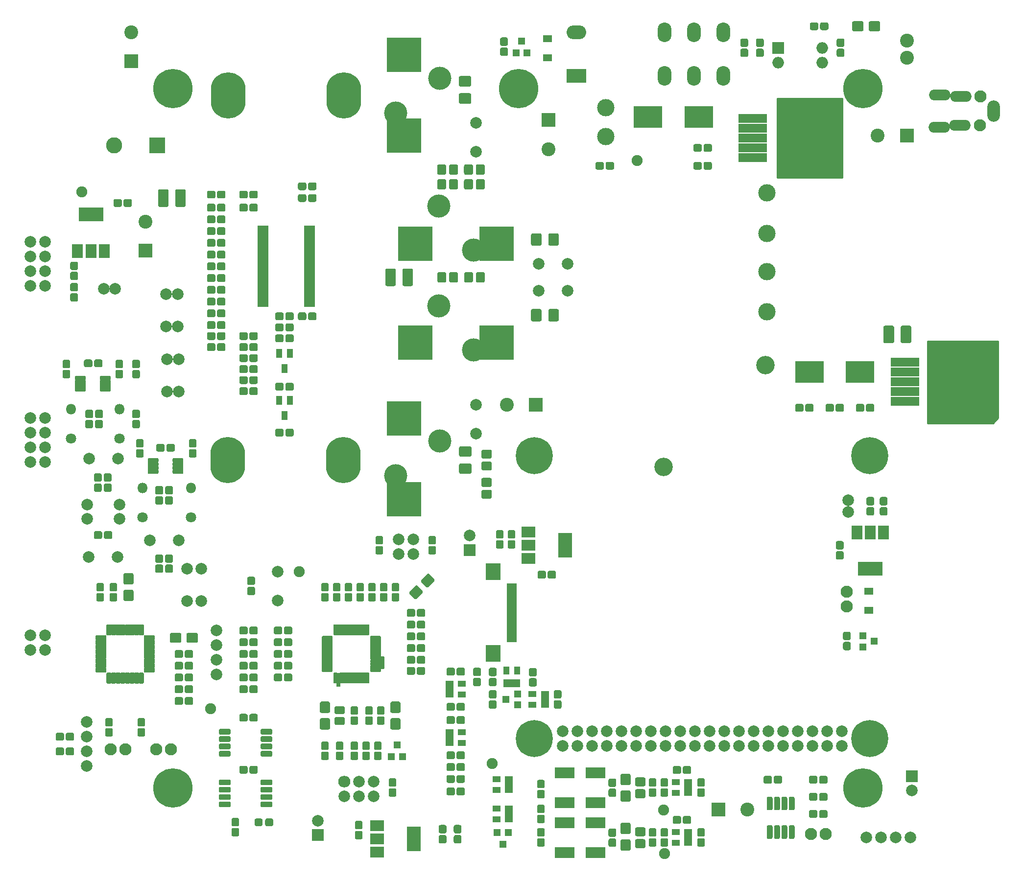
<source format=gbr>
G04 #@! TF.GenerationSoftware,KiCad,Pcbnew,(5.1.5)-3*
G04 #@! TF.CreationDate,2022-02-02T16:58:46+03:00*
G04 #@! TF.ProjectId,Streamer_ADAU1701_MK2,53747265-616d-4657-925f-414441553137,rev?*
G04 #@! TF.SameCoordinates,Original*
G04 #@! TF.FileFunction,Soldermask,Top*
G04 #@! TF.FilePolarity,Negative*
%FSLAX46Y46*%
G04 Gerber Fmt 4.6, Leading zero omitted, Abs format (unit mm)*
G04 Created by KiCad (PCBNEW (5.1.5)-3) date 2022-02-02 16:58:46*
%MOMM*%
%LPD*%
G04 APERTURE LIST*
%ADD10R,5.900000X5.900000*%
%ADD11C,0.100000*%
%ADD12C,2.000000*%
%ADD13R,2.000000X2.000000*%
%ADD14R,4.200000X2.400000*%
%ADD15R,1.900000X2.400000*%
%ADD16C,1.800000*%
%ADD17O,1.800000X1.800000*%
%ADD18C,4.000000*%
%ADD19R,2.600000X2.900000*%
%ADD20R,1.700000X0.700000*%
%ADD21C,1.900000*%
%ADD22R,2.400000X4.200000*%
%ADD23R,2.400000X1.900000*%
%ADD24O,2.100000X2.000000*%
%ADD25O,6.000000X8.000000*%
%ADD26C,6.800000*%
%ADD27C,6.400000*%
%ADD28C,2.400000*%
%ADD29C,3.000000*%
%ADD30O,2.200000X3.700000*%
%ADD31O,3.700000X1.900000*%
%ADD32C,2.100000*%
%ADD33R,3.400000X1.940000*%
%ADD34R,2.400000X2.400000*%
%ADD35R,2.800000X2.800000*%
%ADD36C,2.800000*%
%ADD37R,9.800000X11.200000*%
%ADD38R,5.000000X1.500000*%
%ADD39R,1.460000X1.050000*%
%ADD40R,1.050000X1.460000*%
%ADD41O,2.000000X2.000000*%
%ADD42R,3.400000X2.400000*%
%ADD43O,3.400000X2.400000*%
%ADD44O,2.400000X3.400000*%
%ADD45C,3.200000*%
%ADD46R,1.050000X1.620000*%
%ADD47R,1.600000X1.300000*%
%ADD48R,4.900000X3.700000*%
%ADD49R,1.200000X1.300000*%
%ADD50R,1.300000X1.200000*%
%ADD51R,1.850000X0.800000*%
%ADD52C,0.254000*%
G04 APERTURE END LIST*
D10*
X132100000Y-103500000D03*
X132100000Y-89500000D03*
X134100000Y-76400000D03*
X148100000Y-76400000D03*
X134100000Y-59300000D03*
X148100000Y-59300000D03*
X132100000Y-40600000D03*
X132100000Y-26600000D03*
D11*
G36*
X85082692Y-116276561D02*
G01*
X85114151Y-116281227D01*
X85145000Y-116288954D01*
X85174944Y-116299669D01*
X85203694Y-116313266D01*
X85230972Y-116329616D01*
X85256517Y-116348561D01*
X85280081Y-116369919D01*
X85301439Y-116393483D01*
X85320384Y-116419028D01*
X85336734Y-116446306D01*
X85350331Y-116475056D01*
X85361046Y-116505000D01*
X85368773Y-116535849D01*
X85373439Y-116567308D01*
X85375000Y-116599073D01*
X85375000Y-117925927D01*
X85373439Y-117957692D01*
X85368773Y-117989151D01*
X85361046Y-118020000D01*
X85350331Y-118049944D01*
X85336734Y-118078694D01*
X85320384Y-118105972D01*
X85301439Y-118131517D01*
X85280081Y-118155081D01*
X85256517Y-118176439D01*
X85230972Y-118195384D01*
X85203694Y-118211734D01*
X85174944Y-118225331D01*
X85145000Y-118236046D01*
X85114151Y-118243773D01*
X85082692Y-118248439D01*
X85050927Y-118250000D01*
X83949073Y-118250000D01*
X83917308Y-118248439D01*
X83885849Y-118243773D01*
X83855000Y-118236046D01*
X83825056Y-118225331D01*
X83796306Y-118211734D01*
X83769028Y-118195384D01*
X83743483Y-118176439D01*
X83719919Y-118155081D01*
X83698561Y-118131517D01*
X83679616Y-118105972D01*
X83663266Y-118078694D01*
X83649669Y-118049944D01*
X83638954Y-118020000D01*
X83631227Y-117989151D01*
X83626561Y-117957692D01*
X83625000Y-117925927D01*
X83625000Y-116599073D01*
X83626561Y-116567308D01*
X83631227Y-116535849D01*
X83638954Y-116505000D01*
X83649669Y-116475056D01*
X83663266Y-116446306D01*
X83679616Y-116419028D01*
X83698561Y-116393483D01*
X83719919Y-116369919D01*
X83743483Y-116348561D01*
X83769028Y-116329616D01*
X83796306Y-116313266D01*
X83825056Y-116299669D01*
X83855000Y-116288954D01*
X83885849Y-116281227D01*
X83917308Y-116276561D01*
X83949073Y-116275000D01*
X85050927Y-116275000D01*
X85082692Y-116276561D01*
G37*
G36*
X85082692Y-119151561D02*
G01*
X85114151Y-119156227D01*
X85145000Y-119163954D01*
X85174944Y-119174669D01*
X85203694Y-119188266D01*
X85230972Y-119204616D01*
X85256517Y-119223561D01*
X85280081Y-119244919D01*
X85301439Y-119268483D01*
X85320384Y-119294028D01*
X85336734Y-119321306D01*
X85350331Y-119350056D01*
X85361046Y-119380000D01*
X85368773Y-119410849D01*
X85373439Y-119442308D01*
X85375000Y-119474073D01*
X85375000Y-120800927D01*
X85373439Y-120832692D01*
X85368773Y-120864151D01*
X85361046Y-120895000D01*
X85350331Y-120924944D01*
X85336734Y-120953694D01*
X85320384Y-120980972D01*
X85301439Y-121006517D01*
X85280081Y-121030081D01*
X85256517Y-121051439D01*
X85230972Y-121070384D01*
X85203694Y-121086734D01*
X85174944Y-121100331D01*
X85145000Y-121111046D01*
X85114151Y-121118773D01*
X85082692Y-121123439D01*
X85050927Y-121125000D01*
X83949073Y-121125000D01*
X83917308Y-121123439D01*
X83885849Y-121118773D01*
X83855000Y-121111046D01*
X83825056Y-121100331D01*
X83796306Y-121086734D01*
X83769028Y-121070384D01*
X83743483Y-121051439D01*
X83719919Y-121030081D01*
X83698561Y-121006517D01*
X83679616Y-120980972D01*
X83663266Y-120953694D01*
X83649669Y-120924944D01*
X83638954Y-120895000D01*
X83631227Y-120864151D01*
X83626561Y-120832692D01*
X83625000Y-120800927D01*
X83625000Y-119474073D01*
X83626561Y-119442308D01*
X83631227Y-119410849D01*
X83638954Y-119380000D01*
X83649669Y-119350056D01*
X83663266Y-119321306D01*
X83679616Y-119294028D01*
X83698561Y-119268483D01*
X83719919Y-119244919D01*
X83743483Y-119223561D01*
X83769028Y-119204616D01*
X83796306Y-119188266D01*
X83825056Y-119174669D01*
X83855000Y-119163954D01*
X83885849Y-119156227D01*
X83917308Y-119151561D01*
X83949073Y-119150000D01*
X85050927Y-119150000D01*
X85082692Y-119151561D01*
G37*
D12*
X143450000Y-109800000D03*
D13*
X143450000Y-112300000D03*
D12*
X159527200Y-143670800D03*
X159527200Y-146210800D03*
X162067200Y-143670800D03*
X162067200Y-146210800D03*
X164607200Y-143670800D03*
X164607200Y-146210800D03*
X167147200Y-143670800D03*
X167147200Y-146210800D03*
X169687200Y-143670800D03*
X169687200Y-146210800D03*
X172227200Y-143670800D03*
X172227200Y-146210800D03*
X174767200Y-143670800D03*
X174767200Y-146210800D03*
X177307200Y-143670800D03*
X177307200Y-146210800D03*
X179847200Y-143670800D03*
X179847200Y-146210800D03*
X182387200Y-143670800D03*
X182387200Y-146210800D03*
X184927200Y-143670800D03*
X184927200Y-146210800D03*
X187467200Y-143670800D03*
X187467200Y-146210800D03*
X190007200Y-143670800D03*
X190007200Y-146210800D03*
X192547200Y-143670800D03*
X192547200Y-146210800D03*
X195087200Y-143670800D03*
X195087200Y-146210800D03*
X197627200Y-143670800D03*
X197627200Y-146210800D03*
X200167200Y-143670800D03*
X200167200Y-146210800D03*
X202707200Y-143670800D03*
X202707200Y-146210800D03*
X205247200Y-143670800D03*
X205247200Y-146210800D03*
X207787200Y-143670800D03*
X207787200Y-146210800D03*
X117190000Y-159100000D03*
D13*
X117190000Y-161600000D03*
D12*
X219700000Y-162000000D03*
X217160000Y-162000000D03*
X214620000Y-162000000D03*
X212080000Y-162000000D03*
X82984000Y-106900000D03*
X82984000Y-104400000D03*
X208900000Y-105700000D03*
X208900000Y-103700000D03*
D11*
G36*
X215421781Y-104871625D02*
G01*
X215454543Y-104876485D01*
X215486671Y-104884533D01*
X215517856Y-104895691D01*
X215547796Y-104909852D01*
X215576205Y-104926879D01*
X215602808Y-104946609D01*
X215627349Y-104968851D01*
X215649591Y-104993392D01*
X215669321Y-105019995D01*
X215686348Y-105048404D01*
X215700509Y-105078344D01*
X215711667Y-105109529D01*
X215719715Y-105141657D01*
X215724575Y-105174419D01*
X215726200Y-105207500D01*
X215726200Y-105982500D01*
X215724575Y-106015581D01*
X215719715Y-106048343D01*
X215711667Y-106080471D01*
X215700509Y-106111656D01*
X215686348Y-106141596D01*
X215669321Y-106170005D01*
X215649591Y-106196608D01*
X215627349Y-106221149D01*
X215602808Y-106243391D01*
X215576205Y-106263121D01*
X215547796Y-106280148D01*
X215517856Y-106294309D01*
X215486671Y-106305467D01*
X215454543Y-106313515D01*
X215421781Y-106318375D01*
X215388700Y-106320000D01*
X214713700Y-106320000D01*
X214680619Y-106318375D01*
X214647857Y-106313515D01*
X214615729Y-106305467D01*
X214584544Y-106294309D01*
X214554604Y-106280148D01*
X214526195Y-106263121D01*
X214499592Y-106243391D01*
X214475051Y-106221149D01*
X214452809Y-106196608D01*
X214433079Y-106170005D01*
X214416052Y-106141596D01*
X214401891Y-106111656D01*
X214390733Y-106080471D01*
X214382685Y-106048343D01*
X214377825Y-106015581D01*
X214376200Y-105982500D01*
X214376200Y-105207500D01*
X214377825Y-105174419D01*
X214382685Y-105141657D01*
X214390733Y-105109529D01*
X214401891Y-105078344D01*
X214416052Y-105048404D01*
X214433079Y-105019995D01*
X214452809Y-104993392D01*
X214475051Y-104968851D01*
X214499592Y-104946609D01*
X214526195Y-104926879D01*
X214554604Y-104909852D01*
X214584544Y-104895691D01*
X214615729Y-104884533D01*
X214647857Y-104876485D01*
X214680619Y-104871625D01*
X214713700Y-104870000D01*
X215388700Y-104870000D01*
X215421781Y-104871625D01*
G37*
G36*
X215421781Y-103121625D02*
G01*
X215454543Y-103126485D01*
X215486671Y-103134533D01*
X215517856Y-103145691D01*
X215547796Y-103159852D01*
X215576205Y-103176879D01*
X215602808Y-103196609D01*
X215627349Y-103218851D01*
X215649591Y-103243392D01*
X215669321Y-103269995D01*
X215686348Y-103298404D01*
X215700509Y-103328344D01*
X215711667Y-103359529D01*
X215719715Y-103391657D01*
X215724575Y-103424419D01*
X215726200Y-103457500D01*
X215726200Y-104232500D01*
X215724575Y-104265581D01*
X215719715Y-104298343D01*
X215711667Y-104330471D01*
X215700509Y-104361656D01*
X215686348Y-104391596D01*
X215669321Y-104420005D01*
X215649591Y-104446608D01*
X215627349Y-104471149D01*
X215602808Y-104493391D01*
X215576205Y-104513121D01*
X215547796Y-104530148D01*
X215517856Y-104544309D01*
X215486671Y-104555467D01*
X215454543Y-104563515D01*
X215421781Y-104568375D01*
X215388700Y-104570000D01*
X214713700Y-104570000D01*
X214680619Y-104568375D01*
X214647857Y-104563515D01*
X214615729Y-104555467D01*
X214584544Y-104544309D01*
X214554604Y-104530148D01*
X214526195Y-104513121D01*
X214499592Y-104493391D01*
X214475051Y-104471149D01*
X214452809Y-104446608D01*
X214433079Y-104420005D01*
X214416052Y-104391596D01*
X214401891Y-104361656D01*
X214390733Y-104330471D01*
X214382685Y-104298343D01*
X214377825Y-104265581D01*
X214376200Y-104232500D01*
X214376200Y-103457500D01*
X214377825Y-103424419D01*
X214382685Y-103391657D01*
X214390733Y-103359529D01*
X214401891Y-103328344D01*
X214416052Y-103298404D01*
X214433079Y-103269995D01*
X214452809Y-103243392D01*
X214475051Y-103218851D01*
X214499592Y-103196609D01*
X214526195Y-103176879D01*
X214554604Y-103159852D01*
X214584544Y-103145691D01*
X214615729Y-103134533D01*
X214647857Y-103126485D01*
X214680619Y-103121625D01*
X214713700Y-103120000D01*
X215388700Y-103120000D01*
X215421781Y-103121625D01*
G37*
G36*
X207838581Y-112491625D02*
G01*
X207871343Y-112496485D01*
X207903471Y-112504533D01*
X207934656Y-112515691D01*
X207964596Y-112529852D01*
X207993005Y-112546879D01*
X208019608Y-112566609D01*
X208044149Y-112588851D01*
X208066391Y-112613392D01*
X208086121Y-112639995D01*
X208103148Y-112668404D01*
X208117309Y-112698344D01*
X208128467Y-112729529D01*
X208136515Y-112761657D01*
X208141375Y-112794419D01*
X208143000Y-112827500D01*
X208143000Y-113602500D01*
X208141375Y-113635581D01*
X208136515Y-113668343D01*
X208128467Y-113700471D01*
X208117309Y-113731656D01*
X208103148Y-113761596D01*
X208086121Y-113790005D01*
X208066391Y-113816608D01*
X208044149Y-113841149D01*
X208019608Y-113863391D01*
X207993005Y-113883121D01*
X207964596Y-113900148D01*
X207934656Y-113914309D01*
X207903471Y-113925467D01*
X207871343Y-113933515D01*
X207838581Y-113938375D01*
X207805500Y-113940000D01*
X207130500Y-113940000D01*
X207097419Y-113938375D01*
X207064657Y-113933515D01*
X207032529Y-113925467D01*
X207001344Y-113914309D01*
X206971404Y-113900148D01*
X206942995Y-113883121D01*
X206916392Y-113863391D01*
X206891851Y-113841149D01*
X206869609Y-113816608D01*
X206849879Y-113790005D01*
X206832852Y-113761596D01*
X206818691Y-113731656D01*
X206807533Y-113700471D01*
X206799485Y-113668343D01*
X206794625Y-113635581D01*
X206793000Y-113602500D01*
X206793000Y-112827500D01*
X206794625Y-112794419D01*
X206799485Y-112761657D01*
X206807533Y-112729529D01*
X206818691Y-112698344D01*
X206832852Y-112668404D01*
X206849879Y-112639995D01*
X206869609Y-112613392D01*
X206891851Y-112588851D01*
X206916392Y-112566609D01*
X206942995Y-112546879D01*
X206971404Y-112529852D01*
X207001344Y-112515691D01*
X207032529Y-112504533D01*
X207064657Y-112496485D01*
X207097419Y-112491625D01*
X207130500Y-112490000D01*
X207805500Y-112490000D01*
X207838581Y-112491625D01*
G37*
G36*
X207838581Y-110741625D02*
G01*
X207871343Y-110746485D01*
X207903471Y-110754533D01*
X207934656Y-110765691D01*
X207964596Y-110779852D01*
X207993005Y-110796879D01*
X208019608Y-110816609D01*
X208044149Y-110838851D01*
X208066391Y-110863392D01*
X208086121Y-110889995D01*
X208103148Y-110918404D01*
X208117309Y-110948344D01*
X208128467Y-110979529D01*
X208136515Y-111011657D01*
X208141375Y-111044419D01*
X208143000Y-111077500D01*
X208143000Y-111852500D01*
X208141375Y-111885581D01*
X208136515Y-111918343D01*
X208128467Y-111950471D01*
X208117309Y-111981656D01*
X208103148Y-112011596D01*
X208086121Y-112040005D01*
X208066391Y-112066608D01*
X208044149Y-112091149D01*
X208019608Y-112113391D01*
X207993005Y-112133121D01*
X207964596Y-112150148D01*
X207934656Y-112164309D01*
X207903471Y-112175467D01*
X207871343Y-112183515D01*
X207838581Y-112188375D01*
X207805500Y-112190000D01*
X207130500Y-112190000D01*
X207097419Y-112188375D01*
X207064657Y-112183515D01*
X207032529Y-112175467D01*
X207001344Y-112164309D01*
X206971404Y-112150148D01*
X206942995Y-112133121D01*
X206916392Y-112113391D01*
X206891851Y-112091149D01*
X206869609Y-112066608D01*
X206849879Y-112040005D01*
X206832852Y-112011596D01*
X206818691Y-111981656D01*
X206807533Y-111950471D01*
X206799485Y-111918343D01*
X206794625Y-111885581D01*
X206793000Y-111852500D01*
X206793000Y-111077500D01*
X206794625Y-111044419D01*
X206799485Y-111011657D01*
X206807533Y-110979529D01*
X206818691Y-110948344D01*
X206832852Y-110918404D01*
X206849879Y-110889995D01*
X206869609Y-110863392D01*
X206891851Y-110838851D01*
X206916392Y-110816609D01*
X206942995Y-110796879D01*
X206971404Y-110779852D01*
X207001344Y-110765691D01*
X207032529Y-110754533D01*
X207064657Y-110746485D01*
X207097419Y-110741625D01*
X207130500Y-110740000D01*
X207805500Y-110740000D01*
X207838581Y-110741625D01*
G37*
D14*
X212751200Y-115540800D03*
D15*
X212751200Y-109240800D03*
X210451200Y-109240800D03*
X215051200Y-109240800D03*
D11*
G36*
X213121781Y-104871625D02*
G01*
X213154543Y-104876485D01*
X213186671Y-104884533D01*
X213217856Y-104895691D01*
X213247796Y-104909852D01*
X213276205Y-104926879D01*
X213302808Y-104946609D01*
X213327349Y-104968851D01*
X213349591Y-104993392D01*
X213369321Y-105019995D01*
X213386348Y-105048404D01*
X213400509Y-105078344D01*
X213411667Y-105109529D01*
X213419715Y-105141657D01*
X213424575Y-105174419D01*
X213426200Y-105207500D01*
X213426200Y-105982500D01*
X213424575Y-106015581D01*
X213419715Y-106048343D01*
X213411667Y-106080471D01*
X213400509Y-106111656D01*
X213386348Y-106141596D01*
X213369321Y-106170005D01*
X213349591Y-106196608D01*
X213327349Y-106221149D01*
X213302808Y-106243391D01*
X213276205Y-106263121D01*
X213247796Y-106280148D01*
X213217856Y-106294309D01*
X213186671Y-106305467D01*
X213154543Y-106313515D01*
X213121781Y-106318375D01*
X213088700Y-106320000D01*
X212413700Y-106320000D01*
X212380619Y-106318375D01*
X212347857Y-106313515D01*
X212315729Y-106305467D01*
X212284544Y-106294309D01*
X212254604Y-106280148D01*
X212226195Y-106263121D01*
X212199592Y-106243391D01*
X212175051Y-106221149D01*
X212152809Y-106196608D01*
X212133079Y-106170005D01*
X212116052Y-106141596D01*
X212101891Y-106111656D01*
X212090733Y-106080471D01*
X212082685Y-106048343D01*
X212077825Y-106015581D01*
X212076200Y-105982500D01*
X212076200Y-105207500D01*
X212077825Y-105174419D01*
X212082685Y-105141657D01*
X212090733Y-105109529D01*
X212101891Y-105078344D01*
X212116052Y-105048404D01*
X212133079Y-105019995D01*
X212152809Y-104993392D01*
X212175051Y-104968851D01*
X212199592Y-104946609D01*
X212226195Y-104926879D01*
X212254604Y-104909852D01*
X212284544Y-104895691D01*
X212315729Y-104884533D01*
X212347857Y-104876485D01*
X212380619Y-104871625D01*
X212413700Y-104870000D01*
X213088700Y-104870000D01*
X213121781Y-104871625D01*
G37*
G36*
X213121781Y-103121625D02*
G01*
X213154543Y-103126485D01*
X213186671Y-103134533D01*
X213217856Y-103145691D01*
X213247796Y-103159852D01*
X213276205Y-103176879D01*
X213302808Y-103196609D01*
X213327349Y-103218851D01*
X213349591Y-103243392D01*
X213369321Y-103269995D01*
X213386348Y-103298404D01*
X213400509Y-103328344D01*
X213411667Y-103359529D01*
X213419715Y-103391657D01*
X213424575Y-103424419D01*
X213426200Y-103457500D01*
X213426200Y-104232500D01*
X213424575Y-104265581D01*
X213419715Y-104298343D01*
X213411667Y-104330471D01*
X213400509Y-104361656D01*
X213386348Y-104391596D01*
X213369321Y-104420005D01*
X213349591Y-104446608D01*
X213327349Y-104471149D01*
X213302808Y-104493391D01*
X213276205Y-104513121D01*
X213247796Y-104530148D01*
X213217856Y-104544309D01*
X213186671Y-104555467D01*
X213154543Y-104563515D01*
X213121781Y-104568375D01*
X213088700Y-104570000D01*
X212413700Y-104570000D01*
X212380619Y-104568375D01*
X212347857Y-104563515D01*
X212315729Y-104555467D01*
X212284544Y-104544309D01*
X212254604Y-104530148D01*
X212226195Y-104513121D01*
X212199592Y-104493391D01*
X212175051Y-104471149D01*
X212152809Y-104446608D01*
X212133079Y-104420005D01*
X212116052Y-104391596D01*
X212101891Y-104361656D01*
X212090733Y-104330471D01*
X212082685Y-104298343D01*
X212077825Y-104265581D01*
X212076200Y-104232500D01*
X212076200Y-103457500D01*
X212077825Y-103424419D01*
X212082685Y-103391657D01*
X212090733Y-103359529D01*
X212101891Y-103328344D01*
X212116052Y-103298404D01*
X212133079Y-103269995D01*
X212152809Y-103243392D01*
X212175051Y-103218851D01*
X212199592Y-103196609D01*
X212226195Y-103176879D01*
X212254604Y-103159852D01*
X212284544Y-103145691D01*
X212315729Y-103134533D01*
X212347857Y-103126485D01*
X212380619Y-103121625D01*
X212413700Y-103120000D01*
X213088700Y-103120000D01*
X213121781Y-103121625D01*
G37*
D12*
X77396000Y-106900000D03*
X77396000Y-104400000D03*
D16*
X86900000Y-106600000D03*
D17*
X86900000Y-101520000D03*
D12*
X99664000Y-126200000D03*
X99664000Y-128740000D03*
X99664000Y-133820000D03*
X99664000Y-131280000D03*
D18*
X138348200Y-93469300D03*
X130728200Y-99469300D03*
X144169000Y-77673300D03*
X138169000Y-70053300D03*
X138169000Y-52794000D03*
X144169000Y-60414000D03*
X138348200Y-30731300D03*
X130728200Y-36731300D03*
D19*
X147540000Y-130152000D03*
X147540000Y-116052000D03*
D20*
X150790000Y-118402000D03*
X150790000Y-118902000D03*
X150790000Y-119402000D03*
X150790000Y-119902000D03*
X150790000Y-120402000D03*
X150790000Y-120902000D03*
X150790000Y-121402000D03*
X150790000Y-121902000D03*
X150790000Y-122402000D03*
X150790000Y-122902000D03*
X150790000Y-123402000D03*
X150790000Y-123902000D03*
X150790000Y-124402000D03*
X150790000Y-124902000D03*
X150790000Y-125402000D03*
X150790000Y-125902000D03*
X150790000Y-126402000D03*
X150790000Y-126902000D03*
X150790000Y-127402000D03*
X150790000Y-127902000D03*
D21*
X172400000Y-44900000D03*
D22*
X159964000Y-111468000D03*
D23*
X153664000Y-111468000D03*
X153664000Y-113768000D03*
X153664000Y-109168000D03*
X127502000Y-159968000D03*
X127502000Y-164568000D03*
X127502000Y-162268000D03*
D22*
X133802000Y-162268000D03*
D15*
X75700000Y-60550000D03*
X80300000Y-60550000D03*
X78000000Y-60550000D03*
D14*
X78000000Y-54250000D03*
D12*
X67550500Y-66548000D03*
X70090500Y-66548000D03*
X67550500Y-64008000D03*
X70090500Y-64008000D03*
X67550500Y-61468000D03*
X70090500Y-61468000D03*
X67550500Y-58928000D03*
X70090500Y-58928000D03*
X67550500Y-97028000D03*
X70090500Y-97028000D03*
X67550500Y-94488000D03*
X70090500Y-94488000D03*
X67550500Y-91948000D03*
X70090500Y-91948000D03*
X67550500Y-89408000D03*
X70090500Y-89408000D03*
X67500500Y-127040800D03*
X70040500Y-127040800D03*
X67500500Y-129580800D03*
X70040500Y-129580800D03*
X133700000Y-110452000D03*
X133700000Y-112992000D03*
X131160000Y-110452000D03*
X131160000Y-112992000D03*
X126842000Y-152362000D03*
X126842000Y-154902000D03*
X124302000Y-152362000D03*
X124302000Y-154902000D03*
D24*
X121762000Y-152362000D03*
D12*
X121762000Y-154902000D03*
X77230000Y-149673000D03*
X77230000Y-147133000D03*
X77230000Y-144593000D03*
X77230000Y-142053000D03*
D25*
X101700000Y-33650000D03*
X121700000Y-33650000D03*
X101650000Y-96700000D03*
X121650000Y-96700000D03*
D26*
X211507200Y-153430800D03*
X92207200Y-153430800D03*
X92207200Y-32430800D03*
X151907200Y-32430800D03*
X211507200Y-32430800D03*
D27*
X212657200Y-95940800D03*
X154657200Y-95940800D03*
X212657200Y-144940800D03*
X154657200Y-144940800D03*
D12*
X94584000Y-121120000D03*
X97084000Y-121120000D03*
X94584000Y-115532000D03*
X97084000Y-115532000D03*
D11*
G36*
X89495603Y-98327963D02*
G01*
X89515018Y-98330843D01*
X89534057Y-98335612D01*
X89552537Y-98342224D01*
X89570279Y-98350616D01*
X89587114Y-98360706D01*
X89602879Y-98372398D01*
X89617421Y-98385579D01*
X89630602Y-98400121D01*
X89642294Y-98415886D01*
X89652384Y-98432721D01*
X89660776Y-98450463D01*
X89667388Y-98468943D01*
X89672157Y-98487982D01*
X89675037Y-98507397D01*
X89676000Y-98527000D01*
X89676000Y-98927000D01*
X89675037Y-98946603D01*
X89672157Y-98966018D01*
X89667388Y-98985057D01*
X89660776Y-99003537D01*
X89652384Y-99021279D01*
X89642294Y-99038114D01*
X89630602Y-99053879D01*
X89617421Y-99068421D01*
X89602879Y-99081602D01*
X89587114Y-99093294D01*
X89570279Y-99103384D01*
X89552537Y-99111776D01*
X89534057Y-99118388D01*
X89515018Y-99123157D01*
X89495603Y-99126037D01*
X89476000Y-99127000D01*
X88026000Y-99127000D01*
X88006397Y-99126037D01*
X87986982Y-99123157D01*
X87967943Y-99118388D01*
X87949463Y-99111776D01*
X87931721Y-99103384D01*
X87914886Y-99093294D01*
X87899121Y-99081602D01*
X87884579Y-99068421D01*
X87871398Y-99053879D01*
X87859706Y-99038114D01*
X87849616Y-99021279D01*
X87841224Y-99003537D01*
X87834612Y-98985057D01*
X87829843Y-98966018D01*
X87826963Y-98946603D01*
X87826000Y-98927000D01*
X87826000Y-98527000D01*
X87826963Y-98507397D01*
X87829843Y-98487982D01*
X87834612Y-98468943D01*
X87841224Y-98450463D01*
X87849616Y-98432721D01*
X87859706Y-98415886D01*
X87871398Y-98400121D01*
X87884579Y-98385579D01*
X87899121Y-98372398D01*
X87914886Y-98360706D01*
X87931721Y-98350616D01*
X87949463Y-98342224D01*
X87967943Y-98335612D01*
X87986982Y-98330843D01*
X88006397Y-98327963D01*
X88026000Y-98327000D01*
X89476000Y-98327000D01*
X89495603Y-98327963D01*
G37*
G36*
X89495603Y-97677963D02*
G01*
X89515018Y-97680843D01*
X89534057Y-97685612D01*
X89552537Y-97692224D01*
X89570279Y-97700616D01*
X89587114Y-97710706D01*
X89602879Y-97722398D01*
X89617421Y-97735579D01*
X89630602Y-97750121D01*
X89642294Y-97765886D01*
X89652384Y-97782721D01*
X89660776Y-97800463D01*
X89667388Y-97818943D01*
X89672157Y-97837982D01*
X89675037Y-97857397D01*
X89676000Y-97877000D01*
X89676000Y-98277000D01*
X89675037Y-98296603D01*
X89672157Y-98316018D01*
X89667388Y-98335057D01*
X89660776Y-98353537D01*
X89652384Y-98371279D01*
X89642294Y-98388114D01*
X89630602Y-98403879D01*
X89617421Y-98418421D01*
X89602879Y-98431602D01*
X89587114Y-98443294D01*
X89570279Y-98453384D01*
X89552537Y-98461776D01*
X89534057Y-98468388D01*
X89515018Y-98473157D01*
X89495603Y-98476037D01*
X89476000Y-98477000D01*
X88026000Y-98477000D01*
X88006397Y-98476037D01*
X87986982Y-98473157D01*
X87967943Y-98468388D01*
X87949463Y-98461776D01*
X87931721Y-98453384D01*
X87914886Y-98443294D01*
X87899121Y-98431602D01*
X87884579Y-98418421D01*
X87871398Y-98403879D01*
X87859706Y-98388114D01*
X87849616Y-98371279D01*
X87841224Y-98353537D01*
X87834612Y-98335057D01*
X87829843Y-98316018D01*
X87826963Y-98296603D01*
X87826000Y-98277000D01*
X87826000Y-97877000D01*
X87826963Y-97857397D01*
X87829843Y-97837982D01*
X87834612Y-97818943D01*
X87841224Y-97800463D01*
X87849616Y-97782721D01*
X87859706Y-97765886D01*
X87871398Y-97750121D01*
X87884579Y-97735579D01*
X87899121Y-97722398D01*
X87914886Y-97710706D01*
X87931721Y-97700616D01*
X87949463Y-97692224D01*
X87967943Y-97685612D01*
X87986982Y-97680843D01*
X88006397Y-97677963D01*
X88026000Y-97677000D01*
X89476000Y-97677000D01*
X89495603Y-97677963D01*
G37*
G36*
X89495603Y-97027963D02*
G01*
X89515018Y-97030843D01*
X89534057Y-97035612D01*
X89552537Y-97042224D01*
X89570279Y-97050616D01*
X89587114Y-97060706D01*
X89602879Y-97072398D01*
X89617421Y-97085579D01*
X89630602Y-97100121D01*
X89642294Y-97115886D01*
X89652384Y-97132721D01*
X89660776Y-97150463D01*
X89667388Y-97168943D01*
X89672157Y-97187982D01*
X89675037Y-97207397D01*
X89676000Y-97227000D01*
X89676000Y-97627000D01*
X89675037Y-97646603D01*
X89672157Y-97666018D01*
X89667388Y-97685057D01*
X89660776Y-97703537D01*
X89652384Y-97721279D01*
X89642294Y-97738114D01*
X89630602Y-97753879D01*
X89617421Y-97768421D01*
X89602879Y-97781602D01*
X89587114Y-97793294D01*
X89570279Y-97803384D01*
X89552537Y-97811776D01*
X89534057Y-97818388D01*
X89515018Y-97823157D01*
X89495603Y-97826037D01*
X89476000Y-97827000D01*
X88026000Y-97827000D01*
X88006397Y-97826037D01*
X87986982Y-97823157D01*
X87967943Y-97818388D01*
X87949463Y-97811776D01*
X87931721Y-97803384D01*
X87914886Y-97793294D01*
X87899121Y-97781602D01*
X87884579Y-97768421D01*
X87871398Y-97753879D01*
X87859706Y-97738114D01*
X87849616Y-97721279D01*
X87841224Y-97703537D01*
X87834612Y-97685057D01*
X87829843Y-97666018D01*
X87826963Y-97646603D01*
X87826000Y-97627000D01*
X87826000Y-97227000D01*
X87826963Y-97207397D01*
X87829843Y-97187982D01*
X87834612Y-97168943D01*
X87841224Y-97150463D01*
X87849616Y-97132721D01*
X87859706Y-97115886D01*
X87871398Y-97100121D01*
X87884579Y-97085579D01*
X87899121Y-97072398D01*
X87914886Y-97060706D01*
X87931721Y-97050616D01*
X87949463Y-97042224D01*
X87967943Y-97035612D01*
X87986982Y-97030843D01*
X88006397Y-97027963D01*
X88026000Y-97027000D01*
X89476000Y-97027000D01*
X89495603Y-97027963D01*
G37*
G36*
X89495603Y-96377963D02*
G01*
X89515018Y-96380843D01*
X89534057Y-96385612D01*
X89552537Y-96392224D01*
X89570279Y-96400616D01*
X89587114Y-96410706D01*
X89602879Y-96422398D01*
X89617421Y-96435579D01*
X89630602Y-96450121D01*
X89642294Y-96465886D01*
X89652384Y-96482721D01*
X89660776Y-96500463D01*
X89667388Y-96518943D01*
X89672157Y-96537982D01*
X89675037Y-96557397D01*
X89676000Y-96577000D01*
X89676000Y-96977000D01*
X89675037Y-96996603D01*
X89672157Y-97016018D01*
X89667388Y-97035057D01*
X89660776Y-97053537D01*
X89652384Y-97071279D01*
X89642294Y-97088114D01*
X89630602Y-97103879D01*
X89617421Y-97118421D01*
X89602879Y-97131602D01*
X89587114Y-97143294D01*
X89570279Y-97153384D01*
X89552537Y-97161776D01*
X89534057Y-97168388D01*
X89515018Y-97173157D01*
X89495603Y-97176037D01*
X89476000Y-97177000D01*
X88026000Y-97177000D01*
X88006397Y-97176037D01*
X87986982Y-97173157D01*
X87967943Y-97168388D01*
X87949463Y-97161776D01*
X87931721Y-97153384D01*
X87914886Y-97143294D01*
X87899121Y-97131602D01*
X87884579Y-97118421D01*
X87871398Y-97103879D01*
X87859706Y-97088114D01*
X87849616Y-97071279D01*
X87841224Y-97053537D01*
X87834612Y-97035057D01*
X87829843Y-97016018D01*
X87826963Y-96996603D01*
X87826000Y-96977000D01*
X87826000Y-96577000D01*
X87826963Y-96557397D01*
X87829843Y-96537982D01*
X87834612Y-96518943D01*
X87841224Y-96500463D01*
X87849616Y-96482721D01*
X87859706Y-96465886D01*
X87871398Y-96450121D01*
X87884579Y-96435579D01*
X87899121Y-96422398D01*
X87914886Y-96410706D01*
X87931721Y-96400616D01*
X87949463Y-96392224D01*
X87967943Y-96385612D01*
X87986982Y-96380843D01*
X88006397Y-96377963D01*
X88026000Y-96377000D01*
X89476000Y-96377000D01*
X89495603Y-96377963D01*
G37*
G36*
X93795603Y-96377963D02*
G01*
X93815018Y-96380843D01*
X93834057Y-96385612D01*
X93852537Y-96392224D01*
X93870279Y-96400616D01*
X93887114Y-96410706D01*
X93902879Y-96422398D01*
X93917421Y-96435579D01*
X93930602Y-96450121D01*
X93942294Y-96465886D01*
X93952384Y-96482721D01*
X93960776Y-96500463D01*
X93967388Y-96518943D01*
X93972157Y-96537982D01*
X93975037Y-96557397D01*
X93976000Y-96577000D01*
X93976000Y-96977000D01*
X93975037Y-96996603D01*
X93972157Y-97016018D01*
X93967388Y-97035057D01*
X93960776Y-97053537D01*
X93952384Y-97071279D01*
X93942294Y-97088114D01*
X93930602Y-97103879D01*
X93917421Y-97118421D01*
X93902879Y-97131602D01*
X93887114Y-97143294D01*
X93870279Y-97153384D01*
X93852537Y-97161776D01*
X93834057Y-97168388D01*
X93815018Y-97173157D01*
X93795603Y-97176037D01*
X93776000Y-97177000D01*
X92326000Y-97177000D01*
X92306397Y-97176037D01*
X92286982Y-97173157D01*
X92267943Y-97168388D01*
X92249463Y-97161776D01*
X92231721Y-97153384D01*
X92214886Y-97143294D01*
X92199121Y-97131602D01*
X92184579Y-97118421D01*
X92171398Y-97103879D01*
X92159706Y-97088114D01*
X92149616Y-97071279D01*
X92141224Y-97053537D01*
X92134612Y-97035057D01*
X92129843Y-97016018D01*
X92126963Y-96996603D01*
X92126000Y-96977000D01*
X92126000Y-96577000D01*
X92126963Y-96557397D01*
X92129843Y-96537982D01*
X92134612Y-96518943D01*
X92141224Y-96500463D01*
X92149616Y-96482721D01*
X92159706Y-96465886D01*
X92171398Y-96450121D01*
X92184579Y-96435579D01*
X92199121Y-96422398D01*
X92214886Y-96410706D01*
X92231721Y-96400616D01*
X92249463Y-96392224D01*
X92267943Y-96385612D01*
X92286982Y-96380843D01*
X92306397Y-96377963D01*
X92326000Y-96377000D01*
X93776000Y-96377000D01*
X93795603Y-96377963D01*
G37*
G36*
X93795603Y-97027963D02*
G01*
X93815018Y-97030843D01*
X93834057Y-97035612D01*
X93852537Y-97042224D01*
X93870279Y-97050616D01*
X93887114Y-97060706D01*
X93902879Y-97072398D01*
X93917421Y-97085579D01*
X93930602Y-97100121D01*
X93942294Y-97115886D01*
X93952384Y-97132721D01*
X93960776Y-97150463D01*
X93967388Y-97168943D01*
X93972157Y-97187982D01*
X93975037Y-97207397D01*
X93976000Y-97227000D01*
X93976000Y-97627000D01*
X93975037Y-97646603D01*
X93972157Y-97666018D01*
X93967388Y-97685057D01*
X93960776Y-97703537D01*
X93952384Y-97721279D01*
X93942294Y-97738114D01*
X93930602Y-97753879D01*
X93917421Y-97768421D01*
X93902879Y-97781602D01*
X93887114Y-97793294D01*
X93870279Y-97803384D01*
X93852537Y-97811776D01*
X93834057Y-97818388D01*
X93815018Y-97823157D01*
X93795603Y-97826037D01*
X93776000Y-97827000D01*
X92326000Y-97827000D01*
X92306397Y-97826037D01*
X92286982Y-97823157D01*
X92267943Y-97818388D01*
X92249463Y-97811776D01*
X92231721Y-97803384D01*
X92214886Y-97793294D01*
X92199121Y-97781602D01*
X92184579Y-97768421D01*
X92171398Y-97753879D01*
X92159706Y-97738114D01*
X92149616Y-97721279D01*
X92141224Y-97703537D01*
X92134612Y-97685057D01*
X92129843Y-97666018D01*
X92126963Y-97646603D01*
X92126000Y-97627000D01*
X92126000Y-97227000D01*
X92126963Y-97207397D01*
X92129843Y-97187982D01*
X92134612Y-97168943D01*
X92141224Y-97150463D01*
X92149616Y-97132721D01*
X92159706Y-97115886D01*
X92171398Y-97100121D01*
X92184579Y-97085579D01*
X92199121Y-97072398D01*
X92214886Y-97060706D01*
X92231721Y-97050616D01*
X92249463Y-97042224D01*
X92267943Y-97035612D01*
X92286982Y-97030843D01*
X92306397Y-97027963D01*
X92326000Y-97027000D01*
X93776000Y-97027000D01*
X93795603Y-97027963D01*
G37*
G36*
X93795603Y-97677963D02*
G01*
X93815018Y-97680843D01*
X93834057Y-97685612D01*
X93852537Y-97692224D01*
X93870279Y-97700616D01*
X93887114Y-97710706D01*
X93902879Y-97722398D01*
X93917421Y-97735579D01*
X93930602Y-97750121D01*
X93942294Y-97765886D01*
X93952384Y-97782721D01*
X93960776Y-97800463D01*
X93967388Y-97818943D01*
X93972157Y-97837982D01*
X93975037Y-97857397D01*
X93976000Y-97877000D01*
X93976000Y-98277000D01*
X93975037Y-98296603D01*
X93972157Y-98316018D01*
X93967388Y-98335057D01*
X93960776Y-98353537D01*
X93952384Y-98371279D01*
X93942294Y-98388114D01*
X93930602Y-98403879D01*
X93917421Y-98418421D01*
X93902879Y-98431602D01*
X93887114Y-98443294D01*
X93870279Y-98453384D01*
X93852537Y-98461776D01*
X93834057Y-98468388D01*
X93815018Y-98473157D01*
X93795603Y-98476037D01*
X93776000Y-98477000D01*
X92326000Y-98477000D01*
X92306397Y-98476037D01*
X92286982Y-98473157D01*
X92267943Y-98468388D01*
X92249463Y-98461776D01*
X92231721Y-98453384D01*
X92214886Y-98443294D01*
X92199121Y-98431602D01*
X92184579Y-98418421D01*
X92171398Y-98403879D01*
X92159706Y-98388114D01*
X92149616Y-98371279D01*
X92141224Y-98353537D01*
X92134612Y-98335057D01*
X92129843Y-98316018D01*
X92126963Y-98296603D01*
X92126000Y-98277000D01*
X92126000Y-97877000D01*
X92126963Y-97857397D01*
X92129843Y-97837982D01*
X92134612Y-97818943D01*
X92141224Y-97800463D01*
X92149616Y-97782721D01*
X92159706Y-97765886D01*
X92171398Y-97750121D01*
X92184579Y-97735579D01*
X92199121Y-97722398D01*
X92214886Y-97710706D01*
X92231721Y-97700616D01*
X92249463Y-97692224D01*
X92267943Y-97685612D01*
X92286982Y-97680843D01*
X92306397Y-97677963D01*
X92326000Y-97677000D01*
X93776000Y-97677000D01*
X93795603Y-97677963D01*
G37*
G36*
X93795603Y-98327963D02*
G01*
X93815018Y-98330843D01*
X93834057Y-98335612D01*
X93852537Y-98342224D01*
X93870279Y-98350616D01*
X93887114Y-98360706D01*
X93902879Y-98372398D01*
X93917421Y-98385579D01*
X93930602Y-98400121D01*
X93942294Y-98415886D01*
X93952384Y-98432721D01*
X93960776Y-98450463D01*
X93967388Y-98468943D01*
X93972157Y-98487982D01*
X93975037Y-98507397D01*
X93976000Y-98527000D01*
X93976000Y-98927000D01*
X93975037Y-98946603D01*
X93972157Y-98966018D01*
X93967388Y-98985057D01*
X93960776Y-99003537D01*
X93952384Y-99021279D01*
X93942294Y-99038114D01*
X93930602Y-99053879D01*
X93917421Y-99068421D01*
X93902879Y-99081602D01*
X93887114Y-99093294D01*
X93870279Y-99103384D01*
X93852537Y-99111776D01*
X93834057Y-99118388D01*
X93815018Y-99123157D01*
X93795603Y-99126037D01*
X93776000Y-99127000D01*
X92326000Y-99127000D01*
X92306397Y-99126037D01*
X92286982Y-99123157D01*
X92267943Y-99118388D01*
X92249463Y-99111776D01*
X92231721Y-99103384D01*
X92214886Y-99093294D01*
X92199121Y-99081602D01*
X92184579Y-99068421D01*
X92171398Y-99053879D01*
X92159706Y-99038114D01*
X92149616Y-99021279D01*
X92141224Y-99003537D01*
X92134612Y-98985057D01*
X92129843Y-98966018D01*
X92126963Y-98946603D01*
X92126000Y-98927000D01*
X92126000Y-98527000D01*
X92126963Y-98507397D01*
X92129843Y-98487982D01*
X92134612Y-98468943D01*
X92141224Y-98450463D01*
X92149616Y-98432721D01*
X92159706Y-98415886D01*
X92171398Y-98400121D01*
X92184579Y-98385579D01*
X92199121Y-98372398D01*
X92214886Y-98360706D01*
X92231721Y-98350616D01*
X92249463Y-98342224D01*
X92267943Y-98335612D01*
X92286982Y-98330843D01*
X92306397Y-98327963D01*
X92326000Y-98327000D01*
X93776000Y-98327000D01*
X93795603Y-98327963D01*
G37*
G36*
X81222603Y-84103963D02*
G01*
X81242018Y-84106843D01*
X81261057Y-84111612D01*
X81279537Y-84118224D01*
X81297279Y-84126616D01*
X81314114Y-84136706D01*
X81329879Y-84148398D01*
X81344421Y-84161579D01*
X81357602Y-84176121D01*
X81369294Y-84191886D01*
X81379384Y-84208721D01*
X81387776Y-84226463D01*
X81394388Y-84244943D01*
X81399157Y-84263982D01*
X81402037Y-84283397D01*
X81403000Y-84303000D01*
X81403000Y-84703000D01*
X81402037Y-84722603D01*
X81399157Y-84742018D01*
X81394388Y-84761057D01*
X81387776Y-84779537D01*
X81379384Y-84797279D01*
X81369294Y-84814114D01*
X81357602Y-84829879D01*
X81344421Y-84844421D01*
X81329879Y-84857602D01*
X81314114Y-84869294D01*
X81297279Y-84879384D01*
X81279537Y-84887776D01*
X81261057Y-84894388D01*
X81242018Y-84899157D01*
X81222603Y-84902037D01*
X81203000Y-84903000D01*
X79753000Y-84903000D01*
X79733397Y-84902037D01*
X79713982Y-84899157D01*
X79694943Y-84894388D01*
X79676463Y-84887776D01*
X79658721Y-84879384D01*
X79641886Y-84869294D01*
X79626121Y-84857602D01*
X79611579Y-84844421D01*
X79598398Y-84829879D01*
X79586706Y-84814114D01*
X79576616Y-84797279D01*
X79568224Y-84779537D01*
X79561612Y-84761057D01*
X79556843Y-84742018D01*
X79553963Y-84722603D01*
X79553000Y-84703000D01*
X79553000Y-84303000D01*
X79553963Y-84283397D01*
X79556843Y-84263982D01*
X79561612Y-84244943D01*
X79568224Y-84226463D01*
X79576616Y-84208721D01*
X79586706Y-84191886D01*
X79598398Y-84176121D01*
X79611579Y-84161579D01*
X79626121Y-84148398D01*
X79641886Y-84136706D01*
X79658721Y-84126616D01*
X79676463Y-84118224D01*
X79694943Y-84111612D01*
X79713982Y-84106843D01*
X79733397Y-84103963D01*
X79753000Y-84103000D01*
X81203000Y-84103000D01*
X81222603Y-84103963D01*
G37*
G36*
X81222603Y-83453963D02*
G01*
X81242018Y-83456843D01*
X81261057Y-83461612D01*
X81279537Y-83468224D01*
X81297279Y-83476616D01*
X81314114Y-83486706D01*
X81329879Y-83498398D01*
X81344421Y-83511579D01*
X81357602Y-83526121D01*
X81369294Y-83541886D01*
X81379384Y-83558721D01*
X81387776Y-83576463D01*
X81394388Y-83594943D01*
X81399157Y-83613982D01*
X81402037Y-83633397D01*
X81403000Y-83653000D01*
X81403000Y-84053000D01*
X81402037Y-84072603D01*
X81399157Y-84092018D01*
X81394388Y-84111057D01*
X81387776Y-84129537D01*
X81379384Y-84147279D01*
X81369294Y-84164114D01*
X81357602Y-84179879D01*
X81344421Y-84194421D01*
X81329879Y-84207602D01*
X81314114Y-84219294D01*
X81297279Y-84229384D01*
X81279537Y-84237776D01*
X81261057Y-84244388D01*
X81242018Y-84249157D01*
X81222603Y-84252037D01*
X81203000Y-84253000D01*
X79753000Y-84253000D01*
X79733397Y-84252037D01*
X79713982Y-84249157D01*
X79694943Y-84244388D01*
X79676463Y-84237776D01*
X79658721Y-84229384D01*
X79641886Y-84219294D01*
X79626121Y-84207602D01*
X79611579Y-84194421D01*
X79598398Y-84179879D01*
X79586706Y-84164114D01*
X79576616Y-84147279D01*
X79568224Y-84129537D01*
X79561612Y-84111057D01*
X79556843Y-84092018D01*
X79553963Y-84072603D01*
X79553000Y-84053000D01*
X79553000Y-83653000D01*
X79553963Y-83633397D01*
X79556843Y-83613982D01*
X79561612Y-83594943D01*
X79568224Y-83576463D01*
X79576616Y-83558721D01*
X79586706Y-83541886D01*
X79598398Y-83526121D01*
X79611579Y-83511579D01*
X79626121Y-83498398D01*
X79641886Y-83486706D01*
X79658721Y-83476616D01*
X79676463Y-83468224D01*
X79694943Y-83461612D01*
X79713982Y-83456843D01*
X79733397Y-83453963D01*
X79753000Y-83453000D01*
X81203000Y-83453000D01*
X81222603Y-83453963D01*
G37*
G36*
X81222603Y-82803963D02*
G01*
X81242018Y-82806843D01*
X81261057Y-82811612D01*
X81279537Y-82818224D01*
X81297279Y-82826616D01*
X81314114Y-82836706D01*
X81329879Y-82848398D01*
X81344421Y-82861579D01*
X81357602Y-82876121D01*
X81369294Y-82891886D01*
X81379384Y-82908721D01*
X81387776Y-82926463D01*
X81394388Y-82944943D01*
X81399157Y-82963982D01*
X81402037Y-82983397D01*
X81403000Y-83003000D01*
X81403000Y-83403000D01*
X81402037Y-83422603D01*
X81399157Y-83442018D01*
X81394388Y-83461057D01*
X81387776Y-83479537D01*
X81379384Y-83497279D01*
X81369294Y-83514114D01*
X81357602Y-83529879D01*
X81344421Y-83544421D01*
X81329879Y-83557602D01*
X81314114Y-83569294D01*
X81297279Y-83579384D01*
X81279537Y-83587776D01*
X81261057Y-83594388D01*
X81242018Y-83599157D01*
X81222603Y-83602037D01*
X81203000Y-83603000D01*
X79753000Y-83603000D01*
X79733397Y-83602037D01*
X79713982Y-83599157D01*
X79694943Y-83594388D01*
X79676463Y-83587776D01*
X79658721Y-83579384D01*
X79641886Y-83569294D01*
X79626121Y-83557602D01*
X79611579Y-83544421D01*
X79598398Y-83529879D01*
X79586706Y-83514114D01*
X79576616Y-83497279D01*
X79568224Y-83479537D01*
X79561612Y-83461057D01*
X79556843Y-83442018D01*
X79553963Y-83422603D01*
X79553000Y-83403000D01*
X79553000Y-83003000D01*
X79553963Y-82983397D01*
X79556843Y-82963982D01*
X79561612Y-82944943D01*
X79568224Y-82926463D01*
X79576616Y-82908721D01*
X79586706Y-82891886D01*
X79598398Y-82876121D01*
X79611579Y-82861579D01*
X79626121Y-82848398D01*
X79641886Y-82836706D01*
X79658721Y-82826616D01*
X79676463Y-82818224D01*
X79694943Y-82811612D01*
X79713982Y-82806843D01*
X79733397Y-82803963D01*
X79753000Y-82803000D01*
X81203000Y-82803000D01*
X81222603Y-82803963D01*
G37*
G36*
X81222603Y-82153963D02*
G01*
X81242018Y-82156843D01*
X81261057Y-82161612D01*
X81279537Y-82168224D01*
X81297279Y-82176616D01*
X81314114Y-82186706D01*
X81329879Y-82198398D01*
X81344421Y-82211579D01*
X81357602Y-82226121D01*
X81369294Y-82241886D01*
X81379384Y-82258721D01*
X81387776Y-82276463D01*
X81394388Y-82294943D01*
X81399157Y-82313982D01*
X81402037Y-82333397D01*
X81403000Y-82353000D01*
X81403000Y-82753000D01*
X81402037Y-82772603D01*
X81399157Y-82792018D01*
X81394388Y-82811057D01*
X81387776Y-82829537D01*
X81379384Y-82847279D01*
X81369294Y-82864114D01*
X81357602Y-82879879D01*
X81344421Y-82894421D01*
X81329879Y-82907602D01*
X81314114Y-82919294D01*
X81297279Y-82929384D01*
X81279537Y-82937776D01*
X81261057Y-82944388D01*
X81242018Y-82949157D01*
X81222603Y-82952037D01*
X81203000Y-82953000D01*
X79753000Y-82953000D01*
X79733397Y-82952037D01*
X79713982Y-82949157D01*
X79694943Y-82944388D01*
X79676463Y-82937776D01*
X79658721Y-82929384D01*
X79641886Y-82919294D01*
X79626121Y-82907602D01*
X79611579Y-82894421D01*
X79598398Y-82879879D01*
X79586706Y-82864114D01*
X79576616Y-82847279D01*
X79568224Y-82829537D01*
X79561612Y-82811057D01*
X79556843Y-82792018D01*
X79553963Y-82772603D01*
X79553000Y-82753000D01*
X79553000Y-82353000D01*
X79553963Y-82333397D01*
X79556843Y-82313982D01*
X79561612Y-82294943D01*
X79568224Y-82276463D01*
X79576616Y-82258721D01*
X79586706Y-82241886D01*
X79598398Y-82226121D01*
X79611579Y-82211579D01*
X79626121Y-82198398D01*
X79641886Y-82186706D01*
X79658721Y-82176616D01*
X79676463Y-82168224D01*
X79694943Y-82161612D01*
X79713982Y-82156843D01*
X79733397Y-82153963D01*
X79753000Y-82153000D01*
X81203000Y-82153000D01*
X81222603Y-82153963D01*
G37*
G36*
X76922603Y-82153963D02*
G01*
X76942018Y-82156843D01*
X76961057Y-82161612D01*
X76979537Y-82168224D01*
X76997279Y-82176616D01*
X77014114Y-82186706D01*
X77029879Y-82198398D01*
X77044421Y-82211579D01*
X77057602Y-82226121D01*
X77069294Y-82241886D01*
X77079384Y-82258721D01*
X77087776Y-82276463D01*
X77094388Y-82294943D01*
X77099157Y-82313982D01*
X77102037Y-82333397D01*
X77103000Y-82353000D01*
X77103000Y-82753000D01*
X77102037Y-82772603D01*
X77099157Y-82792018D01*
X77094388Y-82811057D01*
X77087776Y-82829537D01*
X77079384Y-82847279D01*
X77069294Y-82864114D01*
X77057602Y-82879879D01*
X77044421Y-82894421D01*
X77029879Y-82907602D01*
X77014114Y-82919294D01*
X76997279Y-82929384D01*
X76979537Y-82937776D01*
X76961057Y-82944388D01*
X76942018Y-82949157D01*
X76922603Y-82952037D01*
X76903000Y-82953000D01*
X75453000Y-82953000D01*
X75433397Y-82952037D01*
X75413982Y-82949157D01*
X75394943Y-82944388D01*
X75376463Y-82937776D01*
X75358721Y-82929384D01*
X75341886Y-82919294D01*
X75326121Y-82907602D01*
X75311579Y-82894421D01*
X75298398Y-82879879D01*
X75286706Y-82864114D01*
X75276616Y-82847279D01*
X75268224Y-82829537D01*
X75261612Y-82811057D01*
X75256843Y-82792018D01*
X75253963Y-82772603D01*
X75253000Y-82753000D01*
X75253000Y-82353000D01*
X75253963Y-82333397D01*
X75256843Y-82313982D01*
X75261612Y-82294943D01*
X75268224Y-82276463D01*
X75276616Y-82258721D01*
X75286706Y-82241886D01*
X75298398Y-82226121D01*
X75311579Y-82211579D01*
X75326121Y-82198398D01*
X75341886Y-82186706D01*
X75358721Y-82176616D01*
X75376463Y-82168224D01*
X75394943Y-82161612D01*
X75413982Y-82156843D01*
X75433397Y-82153963D01*
X75453000Y-82153000D01*
X76903000Y-82153000D01*
X76922603Y-82153963D01*
G37*
G36*
X76922603Y-82803963D02*
G01*
X76942018Y-82806843D01*
X76961057Y-82811612D01*
X76979537Y-82818224D01*
X76997279Y-82826616D01*
X77014114Y-82836706D01*
X77029879Y-82848398D01*
X77044421Y-82861579D01*
X77057602Y-82876121D01*
X77069294Y-82891886D01*
X77079384Y-82908721D01*
X77087776Y-82926463D01*
X77094388Y-82944943D01*
X77099157Y-82963982D01*
X77102037Y-82983397D01*
X77103000Y-83003000D01*
X77103000Y-83403000D01*
X77102037Y-83422603D01*
X77099157Y-83442018D01*
X77094388Y-83461057D01*
X77087776Y-83479537D01*
X77079384Y-83497279D01*
X77069294Y-83514114D01*
X77057602Y-83529879D01*
X77044421Y-83544421D01*
X77029879Y-83557602D01*
X77014114Y-83569294D01*
X76997279Y-83579384D01*
X76979537Y-83587776D01*
X76961057Y-83594388D01*
X76942018Y-83599157D01*
X76922603Y-83602037D01*
X76903000Y-83603000D01*
X75453000Y-83603000D01*
X75433397Y-83602037D01*
X75413982Y-83599157D01*
X75394943Y-83594388D01*
X75376463Y-83587776D01*
X75358721Y-83579384D01*
X75341886Y-83569294D01*
X75326121Y-83557602D01*
X75311579Y-83544421D01*
X75298398Y-83529879D01*
X75286706Y-83514114D01*
X75276616Y-83497279D01*
X75268224Y-83479537D01*
X75261612Y-83461057D01*
X75256843Y-83442018D01*
X75253963Y-83422603D01*
X75253000Y-83403000D01*
X75253000Y-83003000D01*
X75253963Y-82983397D01*
X75256843Y-82963982D01*
X75261612Y-82944943D01*
X75268224Y-82926463D01*
X75276616Y-82908721D01*
X75286706Y-82891886D01*
X75298398Y-82876121D01*
X75311579Y-82861579D01*
X75326121Y-82848398D01*
X75341886Y-82836706D01*
X75358721Y-82826616D01*
X75376463Y-82818224D01*
X75394943Y-82811612D01*
X75413982Y-82806843D01*
X75433397Y-82803963D01*
X75453000Y-82803000D01*
X76903000Y-82803000D01*
X76922603Y-82803963D01*
G37*
G36*
X76922603Y-83453963D02*
G01*
X76942018Y-83456843D01*
X76961057Y-83461612D01*
X76979537Y-83468224D01*
X76997279Y-83476616D01*
X77014114Y-83486706D01*
X77029879Y-83498398D01*
X77044421Y-83511579D01*
X77057602Y-83526121D01*
X77069294Y-83541886D01*
X77079384Y-83558721D01*
X77087776Y-83576463D01*
X77094388Y-83594943D01*
X77099157Y-83613982D01*
X77102037Y-83633397D01*
X77103000Y-83653000D01*
X77103000Y-84053000D01*
X77102037Y-84072603D01*
X77099157Y-84092018D01*
X77094388Y-84111057D01*
X77087776Y-84129537D01*
X77079384Y-84147279D01*
X77069294Y-84164114D01*
X77057602Y-84179879D01*
X77044421Y-84194421D01*
X77029879Y-84207602D01*
X77014114Y-84219294D01*
X76997279Y-84229384D01*
X76979537Y-84237776D01*
X76961057Y-84244388D01*
X76942018Y-84249157D01*
X76922603Y-84252037D01*
X76903000Y-84253000D01*
X75453000Y-84253000D01*
X75433397Y-84252037D01*
X75413982Y-84249157D01*
X75394943Y-84244388D01*
X75376463Y-84237776D01*
X75358721Y-84229384D01*
X75341886Y-84219294D01*
X75326121Y-84207602D01*
X75311579Y-84194421D01*
X75298398Y-84179879D01*
X75286706Y-84164114D01*
X75276616Y-84147279D01*
X75268224Y-84129537D01*
X75261612Y-84111057D01*
X75256843Y-84092018D01*
X75253963Y-84072603D01*
X75253000Y-84053000D01*
X75253000Y-83653000D01*
X75253963Y-83633397D01*
X75256843Y-83613982D01*
X75261612Y-83594943D01*
X75268224Y-83576463D01*
X75276616Y-83558721D01*
X75286706Y-83541886D01*
X75298398Y-83526121D01*
X75311579Y-83511579D01*
X75326121Y-83498398D01*
X75341886Y-83486706D01*
X75358721Y-83476616D01*
X75376463Y-83468224D01*
X75394943Y-83461612D01*
X75413982Y-83456843D01*
X75433397Y-83453963D01*
X75453000Y-83453000D01*
X76903000Y-83453000D01*
X76922603Y-83453963D01*
G37*
G36*
X76922603Y-84103963D02*
G01*
X76942018Y-84106843D01*
X76961057Y-84111612D01*
X76979537Y-84118224D01*
X76997279Y-84126616D01*
X77014114Y-84136706D01*
X77029879Y-84148398D01*
X77044421Y-84161579D01*
X77057602Y-84176121D01*
X77069294Y-84191886D01*
X77079384Y-84208721D01*
X77087776Y-84226463D01*
X77094388Y-84244943D01*
X77099157Y-84263982D01*
X77102037Y-84283397D01*
X77103000Y-84303000D01*
X77103000Y-84703000D01*
X77102037Y-84722603D01*
X77099157Y-84742018D01*
X77094388Y-84761057D01*
X77087776Y-84779537D01*
X77079384Y-84797279D01*
X77069294Y-84814114D01*
X77057602Y-84829879D01*
X77044421Y-84844421D01*
X77029879Y-84857602D01*
X77014114Y-84869294D01*
X76997279Y-84879384D01*
X76979537Y-84887776D01*
X76961057Y-84894388D01*
X76942018Y-84899157D01*
X76922603Y-84902037D01*
X76903000Y-84903000D01*
X75453000Y-84903000D01*
X75433397Y-84902037D01*
X75413982Y-84899157D01*
X75394943Y-84894388D01*
X75376463Y-84887776D01*
X75358721Y-84879384D01*
X75341886Y-84869294D01*
X75326121Y-84857602D01*
X75311579Y-84844421D01*
X75298398Y-84829879D01*
X75286706Y-84814114D01*
X75276616Y-84797279D01*
X75268224Y-84779537D01*
X75261612Y-84761057D01*
X75256843Y-84742018D01*
X75253963Y-84722603D01*
X75253000Y-84703000D01*
X75253000Y-84303000D01*
X75253963Y-84283397D01*
X75256843Y-84263982D01*
X75261612Y-84244943D01*
X75268224Y-84226463D01*
X75276616Y-84208721D01*
X75286706Y-84191886D01*
X75298398Y-84176121D01*
X75311579Y-84161579D01*
X75326121Y-84148398D01*
X75341886Y-84136706D01*
X75358721Y-84126616D01*
X75376463Y-84118224D01*
X75394943Y-84111612D01*
X75413982Y-84106843D01*
X75433397Y-84103963D01*
X75453000Y-84103000D01*
X76903000Y-84103000D01*
X76922603Y-84103963D01*
G37*
G36*
X119649153Y-127164843D02*
G01*
X119666141Y-127167363D01*
X119682800Y-127171535D01*
X119698970Y-127177321D01*
X119714494Y-127184664D01*
X119729225Y-127193493D01*
X119743019Y-127203723D01*
X119755744Y-127215256D01*
X119767277Y-127227981D01*
X119777507Y-127241775D01*
X119786336Y-127256506D01*
X119793679Y-127272030D01*
X119799465Y-127288200D01*
X119803637Y-127304859D01*
X119806157Y-127321847D01*
X119807000Y-127339000D01*
X119807000Y-127689000D01*
X119806157Y-127706153D01*
X119803637Y-127723141D01*
X119799465Y-127739800D01*
X119793679Y-127755970D01*
X119786336Y-127771494D01*
X119777507Y-127786225D01*
X119767277Y-127800019D01*
X119755744Y-127812744D01*
X119743019Y-127824277D01*
X119729225Y-127834507D01*
X119714494Y-127843336D01*
X119698970Y-127850679D01*
X119682800Y-127856465D01*
X119666141Y-127860637D01*
X119649153Y-127863157D01*
X119632000Y-127864000D01*
X118107000Y-127864000D01*
X118089847Y-127863157D01*
X118072859Y-127860637D01*
X118056200Y-127856465D01*
X118040030Y-127850679D01*
X118024506Y-127843336D01*
X118009775Y-127834507D01*
X117995981Y-127824277D01*
X117983256Y-127812744D01*
X117971723Y-127800019D01*
X117961493Y-127786225D01*
X117952664Y-127771494D01*
X117945321Y-127755970D01*
X117939535Y-127739800D01*
X117935363Y-127723141D01*
X117932843Y-127706153D01*
X117932000Y-127689000D01*
X117932000Y-127339000D01*
X117932843Y-127321847D01*
X117935363Y-127304859D01*
X117939535Y-127288200D01*
X117945321Y-127272030D01*
X117952664Y-127256506D01*
X117961493Y-127241775D01*
X117971723Y-127227981D01*
X117983256Y-127215256D01*
X117995981Y-127203723D01*
X118009775Y-127193493D01*
X118024506Y-127184664D01*
X118040030Y-127177321D01*
X118056200Y-127171535D01*
X118072859Y-127167363D01*
X118089847Y-127164843D01*
X118107000Y-127164000D01*
X119632000Y-127164000D01*
X119649153Y-127164843D01*
G37*
G36*
X119649153Y-127664843D02*
G01*
X119666141Y-127667363D01*
X119682800Y-127671535D01*
X119698970Y-127677321D01*
X119714494Y-127684664D01*
X119729225Y-127693493D01*
X119743019Y-127703723D01*
X119755744Y-127715256D01*
X119767277Y-127727981D01*
X119777507Y-127741775D01*
X119786336Y-127756506D01*
X119793679Y-127772030D01*
X119799465Y-127788200D01*
X119803637Y-127804859D01*
X119806157Y-127821847D01*
X119807000Y-127839000D01*
X119807000Y-128189000D01*
X119806157Y-128206153D01*
X119803637Y-128223141D01*
X119799465Y-128239800D01*
X119793679Y-128255970D01*
X119786336Y-128271494D01*
X119777507Y-128286225D01*
X119767277Y-128300019D01*
X119755744Y-128312744D01*
X119743019Y-128324277D01*
X119729225Y-128334507D01*
X119714494Y-128343336D01*
X119698970Y-128350679D01*
X119682800Y-128356465D01*
X119666141Y-128360637D01*
X119649153Y-128363157D01*
X119632000Y-128364000D01*
X118107000Y-128364000D01*
X118089847Y-128363157D01*
X118072859Y-128360637D01*
X118056200Y-128356465D01*
X118040030Y-128350679D01*
X118024506Y-128343336D01*
X118009775Y-128334507D01*
X117995981Y-128324277D01*
X117983256Y-128312744D01*
X117971723Y-128300019D01*
X117961493Y-128286225D01*
X117952664Y-128271494D01*
X117945321Y-128255970D01*
X117939535Y-128239800D01*
X117935363Y-128223141D01*
X117932843Y-128206153D01*
X117932000Y-128189000D01*
X117932000Y-127839000D01*
X117932843Y-127821847D01*
X117935363Y-127804859D01*
X117939535Y-127788200D01*
X117945321Y-127772030D01*
X117952664Y-127756506D01*
X117961493Y-127741775D01*
X117971723Y-127727981D01*
X117983256Y-127715256D01*
X117995981Y-127703723D01*
X118009775Y-127693493D01*
X118024506Y-127684664D01*
X118040030Y-127677321D01*
X118056200Y-127671535D01*
X118072859Y-127667363D01*
X118089847Y-127664843D01*
X118107000Y-127664000D01*
X119632000Y-127664000D01*
X119649153Y-127664843D01*
G37*
G36*
X119649153Y-128164843D02*
G01*
X119666141Y-128167363D01*
X119682800Y-128171535D01*
X119698970Y-128177321D01*
X119714494Y-128184664D01*
X119729225Y-128193493D01*
X119743019Y-128203723D01*
X119755744Y-128215256D01*
X119767277Y-128227981D01*
X119777507Y-128241775D01*
X119786336Y-128256506D01*
X119793679Y-128272030D01*
X119799465Y-128288200D01*
X119803637Y-128304859D01*
X119806157Y-128321847D01*
X119807000Y-128339000D01*
X119807000Y-128689000D01*
X119806157Y-128706153D01*
X119803637Y-128723141D01*
X119799465Y-128739800D01*
X119793679Y-128755970D01*
X119786336Y-128771494D01*
X119777507Y-128786225D01*
X119767277Y-128800019D01*
X119755744Y-128812744D01*
X119743019Y-128824277D01*
X119729225Y-128834507D01*
X119714494Y-128843336D01*
X119698970Y-128850679D01*
X119682800Y-128856465D01*
X119666141Y-128860637D01*
X119649153Y-128863157D01*
X119632000Y-128864000D01*
X118107000Y-128864000D01*
X118089847Y-128863157D01*
X118072859Y-128860637D01*
X118056200Y-128856465D01*
X118040030Y-128850679D01*
X118024506Y-128843336D01*
X118009775Y-128834507D01*
X117995981Y-128824277D01*
X117983256Y-128812744D01*
X117971723Y-128800019D01*
X117961493Y-128786225D01*
X117952664Y-128771494D01*
X117945321Y-128755970D01*
X117939535Y-128739800D01*
X117935363Y-128723141D01*
X117932843Y-128706153D01*
X117932000Y-128689000D01*
X117932000Y-128339000D01*
X117932843Y-128321847D01*
X117935363Y-128304859D01*
X117939535Y-128288200D01*
X117945321Y-128272030D01*
X117952664Y-128256506D01*
X117961493Y-128241775D01*
X117971723Y-128227981D01*
X117983256Y-128215256D01*
X117995981Y-128203723D01*
X118009775Y-128193493D01*
X118024506Y-128184664D01*
X118040030Y-128177321D01*
X118056200Y-128171535D01*
X118072859Y-128167363D01*
X118089847Y-128164843D01*
X118107000Y-128164000D01*
X119632000Y-128164000D01*
X119649153Y-128164843D01*
G37*
G36*
X119649153Y-128664843D02*
G01*
X119666141Y-128667363D01*
X119682800Y-128671535D01*
X119698970Y-128677321D01*
X119714494Y-128684664D01*
X119729225Y-128693493D01*
X119743019Y-128703723D01*
X119755744Y-128715256D01*
X119767277Y-128727981D01*
X119777507Y-128741775D01*
X119786336Y-128756506D01*
X119793679Y-128772030D01*
X119799465Y-128788200D01*
X119803637Y-128804859D01*
X119806157Y-128821847D01*
X119807000Y-128839000D01*
X119807000Y-129189000D01*
X119806157Y-129206153D01*
X119803637Y-129223141D01*
X119799465Y-129239800D01*
X119793679Y-129255970D01*
X119786336Y-129271494D01*
X119777507Y-129286225D01*
X119767277Y-129300019D01*
X119755744Y-129312744D01*
X119743019Y-129324277D01*
X119729225Y-129334507D01*
X119714494Y-129343336D01*
X119698970Y-129350679D01*
X119682800Y-129356465D01*
X119666141Y-129360637D01*
X119649153Y-129363157D01*
X119632000Y-129364000D01*
X118107000Y-129364000D01*
X118089847Y-129363157D01*
X118072859Y-129360637D01*
X118056200Y-129356465D01*
X118040030Y-129350679D01*
X118024506Y-129343336D01*
X118009775Y-129334507D01*
X117995981Y-129324277D01*
X117983256Y-129312744D01*
X117971723Y-129300019D01*
X117961493Y-129286225D01*
X117952664Y-129271494D01*
X117945321Y-129255970D01*
X117939535Y-129239800D01*
X117935363Y-129223141D01*
X117932843Y-129206153D01*
X117932000Y-129189000D01*
X117932000Y-128839000D01*
X117932843Y-128821847D01*
X117935363Y-128804859D01*
X117939535Y-128788200D01*
X117945321Y-128772030D01*
X117952664Y-128756506D01*
X117961493Y-128741775D01*
X117971723Y-128727981D01*
X117983256Y-128715256D01*
X117995981Y-128703723D01*
X118009775Y-128693493D01*
X118024506Y-128684664D01*
X118040030Y-128677321D01*
X118056200Y-128671535D01*
X118072859Y-128667363D01*
X118089847Y-128664843D01*
X118107000Y-128664000D01*
X119632000Y-128664000D01*
X119649153Y-128664843D01*
G37*
G36*
X119649153Y-129164843D02*
G01*
X119666141Y-129167363D01*
X119682800Y-129171535D01*
X119698970Y-129177321D01*
X119714494Y-129184664D01*
X119729225Y-129193493D01*
X119743019Y-129203723D01*
X119755744Y-129215256D01*
X119767277Y-129227981D01*
X119777507Y-129241775D01*
X119786336Y-129256506D01*
X119793679Y-129272030D01*
X119799465Y-129288200D01*
X119803637Y-129304859D01*
X119806157Y-129321847D01*
X119807000Y-129339000D01*
X119807000Y-129689000D01*
X119806157Y-129706153D01*
X119803637Y-129723141D01*
X119799465Y-129739800D01*
X119793679Y-129755970D01*
X119786336Y-129771494D01*
X119777507Y-129786225D01*
X119767277Y-129800019D01*
X119755744Y-129812744D01*
X119743019Y-129824277D01*
X119729225Y-129834507D01*
X119714494Y-129843336D01*
X119698970Y-129850679D01*
X119682800Y-129856465D01*
X119666141Y-129860637D01*
X119649153Y-129863157D01*
X119632000Y-129864000D01*
X118107000Y-129864000D01*
X118089847Y-129863157D01*
X118072859Y-129860637D01*
X118056200Y-129856465D01*
X118040030Y-129850679D01*
X118024506Y-129843336D01*
X118009775Y-129834507D01*
X117995981Y-129824277D01*
X117983256Y-129812744D01*
X117971723Y-129800019D01*
X117961493Y-129786225D01*
X117952664Y-129771494D01*
X117945321Y-129755970D01*
X117939535Y-129739800D01*
X117935363Y-129723141D01*
X117932843Y-129706153D01*
X117932000Y-129689000D01*
X117932000Y-129339000D01*
X117932843Y-129321847D01*
X117935363Y-129304859D01*
X117939535Y-129288200D01*
X117945321Y-129272030D01*
X117952664Y-129256506D01*
X117961493Y-129241775D01*
X117971723Y-129227981D01*
X117983256Y-129215256D01*
X117995981Y-129203723D01*
X118009775Y-129193493D01*
X118024506Y-129184664D01*
X118040030Y-129177321D01*
X118056200Y-129171535D01*
X118072859Y-129167363D01*
X118089847Y-129164843D01*
X118107000Y-129164000D01*
X119632000Y-129164000D01*
X119649153Y-129164843D01*
G37*
G36*
X119649153Y-129664843D02*
G01*
X119666141Y-129667363D01*
X119682800Y-129671535D01*
X119698970Y-129677321D01*
X119714494Y-129684664D01*
X119729225Y-129693493D01*
X119743019Y-129703723D01*
X119755744Y-129715256D01*
X119767277Y-129727981D01*
X119777507Y-129741775D01*
X119786336Y-129756506D01*
X119793679Y-129772030D01*
X119799465Y-129788200D01*
X119803637Y-129804859D01*
X119806157Y-129821847D01*
X119807000Y-129839000D01*
X119807000Y-130189000D01*
X119806157Y-130206153D01*
X119803637Y-130223141D01*
X119799465Y-130239800D01*
X119793679Y-130255970D01*
X119786336Y-130271494D01*
X119777507Y-130286225D01*
X119767277Y-130300019D01*
X119755744Y-130312744D01*
X119743019Y-130324277D01*
X119729225Y-130334507D01*
X119714494Y-130343336D01*
X119698970Y-130350679D01*
X119682800Y-130356465D01*
X119666141Y-130360637D01*
X119649153Y-130363157D01*
X119632000Y-130364000D01*
X118107000Y-130364000D01*
X118089847Y-130363157D01*
X118072859Y-130360637D01*
X118056200Y-130356465D01*
X118040030Y-130350679D01*
X118024506Y-130343336D01*
X118009775Y-130334507D01*
X117995981Y-130324277D01*
X117983256Y-130312744D01*
X117971723Y-130300019D01*
X117961493Y-130286225D01*
X117952664Y-130271494D01*
X117945321Y-130255970D01*
X117939535Y-130239800D01*
X117935363Y-130223141D01*
X117932843Y-130206153D01*
X117932000Y-130189000D01*
X117932000Y-129839000D01*
X117932843Y-129821847D01*
X117935363Y-129804859D01*
X117939535Y-129788200D01*
X117945321Y-129772030D01*
X117952664Y-129756506D01*
X117961493Y-129741775D01*
X117971723Y-129727981D01*
X117983256Y-129715256D01*
X117995981Y-129703723D01*
X118009775Y-129693493D01*
X118024506Y-129684664D01*
X118040030Y-129677321D01*
X118056200Y-129671535D01*
X118072859Y-129667363D01*
X118089847Y-129664843D01*
X118107000Y-129664000D01*
X119632000Y-129664000D01*
X119649153Y-129664843D01*
G37*
G36*
X119649153Y-130164843D02*
G01*
X119666141Y-130167363D01*
X119682800Y-130171535D01*
X119698970Y-130177321D01*
X119714494Y-130184664D01*
X119729225Y-130193493D01*
X119743019Y-130203723D01*
X119755744Y-130215256D01*
X119767277Y-130227981D01*
X119777507Y-130241775D01*
X119786336Y-130256506D01*
X119793679Y-130272030D01*
X119799465Y-130288200D01*
X119803637Y-130304859D01*
X119806157Y-130321847D01*
X119807000Y-130339000D01*
X119807000Y-130689000D01*
X119806157Y-130706153D01*
X119803637Y-130723141D01*
X119799465Y-130739800D01*
X119793679Y-130755970D01*
X119786336Y-130771494D01*
X119777507Y-130786225D01*
X119767277Y-130800019D01*
X119755744Y-130812744D01*
X119743019Y-130824277D01*
X119729225Y-130834507D01*
X119714494Y-130843336D01*
X119698970Y-130850679D01*
X119682800Y-130856465D01*
X119666141Y-130860637D01*
X119649153Y-130863157D01*
X119632000Y-130864000D01*
X118107000Y-130864000D01*
X118089847Y-130863157D01*
X118072859Y-130860637D01*
X118056200Y-130856465D01*
X118040030Y-130850679D01*
X118024506Y-130843336D01*
X118009775Y-130834507D01*
X117995981Y-130824277D01*
X117983256Y-130812744D01*
X117971723Y-130800019D01*
X117961493Y-130786225D01*
X117952664Y-130771494D01*
X117945321Y-130755970D01*
X117939535Y-130739800D01*
X117935363Y-130723141D01*
X117932843Y-130706153D01*
X117932000Y-130689000D01*
X117932000Y-130339000D01*
X117932843Y-130321847D01*
X117935363Y-130304859D01*
X117939535Y-130288200D01*
X117945321Y-130272030D01*
X117952664Y-130256506D01*
X117961493Y-130241775D01*
X117971723Y-130227981D01*
X117983256Y-130215256D01*
X117995981Y-130203723D01*
X118009775Y-130193493D01*
X118024506Y-130184664D01*
X118040030Y-130177321D01*
X118056200Y-130171535D01*
X118072859Y-130167363D01*
X118089847Y-130164843D01*
X118107000Y-130164000D01*
X119632000Y-130164000D01*
X119649153Y-130164843D01*
G37*
G36*
X119649153Y-130664843D02*
G01*
X119666141Y-130667363D01*
X119682800Y-130671535D01*
X119698970Y-130677321D01*
X119714494Y-130684664D01*
X119729225Y-130693493D01*
X119743019Y-130703723D01*
X119755744Y-130715256D01*
X119767277Y-130727981D01*
X119777507Y-130741775D01*
X119786336Y-130756506D01*
X119793679Y-130772030D01*
X119799465Y-130788200D01*
X119803637Y-130804859D01*
X119806157Y-130821847D01*
X119807000Y-130839000D01*
X119807000Y-131189000D01*
X119806157Y-131206153D01*
X119803637Y-131223141D01*
X119799465Y-131239800D01*
X119793679Y-131255970D01*
X119786336Y-131271494D01*
X119777507Y-131286225D01*
X119767277Y-131300019D01*
X119755744Y-131312744D01*
X119743019Y-131324277D01*
X119729225Y-131334507D01*
X119714494Y-131343336D01*
X119698970Y-131350679D01*
X119682800Y-131356465D01*
X119666141Y-131360637D01*
X119649153Y-131363157D01*
X119632000Y-131364000D01*
X118107000Y-131364000D01*
X118089847Y-131363157D01*
X118072859Y-131360637D01*
X118056200Y-131356465D01*
X118040030Y-131350679D01*
X118024506Y-131343336D01*
X118009775Y-131334507D01*
X117995981Y-131324277D01*
X117983256Y-131312744D01*
X117971723Y-131300019D01*
X117961493Y-131286225D01*
X117952664Y-131271494D01*
X117945321Y-131255970D01*
X117939535Y-131239800D01*
X117935363Y-131223141D01*
X117932843Y-131206153D01*
X117932000Y-131189000D01*
X117932000Y-130839000D01*
X117932843Y-130821847D01*
X117935363Y-130804859D01*
X117939535Y-130788200D01*
X117945321Y-130772030D01*
X117952664Y-130756506D01*
X117961493Y-130741775D01*
X117971723Y-130727981D01*
X117983256Y-130715256D01*
X117995981Y-130703723D01*
X118009775Y-130693493D01*
X118024506Y-130684664D01*
X118040030Y-130677321D01*
X118056200Y-130671535D01*
X118072859Y-130667363D01*
X118089847Y-130664843D01*
X118107000Y-130664000D01*
X119632000Y-130664000D01*
X119649153Y-130664843D01*
G37*
G36*
X119649153Y-131164843D02*
G01*
X119666141Y-131167363D01*
X119682800Y-131171535D01*
X119698970Y-131177321D01*
X119714494Y-131184664D01*
X119729225Y-131193493D01*
X119743019Y-131203723D01*
X119755744Y-131215256D01*
X119767277Y-131227981D01*
X119777507Y-131241775D01*
X119786336Y-131256506D01*
X119793679Y-131272030D01*
X119799465Y-131288200D01*
X119803637Y-131304859D01*
X119806157Y-131321847D01*
X119807000Y-131339000D01*
X119807000Y-131689000D01*
X119806157Y-131706153D01*
X119803637Y-131723141D01*
X119799465Y-131739800D01*
X119793679Y-131755970D01*
X119786336Y-131771494D01*
X119777507Y-131786225D01*
X119767277Y-131800019D01*
X119755744Y-131812744D01*
X119743019Y-131824277D01*
X119729225Y-131834507D01*
X119714494Y-131843336D01*
X119698970Y-131850679D01*
X119682800Y-131856465D01*
X119666141Y-131860637D01*
X119649153Y-131863157D01*
X119632000Y-131864000D01*
X118107000Y-131864000D01*
X118089847Y-131863157D01*
X118072859Y-131860637D01*
X118056200Y-131856465D01*
X118040030Y-131850679D01*
X118024506Y-131843336D01*
X118009775Y-131834507D01*
X117995981Y-131824277D01*
X117983256Y-131812744D01*
X117971723Y-131800019D01*
X117961493Y-131786225D01*
X117952664Y-131771494D01*
X117945321Y-131755970D01*
X117939535Y-131739800D01*
X117935363Y-131723141D01*
X117932843Y-131706153D01*
X117932000Y-131689000D01*
X117932000Y-131339000D01*
X117932843Y-131321847D01*
X117935363Y-131304859D01*
X117939535Y-131288200D01*
X117945321Y-131272030D01*
X117952664Y-131256506D01*
X117961493Y-131241775D01*
X117971723Y-131227981D01*
X117983256Y-131215256D01*
X117995981Y-131203723D01*
X118009775Y-131193493D01*
X118024506Y-131184664D01*
X118040030Y-131177321D01*
X118056200Y-131171535D01*
X118072859Y-131167363D01*
X118089847Y-131164843D01*
X118107000Y-131164000D01*
X119632000Y-131164000D01*
X119649153Y-131164843D01*
G37*
G36*
X119649153Y-131664843D02*
G01*
X119666141Y-131667363D01*
X119682800Y-131671535D01*
X119698970Y-131677321D01*
X119714494Y-131684664D01*
X119729225Y-131693493D01*
X119743019Y-131703723D01*
X119755744Y-131715256D01*
X119767277Y-131727981D01*
X119777507Y-131741775D01*
X119786336Y-131756506D01*
X119793679Y-131772030D01*
X119799465Y-131788200D01*
X119803637Y-131804859D01*
X119806157Y-131821847D01*
X119807000Y-131839000D01*
X119807000Y-132189000D01*
X119806157Y-132206153D01*
X119803637Y-132223141D01*
X119799465Y-132239800D01*
X119793679Y-132255970D01*
X119786336Y-132271494D01*
X119777507Y-132286225D01*
X119767277Y-132300019D01*
X119755744Y-132312744D01*
X119743019Y-132324277D01*
X119729225Y-132334507D01*
X119714494Y-132343336D01*
X119698970Y-132350679D01*
X119682800Y-132356465D01*
X119666141Y-132360637D01*
X119649153Y-132363157D01*
X119632000Y-132364000D01*
X118107000Y-132364000D01*
X118089847Y-132363157D01*
X118072859Y-132360637D01*
X118056200Y-132356465D01*
X118040030Y-132350679D01*
X118024506Y-132343336D01*
X118009775Y-132334507D01*
X117995981Y-132324277D01*
X117983256Y-132312744D01*
X117971723Y-132300019D01*
X117961493Y-132286225D01*
X117952664Y-132271494D01*
X117945321Y-132255970D01*
X117939535Y-132239800D01*
X117935363Y-132223141D01*
X117932843Y-132206153D01*
X117932000Y-132189000D01*
X117932000Y-131839000D01*
X117932843Y-131821847D01*
X117935363Y-131804859D01*
X117939535Y-131788200D01*
X117945321Y-131772030D01*
X117952664Y-131756506D01*
X117961493Y-131741775D01*
X117971723Y-131727981D01*
X117983256Y-131715256D01*
X117995981Y-131703723D01*
X118009775Y-131693493D01*
X118024506Y-131684664D01*
X118040030Y-131677321D01*
X118056200Y-131671535D01*
X118072859Y-131667363D01*
X118089847Y-131664843D01*
X118107000Y-131664000D01*
X119632000Y-131664000D01*
X119649153Y-131664843D01*
G37*
G36*
X119649153Y-132164843D02*
G01*
X119666141Y-132167363D01*
X119682800Y-132171535D01*
X119698970Y-132177321D01*
X119714494Y-132184664D01*
X119729225Y-132193493D01*
X119743019Y-132203723D01*
X119755744Y-132215256D01*
X119767277Y-132227981D01*
X119777507Y-132241775D01*
X119786336Y-132256506D01*
X119793679Y-132272030D01*
X119799465Y-132288200D01*
X119803637Y-132304859D01*
X119806157Y-132321847D01*
X119807000Y-132339000D01*
X119807000Y-132689000D01*
X119806157Y-132706153D01*
X119803637Y-132723141D01*
X119799465Y-132739800D01*
X119793679Y-132755970D01*
X119786336Y-132771494D01*
X119777507Y-132786225D01*
X119767277Y-132800019D01*
X119755744Y-132812744D01*
X119743019Y-132824277D01*
X119729225Y-132834507D01*
X119714494Y-132843336D01*
X119698970Y-132850679D01*
X119682800Y-132856465D01*
X119666141Y-132860637D01*
X119649153Y-132863157D01*
X119632000Y-132864000D01*
X118107000Y-132864000D01*
X118089847Y-132863157D01*
X118072859Y-132860637D01*
X118056200Y-132856465D01*
X118040030Y-132850679D01*
X118024506Y-132843336D01*
X118009775Y-132834507D01*
X117995981Y-132824277D01*
X117983256Y-132812744D01*
X117971723Y-132800019D01*
X117961493Y-132786225D01*
X117952664Y-132771494D01*
X117945321Y-132755970D01*
X117939535Y-132739800D01*
X117935363Y-132723141D01*
X117932843Y-132706153D01*
X117932000Y-132689000D01*
X117932000Y-132339000D01*
X117932843Y-132321847D01*
X117935363Y-132304859D01*
X117939535Y-132288200D01*
X117945321Y-132272030D01*
X117952664Y-132256506D01*
X117961493Y-132241775D01*
X117971723Y-132227981D01*
X117983256Y-132215256D01*
X117995981Y-132203723D01*
X118009775Y-132193493D01*
X118024506Y-132184664D01*
X118040030Y-132177321D01*
X118056200Y-132171535D01*
X118072859Y-132167363D01*
X118089847Y-132164843D01*
X118107000Y-132164000D01*
X119632000Y-132164000D01*
X119649153Y-132164843D01*
G37*
G36*
X119649153Y-132664843D02*
G01*
X119666141Y-132667363D01*
X119682800Y-132671535D01*
X119698970Y-132677321D01*
X119714494Y-132684664D01*
X119729225Y-132693493D01*
X119743019Y-132703723D01*
X119755744Y-132715256D01*
X119767277Y-132727981D01*
X119777507Y-132741775D01*
X119786336Y-132756506D01*
X119793679Y-132772030D01*
X119799465Y-132788200D01*
X119803637Y-132804859D01*
X119806157Y-132821847D01*
X119807000Y-132839000D01*
X119807000Y-133189000D01*
X119806157Y-133206153D01*
X119803637Y-133223141D01*
X119799465Y-133239800D01*
X119793679Y-133255970D01*
X119786336Y-133271494D01*
X119777507Y-133286225D01*
X119767277Y-133300019D01*
X119755744Y-133312744D01*
X119743019Y-133324277D01*
X119729225Y-133334507D01*
X119714494Y-133343336D01*
X119698970Y-133350679D01*
X119682800Y-133356465D01*
X119666141Y-133360637D01*
X119649153Y-133363157D01*
X119632000Y-133364000D01*
X118107000Y-133364000D01*
X118089847Y-133363157D01*
X118072859Y-133360637D01*
X118056200Y-133356465D01*
X118040030Y-133350679D01*
X118024506Y-133343336D01*
X118009775Y-133334507D01*
X117995981Y-133324277D01*
X117983256Y-133312744D01*
X117971723Y-133300019D01*
X117961493Y-133286225D01*
X117952664Y-133271494D01*
X117945321Y-133255970D01*
X117939535Y-133239800D01*
X117935363Y-133223141D01*
X117932843Y-133206153D01*
X117932000Y-133189000D01*
X117932000Y-132839000D01*
X117932843Y-132821847D01*
X117935363Y-132804859D01*
X117939535Y-132788200D01*
X117945321Y-132772030D01*
X117952664Y-132756506D01*
X117961493Y-132741775D01*
X117971723Y-132727981D01*
X117983256Y-132715256D01*
X117995981Y-132703723D01*
X118009775Y-132693493D01*
X118024506Y-132684664D01*
X118040030Y-132677321D01*
X118056200Y-132671535D01*
X118072859Y-132667363D01*
X118089847Y-132664843D01*
X118107000Y-132664000D01*
X119632000Y-132664000D01*
X119649153Y-132664843D01*
G37*
G36*
X120474153Y-133489843D02*
G01*
X120491141Y-133492363D01*
X120507800Y-133496535D01*
X120523970Y-133502321D01*
X120539494Y-133509664D01*
X120554225Y-133518493D01*
X120568019Y-133528723D01*
X120580744Y-133540256D01*
X120592277Y-133552981D01*
X120602507Y-133566775D01*
X120611336Y-133581506D01*
X120618679Y-133597030D01*
X120624465Y-133613200D01*
X120628637Y-133629859D01*
X120631157Y-133646847D01*
X120632000Y-133664000D01*
X120632000Y-135189000D01*
X120631157Y-135206153D01*
X120628637Y-135223141D01*
X120624465Y-135239800D01*
X120618679Y-135255970D01*
X120611336Y-135271494D01*
X120602507Y-135286225D01*
X120592277Y-135300019D01*
X120580744Y-135312744D01*
X120568019Y-135324277D01*
X120554225Y-135334507D01*
X120539494Y-135343336D01*
X120523970Y-135350679D01*
X120507800Y-135356465D01*
X120491141Y-135360637D01*
X120474153Y-135363157D01*
X120457000Y-135364000D01*
X120107000Y-135364000D01*
X120089847Y-135363157D01*
X120072859Y-135360637D01*
X120056200Y-135356465D01*
X120040030Y-135350679D01*
X120024506Y-135343336D01*
X120009775Y-135334507D01*
X119995981Y-135324277D01*
X119983256Y-135312744D01*
X119971723Y-135300019D01*
X119961493Y-135286225D01*
X119952664Y-135271494D01*
X119945321Y-135255970D01*
X119939535Y-135239800D01*
X119935363Y-135223141D01*
X119932843Y-135206153D01*
X119932000Y-135189000D01*
X119932000Y-133664000D01*
X119932843Y-133646847D01*
X119935363Y-133629859D01*
X119939535Y-133613200D01*
X119945321Y-133597030D01*
X119952664Y-133581506D01*
X119961493Y-133566775D01*
X119971723Y-133552981D01*
X119983256Y-133540256D01*
X119995981Y-133528723D01*
X120009775Y-133518493D01*
X120024506Y-133509664D01*
X120040030Y-133502321D01*
X120056200Y-133496535D01*
X120072859Y-133492363D01*
X120089847Y-133489843D01*
X120107000Y-133489000D01*
X120457000Y-133489000D01*
X120474153Y-133489843D01*
G37*
G36*
X120974153Y-133564843D02*
G01*
X120991141Y-133567363D01*
X121007800Y-133571535D01*
X121023970Y-133577321D01*
X121039494Y-133584664D01*
X121054225Y-133593493D01*
X121068019Y-133603723D01*
X121080744Y-133615256D01*
X121092277Y-133627981D01*
X121102507Y-133641775D01*
X121111336Y-133656506D01*
X121118679Y-133672030D01*
X121124465Y-133688200D01*
X121128637Y-133704859D01*
X121131157Y-133721847D01*
X121132000Y-133739000D01*
X121132000Y-135789000D01*
X121131157Y-135806153D01*
X121128637Y-135823141D01*
X121124465Y-135839800D01*
X121118679Y-135855970D01*
X121111336Y-135871494D01*
X121102507Y-135886225D01*
X121092277Y-135900019D01*
X121080744Y-135912744D01*
X121068019Y-135924277D01*
X121054225Y-135934507D01*
X121039494Y-135943336D01*
X121023970Y-135950679D01*
X121007800Y-135956465D01*
X120991141Y-135960637D01*
X120974153Y-135963157D01*
X120957000Y-135964000D01*
X120607000Y-135964000D01*
X120589847Y-135963157D01*
X120572859Y-135960637D01*
X120556200Y-135956465D01*
X120540030Y-135950679D01*
X120524506Y-135943336D01*
X120509775Y-135934507D01*
X120495981Y-135924277D01*
X120483256Y-135912744D01*
X120471723Y-135900019D01*
X120461493Y-135886225D01*
X120452664Y-135871494D01*
X120445321Y-135855970D01*
X120439535Y-135839800D01*
X120435363Y-135823141D01*
X120432843Y-135806153D01*
X120432000Y-135789000D01*
X120432000Y-133739000D01*
X120432843Y-133721847D01*
X120435363Y-133704859D01*
X120439535Y-133688200D01*
X120445321Y-133672030D01*
X120452664Y-133656506D01*
X120461493Y-133641775D01*
X120471723Y-133627981D01*
X120483256Y-133615256D01*
X120495981Y-133603723D01*
X120509775Y-133593493D01*
X120524506Y-133584664D01*
X120540030Y-133577321D01*
X120556200Y-133571535D01*
X120572859Y-133567363D01*
X120589847Y-133564843D01*
X120607000Y-133564000D01*
X120957000Y-133564000D01*
X120974153Y-133564843D01*
G37*
G36*
X121474153Y-133489843D02*
G01*
X121491141Y-133492363D01*
X121507800Y-133496535D01*
X121523970Y-133502321D01*
X121539494Y-133509664D01*
X121554225Y-133518493D01*
X121568019Y-133528723D01*
X121580744Y-133540256D01*
X121592277Y-133552981D01*
X121602507Y-133566775D01*
X121611336Y-133581506D01*
X121618679Y-133597030D01*
X121624465Y-133613200D01*
X121628637Y-133629859D01*
X121631157Y-133646847D01*
X121632000Y-133664000D01*
X121632000Y-135189000D01*
X121631157Y-135206153D01*
X121628637Y-135223141D01*
X121624465Y-135239800D01*
X121618679Y-135255970D01*
X121611336Y-135271494D01*
X121602507Y-135286225D01*
X121592277Y-135300019D01*
X121580744Y-135312744D01*
X121568019Y-135324277D01*
X121554225Y-135334507D01*
X121539494Y-135343336D01*
X121523970Y-135350679D01*
X121507800Y-135356465D01*
X121491141Y-135360637D01*
X121474153Y-135363157D01*
X121457000Y-135364000D01*
X121107000Y-135364000D01*
X121089847Y-135363157D01*
X121072859Y-135360637D01*
X121056200Y-135356465D01*
X121040030Y-135350679D01*
X121024506Y-135343336D01*
X121009775Y-135334507D01*
X120995981Y-135324277D01*
X120983256Y-135312744D01*
X120971723Y-135300019D01*
X120961493Y-135286225D01*
X120952664Y-135271494D01*
X120945321Y-135255970D01*
X120939535Y-135239800D01*
X120935363Y-135223141D01*
X120932843Y-135206153D01*
X120932000Y-135189000D01*
X120932000Y-133664000D01*
X120932843Y-133646847D01*
X120935363Y-133629859D01*
X120939535Y-133613200D01*
X120945321Y-133597030D01*
X120952664Y-133581506D01*
X120961493Y-133566775D01*
X120971723Y-133552981D01*
X120983256Y-133540256D01*
X120995981Y-133528723D01*
X121009775Y-133518493D01*
X121024506Y-133509664D01*
X121040030Y-133502321D01*
X121056200Y-133496535D01*
X121072859Y-133492363D01*
X121089847Y-133489843D01*
X121107000Y-133489000D01*
X121457000Y-133489000D01*
X121474153Y-133489843D01*
G37*
G36*
X121974153Y-133489843D02*
G01*
X121991141Y-133492363D01*
X122007800Y-133496535D01*
X122023970Y-133502321D01*
X122039494Y-133509664D01*
X122054225Y-133518493D01*
X122068019Y-133528723D01*
X122080744Y-133540256D01*
X122092277Y-133552981D01*
X122102507Y-133566775D01*
X122111336Y-133581506D01*
X122118679Y-133597030D01*
X122124465Y-133613200D01*
X122128637Y-133629859D01*
X122131157Y-133646847D01*
X122132000Y-133664000D01*
X122132000Y-135189000D01*
X122131157Y-135206153D01*
X122128637Y-135223141D01*
X122124465Y-135239800D01*
X122118679Y-135255970D01*
X122111336Y-135271494D01*
X122102507Y-135286225D01*
X122092277Y-135300019D01*
X122080744Y-135312744D01*
X122068019Y-135324277D01*
X122054225Y-135334507D01*
X122039494Y-135343336D01*
X122023970Y-135350679D01*
X122007800Y-135356465D01*
X121991141Y-135360637D01*
X121974153Y-135363157D01*
X121957000Y-135364000D01*
X121607000Y-135364000D01*
X121589847Y-135363157D01*
X121572859Y-135360637D01*
X121556200Y-135356465D01*
X121540030Y-135350679D01*
X121524506Y-135343336D01*
X121509775Y-135334507D01*
X121495981Y-135324277D01*
X121483256Y-135312744D01*
X121471723Y-135300019D01*
X121461493Y-135286225D01*
X121452664Y-135271494D01*
X121445321Y-135255970D01*
X121439535Y-135239800D01*
X121435363Y-135223141D01*
X121432843Y-135206153D01*
X121432000Y-135189000D01*
X121432000Y-133664000D01*
X121432843Y-133646847D01*
X121435363Y-133629859D01*
X121439535Y-133613200D01*
X121445321Y-133597030D01*
X121452664Y-133581506D01*
X121461493Y-133566775D01*
X121471723Y-133552981D01*
X121483256Y-133540256D01*
X121495981Y-133528723D01*
X121509775Y-133518493D01*
X121524506Y-133509664D01*
X121540030Y-133502321D01*
X121556200Y-133496535D01*
X121572859Y-133492363D01*
X121589847Y-133489843D01*
X121607000Y-133489000D01*
X121957000Y-133489000D01*
X121974153Y-133489843D01*
G37*
G36*
X122474153Y-133489843D02*
G01*
X122491141Y-133492363D01*
X122507800Y-133496535D01*
X122523970Y-133502321D01*
X122539494Y-133509664D01*
X122554225Y-133518493D01*
X122568019Y-133528723D01*
X122580744Y-133540256D01*
X122592277Y-133552981D01*
X122602507Y-133566775D01*
X122611336Y-133581506D01*
X122618679Y-133597030D01*
X122624465Y-133613200D01*
X122628637Y-133629859D01*
X122631157Y-133646847D01*
X122632000Y-133664000D01*
X122632000Y-135189000D01*
X122631157Y-135206153D01*
X122628637Y-135223141D01*
X122624465Y-135239800D01*
X122618679Y-135255970D01*
X122611336Y-135271494D01*
X122602507Y-135286225D01*
X122592277Y-135300019D01*
X122580744Y-135312744D01*
X122568019Y-135324277D01*
X122554225Y-135334507D01*
X122539494Y-135343336D01*
X122523970Y-135350679D01*
X122507800Y-135356465D01*
X122491141Y-135360637D01*
X122474153Y-135363157D01*
X122457000Y-135364000D01*
X122107000Y-135364000D01*
X122089847Y-135363157D01*
X122072859Y-135360637D01*
X122056200Y-135356465D01*
X122040030Y-135350679D01*
X122024506Y-135343336D01*
X122009775Y-135334507D01*
X121995981Y-135324277D01*
X121983256Y-135312744D01*
X121971723Y-135300019D01*
X121961493Y-135286225D01*
X121952664Y-135271494D01*
X121945321Y-135255970D01*
X121939535Y-135239800D01*
X121935363Y-135223141D01*
X121932843Y-135206153D01*
X121932000Y-135189000D01*
X121932000Y-133664000D01*
X121932843Y-133646847D01*
X121935363Y-133629859D01*
X121939535Y-133613200D01*
X121945321Y-133597030D01*
X121952664Y-133581506D01*
X121961493Y-133566775D01*
X121971723Y-133552981D01*
X121983256Y-133540256D01*
X121995981Y-133528723D01*
X122009775Y-133518493D01*
X122024506Y-133509664D01*
X122040030Y-133502321D01*
X122056200Y-133496535D01*
X122072859Y-133492363D01*
X122089847Y-133489843D01*
X122107000Y-133489000D01*
X122457000Y-133489000D01*
X122474153Y-133489843D01*
G37*
G36*
X122974153Y-133489843D02*
G01*
X122991141Y-133492363D01*
X123007800Y-133496535D01*
X123023970Y-133502321D01*
X123039494Y-133509664D01*
X123054225Y-133518493D01*
X123068019Y-133528723D01*
X123080744Y-133540256D01*
X123092277Y-133552981D01*
X123102507Y-133566775D01*
X123111336Y-133581506D01*
X123118679Y-133597030D01*
X123124465Y-133613200D01*
X123128637Y-133629859D01*
X123131157Y-133646847D01*
X123132000Y-133664000D01*
X123132000Y-135189000D01*
X123131157Y-135206153D01*
X123128637Y-135223141D01*
X123124465Y-135239800D01*
X123118679Y-135255970D01*
X123111336Y-135271494D01*
X123102507Y-135286225D01*
X123092277Y-135300019D01*
X123080744Y-135312744D01*
X123068019Y-135324277D01*
X123054225Y-135334507D01*
X123039494Y-135343336D01*
X123023970Y-135350679D01*
X123007800Y-135356465D01*
X122991141Y-135360637D01*
X122974153Y-135363157D01*
X122957000Y-135364000D01*
X122607000Y-135364000D01*
X122589847Y-135363157D01*
X122572859Y-135360637D01*
X122556200Y-135356465D01*
X122540030Y-135350679D01*
X122524506Y-135343336D01*
X122509775Y-135334507D01*
X122495981Y-135324277D01*
X122483256Y-135312744D01*
X122471723Y-135300019D01*
X122461493Y-135286225D01*
X122452664Y-135271494D01*
X122445321Y-135255970D01*
X122439535Y-135239800D01*
X122435363Y-135223141D01*
X122432843Y-135206153D01*
X122432000Y-135189000D01*
X122432000Y-133664000D01*
X122432843Y-133646847D01*
X122435363Y-133629859D01*
X122439535Y-133613200D01*
X122445321Y-133597030D01*
X122452664Y-133581506D01*
X122461493Y-133566775D01*
X122471723Y-133552981D01*
X122483256Y-133540256D01*
X122495981Y-133528723D01*
X122509775Y-133518493D01*
X122524506Y-133509664D01*
X122540030Y-133502321D01*
X122556200Y-133496535D01*
X122572859Y-133492363D01*
X122589847Y-133489843D01*
X122607000Y-133489000D01*
X122957000Y-133489000D01*
X122974153Y-133489843D01*
G37*
G36*
X123474153Y-133489843D02*
G01*
X123491141Y-133492363D01*
X123507800Y-133496535D01*
X123523970Y-133502321D01*
X123539494Y-133509664D01*
X123554225Y-133518493D01*
X123568019Y-133528723D01*
X123580744Y-133540256D01*
X123592277Y-133552981D01*
X123602507Y-133566775D01*
X123611336Y-133581506D01*
X123618679Y-133597030D01*
X123624465Y-133613200D01*
X123628637Y-133629859D01*
X123631157Y-133646847D01*
X123632000Y-133664000D01*
X123632000Y-135189000D01*
X123631157Y-135206153D01*
X123628637Y-135223141D01*
X123624465Y-135239800D01*
X123618679Y-135255970D01*
X123611336Y-135271494D01*
X123602507Y-135286225D01*
X123592277Y-135300019D01*
X123580744Y-135312744D01*
X123568019Y-135324277D01*
X123554225Y-135334507D01*
X123539494Y-135343336D01*
X123523970Y-135350679D01*
X123507800Y-135356465D01*
X123491141Y-135360637D01*
X123474153Y-135363157D01*
X123457000Y-135364000D01*
X123107000Y-135364000D01*
X123089847Y-135363157D01*
X123072859Y-135360637D01*
X123056200Y-135356465D01*
X123040030Y-135350679D01*
X123024506Y-135343336D01*
X123009775Y-135334507D01*
X122995981Y-135324277D01*
X122983256Y-135312744D01*
X122971723Y-135300019D01*
X122961493Y-135286225D01*
X122952664Y-135271494D01*
X122945321Y-135255970D01*
X122939535Y-135239800D01*
X122935363Y-135223141D01*
X122932843Y-135206153D01*
X122932000Y-135189000D01*
X122932000Y-133664000D01*
X122932843Y-133646847D01*
X122935363Y-133629859D01*
X122939535Y-133613200D01*
X122945321Y-133597030D01*
X122952664Y-133581506D01*
X122961493Y-133566775D01*
X122971723Y-133552981D01*
X122983256Y-133540256D01*
X122995981Y-133528723D01*
X123009775Y-133518493D01*
X123024506Y-133509664D01*
X123040030Y-133502321D01*
X123056200Y-133496535D01*
X123072859Y-133492363D01*
X123089847Y-133489843D01*
X123107000Y-133489000D01*
X123457000Y-133489000D01*
X123474153Y-133489843D01*
G37*
G36*
X123974153Y-133489843D02*
G01*
X123991141Y-133492363D01*
X124007800Y-133496535D01*
X124023970Y-133502321D01*
X124039494Y-133509664D01*
X124054225Y-133518493D01*
X124068019Y-133528723D01*
X124080744Y-133540256D01*
X124092277Y-133552981D01*
X124102507Y-133566775D01*
X124111336Y-133581506D01*
X124118679Y-133597030D01*
X124124465Y-133613200D01*
X124128637Y-133629859D01*
X124131157Y-133646847D01*
X124132000Y-133664000D01*
X124132000Y-135189000D01*
X124131157Y-135206153D01*
X124128637Y-135223141D01*
X124124465Y-135239800D01*
X124118679Y-135255970D01*
X124111336Y-135271494D01*
X124102507Y-135286225D01*
X124092277Y-135300019D01*
X124080744Y-135312744D01*
X124068019Y-135324277D01*
X124054225Y-135334507D01*
X124039494Y-135343336D01*
X124023970Y-135350679D01*
X124007800Y-135356465D01*
X123991141Y-135360637D01*
X123974153Y-135363157D01*
X123957000Y-135364000D01*
X123607000Y-135364000D01*
X123589847Y-135363157D01*
X123572859Y-135360637D01*
X123556200Y-135356465D01*
X123540030Y-135350679D01*
X123524506Y-135343336D01*
X123509775Y-135334507D01*
X123495981Y-135324277D01*
X123483256Y-135312744D01*
X123471723Y-135300019D01*
X123461493Y-135286225D01*
X123452664Y-135271494D01*
X123445321Y-135255970D01*
X123439535Y-135239800D01*
X123435363Y-135223141D01*
X123432843Y-135206153D01*
X123432000Y-135189000D01*
X123432000Y-133664000D01*
X123432843Y-133646847D01*
X123435363Y-133629859D01*
X123439535Y-133613200D01*
X123445321Y-133597030D01*
X123452664Y-133581506D01*
X123461493Y-133566775D01*
X123471723Y-133552981D01*
X123483256Y-133540256D01*
X123495981Y-133528723D01*
X123509775Y-133518493D01*
X123524506Y-133509664D01*
X123540030Y-133502321D01*
X123556200Y-133496535D01*
X123572859Y-133492363D01*
X123589847Y-133489843D01*
X123607000Y-133489000D01*
X123957000Y-133489000D01*
X123974153Y-133489843D01*
G37*
G36*
X124474153Y-133489843D02*
G01*
X124491141Y-133492363D01*
X124507800Y-133496535D01*
X124523970Y-133502321D01*
X124539494Y-133509664D01*
X124554225Y-133518493D01*
X124568019Y-133528723D01*
X124580744Y-133540256D01*
X124592277Y-133552981D01*
X124602507Y-133566775D01*
X124611336Y-133581506D01*
X124618679Y-133597030D01*
X124624465Y-133613200D01*
X124628637Y-133629859D01*
X124631157Y-133646847D01*
X124632000Y-133664000D01*
X124632000Y-135189000D01*
X124631157Y-135206153D01*
X124628637Y-135223141D01*
X124624465Y-135239800D01*
X124618679Y-135255970D01*
X124611336Y-135271494D01*
X124602507Y-135286225D01*
X124592277Y-135300019D01*
X124580744Y-135312744D01*
X124568019Y-135324277D01*
X124554225Y-135334507D01*
X124539494Y-135343336D01*
X124523970Y-135350679D01*
X124507800Y-135356465D01*
X124491141Y-135360637D01*
X124474153Y-135363157D01*
X124457000Y-135364000D01*
X124107000Y-135364000D01*
X124089847Y-135363157D01*
X124072859Y-135360637D01*
X124056200Y-135356465D01*
X124040030Y-135350679D01*
X124024506Y-135343336D01*
X124009775Y-135334507D01*
X123995981Y-135324277D01*
X123983256Y-135312744D01*
X123971723Y-135300019D01*
X123961493Y-135286225D01*
X123952664Y-135271494D01*
X123945321Y-135255970D01*
X123939535Y-135239800D01*
X123935363Y-135223141D01*
X123932843Y-135206153D01*
X123932000Y-135189000D01*
X123932000Y-133664000D01*
X123932843Y-133646847D01*
X123935363Y-133629859D01*
X123939535Y-133613200D01*
X123945321Y-133597030D01*
X123952664Y-133581506D01*
X123961493Y-133566775D01*
X123971723Y-133552981D01*
X123983256Y-133540256D01*
X123995981Y-133528723D01*
X124009775Y-133518493D01*
X124024506Y-133509664D01*
X124040030Y-133502321D01*
X124056200Y-133496535D01*
X124072859Y-133492363D01*
X124089847Y-133489843D01*
X124107000Y-133489000D01*
X124457000Y-133489000D01*
X124474153Y-133489843D01*
G37*
G36*
X124974153Y-133489843D02*
G01*
X124991141Y-133492363D01*
X125007800Y-133496535D01*
X125023970Y-133502321D01*
X125039494Y-133509664D01*
X125054225Y-133518493D01*
X125068019Y-133528723D01*
X125080744Y-133540256D01*
X125092277Y-133552981D01*
X125102507Y-133566775D01*
X125111336Y-133581506D01*
X125118679Y-133597030D01*
X125124465Y-133613200D01*
X125128637Y-133629859D01*
X125131157Y-133646847D01*
X125132000Y-133664000D01*
X125132000Y-135189000D01*
X125131157Y-135206153D01*
X125128637Y-135223141D01*
X125124465Y-135239800D01*
X125118679Y-135255970D01*
X125111336Y-135271494D01*
X125102507Y-135286225D01*
X125092277Y-135300019D01*
X125080744Y-135312744D01*
X125068019Y-135324277D01*
X125054225Y-135334507D01*
X125039494Y-135343336D01*
X125023970Y-135350679D01*
X125007800Y-135356465D01*
X124991141Y-135360637D01*
X124974153Y-135363157D01*
X124957000Y-135364000D01*
X124607000Y-135364000D01*
X124589847Y-135363157D01*
X124572859Y-135360637D01*
X124556200Y-135356465D01*
X124540030Y-135350679D01*
X124524506Y-135343336D01*
X124509775Y-135334507D01*
X124495981Y-135324277D01*
X124483256Y-135312744D01*
X124471723Y-135300019D01*
X124461493Y-135286225D01*
X124452664Y-135271494D01*
X124445321Y-135255970D01*
X124439535Y-135239800D01*
X124435363Y-135223141D01*
X124432843Y-135206153D01*
X124432000Y-135189000D01*
X124432000Y-133664000D01*
X124432843Y-133646847D01*
X124435363Y-133629859D01*
X124439535Y-133613200D01*
X124445321Y-133597030D01*
X124452664Y-133581506D01*
X124461493Y-133566775D01*
X124471723Y-133552981D01*
X124483256Y-133540256D01*
X124495981Y-133528723D01*
X124509775Y-133518493D01*
X124524506Y-133509664D01*
X124540030Y-133502321D01*
X124556200Y-133496535D01*
X124572859Y-133492363D01*
X124589847Y-133489843D01*
X124607000Y-133489000D01*
X124957000Y-133489000D01*
X124974153Y-133489843D01*
G37*
G36*
X125474153Y-133489843D02*
G01*
X125491141Y-133492363D01*
X125507800Y-133496535D01*
X125523970Y-133502321D01*
X125539494Y-133509664D01*
X125554225Y-133518493D01*
X125568019Y-133528723D01*
X125580744Y-133540256D01*
X125592277Y-133552981D01*
X125602507Y-133566775D01*
X125611336Y-133581506D01*
X125618679Y-133597030D01*
X125624465Y-133613200D01*
X125628637Y-133629859D01*
X125631157Y-133646847D01*
X125632000Y-133664000D01*
X125632000Y-135189000D01*
X125631157Y-135206153D01*
X125628637Y-135223141D01*
X125624465Y-135239800D01*
X125618679Y-135255970D01*
X125611336Y-135271494D01*
X125602507Y-135286225D01*
X125592277Y-135300019D01*
X125580744Y-135312744D01*
X125568019Y-135324277D01*
X125554225Y-135334507D01*
X125539494Y-135343336D01*
X125523970Y-135350679D01*
X125507800Y-135356465D01*
X125491141Y-135360637D01*
X125474153Y-135363157D01*
X125457000Y-135364000D01*
X125107000Y-135364000D01*
X125089847Y-135363157D01*
X125072859Y-135360637D01*
X125056200Y-135356465D01*
X125040030Y-135350679D01*
X125024506Y-135343336D01*
X125009775Y-135334507D01*
X124995981Y-135324277D01*
X124983256Y-135312744D01*
X124971723Y-135300019D01*
X124961493Y-135286225D01*
X124952664Y-135271494D01*
X124945321Y-135255970D01*
X124939535Y-135239800D01*
X124935363Y-135223141D01*
X124932843Y-135206153D01*
X124932000Y-135189000D01*
X124932000Y-133664000D01*
X124932843Y-133646847D01*
X124935363Y-133629859D01*
X124939535Y-133613200D01*
X124945321Y-133597030D01*
X124952664Y-133581506D01*
X124961493Y-133566775D01*
X124971723Y-133552981D01*
X124983256Y-133540256D01*
X124995981Y-133528723D01*
X125009775Y-133518493D01*
X125024506Y-133509664D01*
X125040030Y-133502321D01*
X125056200Y-133496535D01*
X125072859Y-133492363D01*
X125089847Y-133489843D01*
X125107000Y-133489000D01*
X125457000Y-133489000D01*
X125474153Y-133489843D01*
G37*
G36*
X125974153Y-133489843D02*
G01*
X125991141Y-133492363D01*
X126007800Y-133496535D01*
X126023970Y-133502321D01*
X126039494Y-133509664D01*
X126054225Y-133518493D01*
X126068019Y-133528723D01*
X126080744Y-133540256D01*
X126092277Y-133552981D01*
X126102507Y-133566775D01*
X126111336Y-133581506D01*
X126118679Y-133597030D01*
X126124465Y-133613200D01*
X126128637Y-133629859D01*
X126131157Y-133646847D01*
X126132000Y-133664000D01*
X126132000Y-135189000D01*
X126131157Y-135206153D01*
X126128637Y-135223141D01*
X126124465Y-135239800D01*
X126118679Y-135255970D01*
X126111336Y-135271494D01*
X126102507Y-135286225D01*
X126092277Y-135300019D01*
X126080744Y-135312744D01*
X126068019Y-135324277D01*
X126054225Y-135334507D01*
X126039494Y-135343336D01*
X126023970Y-135350679D01*
X126007800Y-135356465D01*
X125991141Y-135360637D01*
X125974153Y-135363157D01*
X125957000Y-135364000D01*
X125607000Y-135364000D01*
X125589847Y-135363157D01*
X125572859Y-135360637D01*
X125556200Y-135356465D01*
X125540030Y-135350679D01*
X125524506Y-135343336D01*
X125509775Y-135334507D01*
X125495981Y-135324277D01*
X125483256Y-135312744D01*
X125471723Y-135300019D01*
X125461493Y-135286225D01*
X125452664Y-135271494D01*
X125445321Y-135255970D01*
X125439535Y-135239800D01*
X125435363Y-135223141D01*
X125432843Y-135206153D01*
X125432000Y-135189000D01*
X125432000Y-133664000D01*
X125432843Y-133646847D01*
X125435363Y-133629859D01*
X125439535Y-133613200D01*
X125445321Y-133597030D01*
X125452664Y-133581506D01*
X125461493Y-133566775D01*
X125471723Y-133552981D01*
X125483256Y-133540256D01*
X125495981Y-133528723D01*
X125509775Y-133518493D01*
X125524506Y-133509664D01*
X125540030Y-133502321D01*
X125556200Y-133496535D01*
X125572859Y-133492363D01*
X125589847Y-133489843D01*
X125607000Y-133489000D01*
X125957000Y-133489000D01*
X125974153Y-133489843D01*
G37*
G36*
X127974153Y-132664843D02*
G01*
X127991141Y-132667363D01*
X128007800Y-132671535D01*
X128023970Y-132677321D01*
X128039494Y-132684664D01*
X128054225Y-132693493D01*
X128068019Y-132703723D01*
X128080744Y-132715256D01*
X128092277Y-132727981D01*
X128102507Y-132741775D01*
X128111336Y-132756506D01*
X128118679Y-132772030D01*
X128124465Y-132788200D01*
X128128637Y-132804859D01*
X128131157Y-132821847D01*
X128132000Y-132839000D01*
X128132000Y-133189000D01*
X128131157Y-133206153D01*
X128128637Y-133223141D01*
X128124465Y-133239800D01*
X128118679Y-133255970D01*
X128111336Y-133271494D01*
X128102507Y-133286225D01*
X128092277Y-133300019D01*
X128080744Y-133312744D01*
X128068019Y-133324277D01*
X128054225Y-133334507D01*
X128039494Y-133343336D01*
X128023970Y-133350679D01*
X128007800Y-133356465D01*
X127991141Y-133360637D01*
X127974153Y-133363157D01*
X127957000Y-133364000D01*
X126432000Y-133364000D01*
X126414847Y-133363157D01*
X126397859Y-133360637D01*
X126381200Y-133356465D01*
X126365030Y-133350679D01*
X126349506Y-133343336D01*
X126334775Y-133334507D01*
X126320981Y-133324277D01*
X126308256Y-133312744D01*
X126296723Y-133300019D01*
X126286493Y-133286225D01*
X126277664Y-133271494D01*
X126270321Y-133255970D01*
X126264535Y-133239800D01*
X126260363Y-133223141D01*
X126257843Y-133206153D01*
X126257000Y-133189000D01*
X126257000Y-132839000D01*
X126257843Y-132821847D01*
X126260363Y-132804859D01*
X126264535Y-132788200D01*
X126270321Y-132772030D01*
X126277664Y-132756506D01*
X126286493Y-132741775D01*
X126296723Y-132727981D01*
X126308256Y-132715256D01*
X126320981Y-132703723D01*
X126334775Y-132693493D01*
X126349506Y-132684664D01*
X126365030Y-132677321D01*
X126381200Y-132671535D01*
X126397859Y-132667363D01*
X126414847Y-132664843D01*
X126432000Y-132664000D01*
X127957000Y-132664000D01*
X127974153Y-132664843D01*
G37*
G36*
X128574153Y-132164843D02*
G01*
X128591141Y-132167363D01*
X128607800Y-132171535D01*
X128623970Y-132177321D01*
X128639494Y-132184664D01*
X128654225Y-132193493D01*
X128668019Y-132203723D01*
X128680744Y-132215256D01*
X128692277Y-132227981D01*
X128702507Y-132241775D01*
X128711336Y-132256506D01*
X128718679Y-132272030D01*
X128724465Y-132288200D01*
X128728637Y-132304859D01*
X128731157Y-132321847D01*
X128732000Y-132339000D01*
X128732000Y-132689000D01*
X128731157Y-132706153D01*
X128728637Y-132723141D01*
X128724465Y-132739800D01*
X128718679Y-132755970D01*
X128711336Y-132771494D01*
X128702507Y-132786225D01*
X128692277Y-132800019D01*
X128680744Y-132812744D01*
X128668019Y-132824277D01*
X128654225Y-132834507D01*
X128639494Y-132843336D01*
X128623970Y-132850679D01*
X128607800Y-132856465D01*
X128591141Y-132860637D01*
X128574153Y-132863157D01*
X128557000Y-132864000D01*
X126507000Y-132864000D01*
X126489847Y-132863157D01*
X126472859Y-132860637D01*
X126456200Y-132856465D01*
X126440030Y-132850679D01*
X126424506Y-132843336D01*
X126409775Y-132834507D01*
X126395981Y-132824277D01*
X126383256Y-132812744D01*
X126371723Y-132800019D01*
X126361493Y-132786225D01*
X126352664Y-132771494D01*
X126345321Y-132755970D01*
X126339535Y-132739800D01*
X126335363Y-132723141D01*
X126332843Y-132706153D01*
X126332000Y-132689000D01*
X126332000Y-132339000D01*
X126332843Y-132321847D01*
X126335363Y-132304859D01*
X126339535Y-132288200D01*
X126345321Y-132272030D01*
X126352664Y-132256506D01*
X126361493Y-132241775D01*
X126371723Y-132227981D01*
X126383256Y-132215256D01*
X126395981Y-132203723D01*
X126409775Y-132193493D01*
X126424506Y-132184664D01*
X126440030Y-132177321D01*
X126456200Y-132171535D01*
X126472859Y-132167363D01*
X126489847Y-132164843D01*
X126507000Y-132164000D01*
X128557000Y-132164000D01*
X128574153Y-132164843D01*
G37*
G36*
X128574153Y-131664843D02*
G01*
X128591141Y-131667363D01*
X128607800Y-131671535D01*
X128623970Y-131677321D01*
X128639494Y-131684664D01*
X128654225Y-131693493D01*
X128668019Y-131703723D01*
X128680744Y-131715256D01*
X128692277Y-131727981D01*
X128702507Y-131741775D01*
X128711336Y-131756506D01*
X128718679Y-131772030D01*
X128724465Y-131788200D01*
X128728637Y-131804859D01*
X128731157Y-131821847D01*
X128732000Y-131839000D01*
X128732000Y-132189000D01*
X128731157Y-132206153D01*
X128728637Y-132223141D01*
X128724465Y-132239800D01*
X128718679Y-132255970D01*
X128711336Y-132271494D01*
X128702507Y-132286225D01*
X128692277Y-132300019D01*
X128680744Y-132312744D01*
X128668019Y-132324277D01*
X128654225Y-132334507D01*
X128639494Y-132343336D01*
X128623970Y-132350679D01*
X128607800Y-132356465D01*
X128591141Y-132360637D01*
X128574153Y-132363157D01*
X128557000Y-132364000D01*
X126507000Y-132364000D01*
X126489847Y-132363157D01*
X126472859Y-132360637D01*
X126456200Y-132356465D01*
X126440030Y-132350679D01*
X126424506Y-132343336D01*
X126409775Y-132334507D01*
X126395981Y-132324277D01*
X126383256Y-132312744D01*
X126371723Y-132300019D01*
X126361493Y-132286225D01*
X126352664Y-132271494D01*
X126345321Y-132255970D01*
X126339535Y-132239800D01*
X126335363Y-132223141D01*
X126332843Y-132206153D01*
X126332000Y-132189000D01*
X126332000Y-131839000D01*
X126332843Y-131821847D01*
X126335363Y-131804859D01*
X126339535Y-131788200D01*
X126345321Y-131772030D01*
X126352664Y-131756506D01*
X126361493Y-131741775D01*
X126371723Y-131727981D01*
X126383256Y-131715256D01*
X126395981Y-131703723D01*
X126409775Y-131693493D01*
X126424506Y-131684664D01*
X126440030Y-131677321D01*
X126456200Y-131671535D01*
X126472859Y-131667363D01*
X126489847Y-131664843D01*
X126507000Y-131664000D01*
X128557000Y-131664000D01*
X128574153Y-131664843D01*
G37*
G36*
X128574153Y-131164843D02*
G01*
X128591141Y-131167363D01*
X128607800Y-131171535D01*
X128623970Y-131177321D01*
X128639494Y-131184664D01*
X128654225Y-131193493D01*
X128668019Y-131203723D01*
X128680744Y-131215256D01*
X128692277Y-131227981D01*
X128702507Y-131241775D01*
X128711336Y-131256506D01*
X128718679Y-131272030D01*
X128724465Y-131288200D01*
X128728637Y-131304859D01*
X128731157Y-131321847D01*
X128732000Y-131339000D01*
X128732000Y-131689000D01*
X128731157Y-131706153D01*
X128728637Y-131723141D01*
X128724465Y-131739800D01*
X128718679Y-131755970D01*
X128711336Y-131771494D01*
X128702507Y-131786225D01*
X128692277Y-131800019D01*
X128680744Y-131812744D01*
X128668019Y-131824277D01*
X128654225Y-131834507D01*
X128639494Y-131843336D01*
X128623970Y-131850679D01*
X128607800Y-131856465D01*
X128591141Y-131860637D01*
X128574153Y-131863157D01*
X128557000Y-131864000D01*
X126507000Y-131864000D01*
X126489847Y-131863157D01*
X126472859Y-131860637D01*
X126456200Y-131856465D01*
X126440030Y-131850679D01*
X126424506Y-131843336D01*
X126409775Y-131834507D01*
X126395981Y-131824277D01*
X126383256Y-131812744D01*
X126371723Y-131800019D01*
X126361493Y-131786225D01*
X126352664Y-131771494D01*
X126345321Y-131755970D01*
X126339535Y-131739800D01*
X126335363Y-131723141D01*
X126332843Y-131706153D01*
X126332000Y-131689000D01*
X126332000Y-131339000D01*
X126332843Y-131321847D01*
X126335363Y-131304859D01*
X126339535Y-131288200D01*
X126345321Y-131272030D01*
X126352664Y-131256506D01*
X126361493Y-131241775D01*
X126371723Y-131227981D01*
X126383256Y-131215256D01*
X126395981Y-131203723D01*
X126409775Y-131193493D01*
X126424506Y-131184664D01*
X126440030Y-131177321D01*
X126456200Y-131171535D01*
X126472859Y-131167363D01*
X126489847Y-131164843D01*
X126507000Y-131164000D01*
X128557000Y-131164000D01*
X128574153Y-131164843D01*
G37*
G36*
X128574153Y-130664843D02*
G01*
X128591141Y-130667363D01*
X128607800Y-130671535D01*
X128623970Y-130677321D01*
X128639494Y-130684664D01*
X128654225Y-130693493D01*
X128668019Y-130703723D01*
X128680744Y-130715256D01*
X128692277Y-130727981D01*
X128702507Y-130741775D01*
X128711336Y-130756506D01*
X128718679Y-130772030D01*
X128724465Y-130788200D01*
X128728637Y-130804859D01*
X128731157Y-130821847D01*
X128732000Y-130839000D01*
X128732000Y-131189000D01*
X128731157Y-131206153D01*
X128728637Y-131223141D01*
X128724465Y-131239800D01*
X128718679Y-131255970D01*
X128711336Y-131271494D01*
X128702507Y-131286225D01*
X128692277Y-131300019D01*
X128680744Y-131312744D01*
X128668019Y-131324277D01*
X128654225Y-131334507D01*
X128639494Y-131343336D01*
X128623970Y-131350679D01*
X128607800Y-131356465D01*
X128591141Y-131360637D01*
X128574153Y-131363157D01*
X128557000Y-131364000D01*
X126507000Y-131364000D01*
X126489847Y-131363157D01*
X126472859Y-131360637D01*
X126456200Y-131356465D01*
X126440030Y-131350679D01*
X126424506Y-131343336D01*
X126409775Y-131334507D01*
X126395981Y-131324277D01*
X126383256Y-131312744D01*
X126371723Y-131300019D01*
X126361493Y-131286225D01*
X126352664Y-131271494D01*
X126345321Y-131255970D01*
X126339535Y-131239800D01*
X126335363Y-131223141D01*
X126332843Y-131206153D01*
X126332000Y-131189000D01*
X126332000Y-130839000D01*
X126332843Y-130821847D01*
X126335363Y-130804859D01*
X126339535Y-130788200D01*
X126345321Y-130772030D01*
X126352664Y-130756506D01*
X126361493Y-130741775D01*
X126371723Y-130727981D01*
X126383256Y-130715256D01*
X126395981Y-130703723D01*
X126409775Y-130693493D01*
X126424506Y-130684664D01*
X126440030Y-130677321D01*
X126456200Y-130671535D01*
X126472859Y-130667363D01*
X126489847Y-130664843D01*
X126507000Y-130664000D01*
X128557000Y-130664000D01*
X128574153Y-130664843D01*
G37*
G36*
X127974153Y-130164843D02*
G01*
X127991141Y-130167363D01*
X128007800Y-130171535D01*
X128023970Y-130177321D01*
X128039494Y-130184664D01*
X128054225Y-130193493D01*
X128068019Y-130203723D01*
X128080744Y-130215256D01*
X128092277Y-130227981D01*
X128102507Y-130241775D01*
X128111336Y-130256506D01*
X128118679Y-130272030D01*
X128124465Y-130288200D01*
X128128637Y-130304859D01*
X128131157Y-130321847D01*
X128132000Y-130339000D01*
X128132000Y-130689000D01*
X128131157Y-130706153D01*
X128128637Y-130723141D01*
X128124465Y-130739800D01*
X128118679Y-130755970D01*
X128111336Y-130771494D01*
X128102507Y-130786225D01*
X128092277Y-130800019D01*
X128080744Y-130812744D01*
X128068019Y-130824277D01*
X128054225Y-130834507D01*
X128039494Y-130843336D01*
X128023970Y-130850679D01*
X128007800Y-130856465D01*
X127991141Y-130860637D01*
X127974153Y-130863157D01*
X127957000Y-130864000D01*
X126432000Y-130864000D01*
X126414847Y-130863157D01*
X126397859Y-130860637D01*
X126381200Y-130856465D01*
X126365030Y-130850679D01*
X126349506Y-130843336D01*
X126334775Y-130834507D01*
X126320981Y-130824277D01*
X126308256Y-130812744D01*
X126296723Y-130800019D01*
X126286493Y-130786225D01*
X126277664Y-130771494D01*
X126270321Y-130755970D01*
X126264535Y-130739800D01*
X126260363Y-130723141D01*
X126257843Y-130706153D01*
X126257000Y-130689000D01*
X126257000Y-130339000D01*
X126257843Y-130321847D01*
X126260363Y-130304859D01*
X126264535Y-130288200D01*
X126270321Y-130272030D01*
X126277664Y-130256506D01*
X126286493Y-130241775D01*
X126296723Y-130227981D01*
X126308256Y-130215256D01*
X126320981Y-130203723D01*
X126334775Y-130193493D01*
X126349506Y-130184664D01*
X126365030Y-130177321D01*
X126381200Y-130171535D01*
X126397859Y-130167363D01*
X126414847Y-130164843D01*
X126432000Y-130164000D01*
X127957000Y-130164000D01*
X127974153Y-130164843D01*
G37*
G36*
X127974153Y-129664843D02*
G01*
X127991141Y-129667363D01*
X128007800Y-129671535D01*
X128023970Y-129677321D01*
X128039494Y-129684664D01*
X128054225Y-129693493D01*
X128068019Y-129703723D01*
X128080744Y-129715256D01*
X128092277Y-129727981D01*
X128102507Y-129741775D01*
X128111336Y-129756506D01*
X128118679Y-129772030D01*
X128124465Y-129788200D01*
X128128637Y-129804859D01*
X128131157Y-129821847D01*
X128132000Y-129839000D01*
X128132000Y-130189000D01*
X128131157Y-130206153D01*
X128128637Y-130223141D01*
X128124465Y-130239800D01*
X128118679Y-130255970D01*
X128111336Y-130271494D01*
X128102507Y-130286225D01*
X128092277Y-130300019D01*
X128080744Y-130312744D01*
X128068019Y-130324277D01*
X128054225Y-130334507D01*
X128039494Y-130343336D01*
X128023970Y-130350679D01*
X128007800Y-130356465D01*
X127991141Y-130360637D01*
X127974153Y-130363157D01*
X127957000Y-130364000D01*
X126432000Y-130364000D01*
X126414847Y-130363157D01*
X126397859Y-130360637D01*
X126381200Y-130356465D01*
X126365030Y-130350679D01*
X126349506Y-130343336D01*
X126334775Y-130334507D01*
X126320981Y-130324277D01*
X126308256Y-130312744D01*
X126296723Y-130300019D01*
X126286493Y-130286225D01*
X126277664Y-130271494D01*
X126270321Y-130255970D01*
X126264535Y-130239800D01*
X126260363Y-130223141D01*
X126257843Y-130206153D01*
X126257000Y-130189000D01*
X126257000Y-129839000D01*
X126257843Y-129821847D01*
X126260363Y-129804859D01*
X126264535Y-129788200D01*
X126270321Y-129772030D01*
X126277664Y-129756506D01*
X126286493Y-129741775D01*
X126296723Y-129727981D01*
X126308256Y-129715256D01*
X126320981Y-129703723D01*
X126334775Y-129693493D01*
X126349506Y-129684664D01*
X126365030Y-129677321D01*
X126381200Y-129671535D01*
X126397859Y-129667363D01*
X126414847Y-129664843D01*
X126432000Y-129664000D01*
X127957000Y-129664000D01*
X127974153Y-129664843D01*
G37*
G36*
X127974153Y-129164843D02*
G01*
X127991141Y-129167363D01*
X128007800Y-129171535D01*
X128023970Y-129177321D01*
X128039494Y-129184664D01*
X128054225Y-129193493D01*
X128068019Y-129203723D01*
X128080744Y-129215256D01*
X128092277Y-129227981D01*
X128102507Y-129241775D01*
X128111336Y-129256506D01*
X128118679Y-129272030D01*
X128124465Y-129288200D01*
X128128637Y-129304859D01*
X128131157Y-129321847D01*
X128132000Y-129339000D01*
X128132000Y-129689000D01*
X128131157Y-129706153D01*
X128128637Y-129723141D01*
X128124465Y-129739800D01*
X128118679Y-129755970D01*
X128111336Y-129771494D01*
X128102507Y-129786225D01*
X128092277Y-129800019D01*
X128080744Y-129812744D01*
X128068019Y-129824277D01*
X128054225Y-129834507D01*
X128039494Y-129843336D01*
X128023970Y-129850679D01*
X128007800Y-129856465D01*
X127991141Y-129860637D01*
X127974153Y-129863157D01*
X127957000Y-129864000D01*
X126432000Y-129864000D01*
X126414847Y-129863157D01*
X126397859Y-129860637D01*
X126381200Y-129856465D01*
X126365030Y-129850679D01*
X126349506Y-129843336D01*
X126334775Y-129834507D01*
X126320981Y-129824277D01*
X126308256Y-129812744D01*
X126296723Y-129800019D01*
X126286493Y-129786225D01*
X126277664Y-129771494D01*
X126270321Y-129755970D01*
X126264535Y-129739800D01*
X126260363Y-129723141D01*
X126257843Y-129706153D01*
X126257000Y-129689000D01*
X126257000Y-129339000D01*
X126257843Y-129321847D01*
X126260363Y-129304859D01*
X126264535Y-129288200D01*
X126270321Y-129272030D01*
X126277664Y-129256506D01*
X126286493Y-129241775D01*
X126296723Y-129227981D01*
X126308256Y-129215256D01*
X126320981Y-129203723D01*
X126334775Y-129193493D01*
X126349506Y-129184664D01*
X126365030Y-129177321D01*
X126381200Y-129171535D01*
X126397859Y-129167363D01*
X126414847Y-129164843D01*
X126432000Y-129164000D01*
X127957000Y-129164000D01*
X127974153Y-129164843D01*
G37*
G36*
X127974153Y-128664843D02*
G01*
X127991141Y-128667363D01*
X128007800Y-128671535D01*
X128023970Y-128677321D01*
X128039494Y-128684664D01*
X128054225Y-128693493D01*
X128068019Y-128703723D01*
X128080744Y-128715256D01*
X128092277Y-128727981D01*
X128102507Y-128741775D01*
X128111336Y-128756506D01*
X128118679Y-128772030D01*
X128124465Y-128788200D01*
X128128637Y-128804859D01*
X128131157Y-128821847D01*
X128132000Y-128839000D01*
X128132000Y-129189000D01*
X128131157Y-129206153D01*
X128128637Y-129223141D01*
X128124465Y-129239800D01*
X128118679Y-129255970D01*
X128111336Y-129271494D01*
X128102507Y-129286225D01*
X128092277Y-129300019D01*
X128080744Y-129312744D01*
X128068019Y-129324277D01*
X128054225Y-129334507D01*
X128039494Y-129343336D01*
X128023970Y-129350679D01*
X128007800Y-129356465D01*
X127991141Y-129360637D01*
X127974153Y-129363157D01*
X127957000Y-129364000D01*
X126432000Y-129364000D01*
X126414847Y-129363157D01*
X126397859Y-129360637D01*
X126381200Y-129356465D01*
X126365030Y-129350679D01*
X126349506Y-129343336D01*
X126334775Y-129334507D01*
X126320981Y-129324277D01*
X126308256Y-129312744D01*
X126296723Y-129300019D01*
X126286493Y-129286225D01*
X126277664Y-129271494D01*
X126270321Y-129255970D01*
X126264535Y-129239800D01*
X126260363Y-129223141D01*
X126257843Y-129206153D01*
X126257000Y-129189000D01*
X126257000Y-128839000D01*
X126257843Y-128821847D01*
X126260363Y-128804859D01*
X126264535Y-128788200D01*
X126270321Y-128772030D01*
X126277664Y-128756506D01*
X126286493Y-128741775D01*
X126296723Y-128727981D01*
X126308256Y-128715256D01*
X126320981Y-128703723D01*
X126334775Y-128693493D01*
X126349506Y-128684664D01*
X126365030Y-128677321D01*
X126381200Y-128671535D01*
X126397859Y-128667363D01*
X126414847Y-128664843D01*
X126432000Y-128664000D01*
X127957000Y-128664000D01*
X127974153Y-128664843D01*
G37*
G36*
X127974153Y-128164843D02*
G01*
X127991141Y-128167363D01*
X128007800Y-128171535D01*
X128023970Y-128177321D01*
X128039494Y-128184664D01*
X128054225Y-128193493D01*
X128068019Y-128203723D01*
X128080744Y-128215256D01*
X128092277Y-128227981D01*
X128102507Y-128241775D01*
X128111336Y-128256506D01*
X128118679Y-128272030D01*
X128124465Y-128288200D01*
X128128637Y-128304859D01*
X128131157Y-128321847D01*
X128132000Y-128339000D01*
X128132000Y-128689000D01*
X128131157Y-128706153D01*
X128128637Y-128723141D01*
X128124465Y-128739800D01*
X128118679Y-128755970D01*
X128111336Y-128771494D01*
X128102507Y-128786225D01*
X128092277Y-128800019D01*
X128080744Y-128812744D01*
X128068019Y-128824277D01*
X128054225Y-128834507D01*
X128039494Y-128843336D01*
X128023970Y-128850679D01*
X128007800Y-128856465D01*
X127991141Y-128860637D01*
X127974153Y-128863157D01*
X127957000Y-128864000D01*
X126432000Y-128864000D01*
X126414847Y-128863157D01*
X126397859Y-128860637D01*
X126381200Y-128856465D01*
X126365030Y-128850679D01*
X126349506Y-128843336D01*
X126334775Y-128834507D01*
X126320981Y-128824277D01*
X126308256Y-128812744D01*
X126296723Y-128800019D01*
X126286493Y-128786225D01*
X126277664Y-128771494D01*
X126270321Y-128755970D01*
X126264535Y-128739800D01*
X126260363Y-128723141D01*
X126257843Y-128706153D01*
X126257000Y-128689000D01*
X126257000Y-128339000D01*
X126257843Y-128321847D01*
X126260363Y-128304859D01*
X126264535Y-128288200D01*
X126270321Y-128272030D01*
X126277664Y-128256506D01*
X126286493Y-128241775D01*
X126296723Y-128227981D01*
X126308256Y-128215256D01*
X126320981Y-128203723D01*
X126334775Y-128193493D01*
X126349506Y-128184664D01*
X126365030Y-128177321D01*
X126381200Y-128171535D01*
X126397859Y-128167363D01*
X126414847Y-128164843D01*
X126432000Y-128164000D01*
X127957000Y-128164000D01*
X127974153Y-128164843D01*
G37*
G36*
X127974153Y-127664843D02*
G01*
X127991141Y-127667363D01*
X128007800Y-127671535D01*
X128023970Y-127677321D01*
X128039494Y-127684664D01*
X128054225Y-127693493D01*
X128068019Y-127703723D01*
X128080744Y-127715256D01*
X128092277Y-127727981D01*
X128102507Y-127741775D01*
X128111336Y-127756506D01*
X128118679Y-127772030D01*
X128124465Y-127788200D01*
X128128637Y-127804859D01*
X128131157Y-127821847D01*
X128132000Y-127839000D01*
X128132000Y-128189000D01*
X128131157Y-128206153D01*
X128128637Y-128223141D01*
X128124465Y-128239800D01*
X128118679Y-128255970D01*
X128111336Y-128271494D01*
X128102507Y-128286225D01*
X128092277Y-128300019D01*
X128080744Y-128312744D01*
X128068019Y-128324277D01*
X128054225Y-128334507D01*
X128039494Y-128343336D01*
X128023970Y-128350679D01*
X128007800Y-128356465D01*
X127991141Y-128360637D01*
X127974153Y-128363157D01*
X127957000Y-128364000D01*
X126432000Y-128364000D01*
X126414847Y-128363157D01*
X126397859Y-128360637D01*
X126381200Y-128356465D01*
X126365030Y-128350679D01*
X126349506Y-128343336D01*
X126334775Y-128334507D01*
X126320981Y-128324277D01*
X126308256Y-128312744D01*
X126296723Y-128300019D01*
X126286493Y-128286225D01*
X126277664Y-128271494D01*
X126270321Y-128255970D01*
X126264535Y-128239800D01*
X126260363Y-128223141D01*
X126257843Y-128206153D01*
X126257000Y-128189000D01*
X126257000Y-127839000D01*
X126257843Y-127821847D01*
X126260363Y-127804859D01*
X126264535Y-127788200D01*
X126270321Y-127772030D01*
X126277664Y-127756506D01*
X126286493Y-127741775D01*
X126296723Y-127727981D01*
X126308256Y-127715256D01*
X126320981Y-127703723D01*
X126334775Y-127693493D01*
X126349506Y-127684664D01*
X126365030Y-127677321D01*
X126381200Y-127671535D01*
X126397859Y-127667363D01*
X126414847Y-127664843D01*
X126432000Y-127664000D01*
X127957000Y-127664000D01*
X127974153Y-127664843D01*
G37*
G36*
X127974153Y-127164843D02*
G01*
X127991141Y-127167363D01*
X128007800Y-127171535D01*
X128023970Y-127177321D01*
X128039494Y-127184664D01*
X128054225Y-127193493D01*
X128068019Y-127203723D01*
X128080744Y-127215256D01*
X128092277Y-127227981D01*
X128102507Y-127241775D01*
X128111336Y-127256506D01*
X128118679Y-127272030D01*
X128124465Y-127288200D01*
X128128637Y-127304859D01*
X128131157Y-127321847D01*
X128132000Y-127339000D01*
X128132000Y-127689000D01*
X128131157Y-127706153D01*
X128128637Y-127723141D01*
X128124465Y-127739800D01*
X128118679Y-127755970D01*
X128111336Y-127771494D01*
X128102507Y-127786225D01*
X128092277Y-127800019D01*
X128080744Y-127812744D01*
X128068019Y-127824277D01*
X128054225Y-127834507D01*
X128039494Y-127843336D01*
X128023970Y-127850679D01*
X128007800Y-127856465D01*
X127991141Y-127860637D01*
X127974153Y-127863157D01*
X127957000Y-127864000D01*
X126432000Y-127864000D01*
X126414847Y-127863157D01*
X126397859Y-127860637D01*
X126381200Y-127856465D01*
X126365030Y-127850679D01*
X126349506Y-127843336D01*
X126334775Y-127834507D01*
X126320981Y-127824277D01*
X126308256Y-127812744D01*
X126296723Y-127800019D01*
X126286493Y-127786225D01*
X126277664Y-127771494D01*
X126270321Y-127755970D01*
X126264535Y-127739800D01*
X126260363Y-127723141D01*
X126257843Y-127706153D01*
X126257000Y-127689000D01*
X126257000Y-127339000D01*
X126257843Y-127321847D01*
X126260363Y-127304859D01*
X126264535Y-127288200D01*
X126270321Y-127272030D01*
X126277664Y-127256506D01*
X126286493Y-127241775D01*
X126296723Y-127227981D01*
X126308256Y-127215256D01*
X126320981Y-127203723D01*
X126334775Y-127193493D01*
X126349506Y-127184664D01*
X126365030Y-127177321D01*
X126381200Y-127171535D01*
X126397859Y-127167363D01*
X126414847Y-127164843D01*
X126432000Y-127164000D01*
X127957000Y-127164000D01*
X127974153Y-127164843D01*
G37*
G36*
X125974153Y-125164843D02*
G01*
X125991141Y-125167363D01*
X126007800Y-125171535D01*
X126023970Y-125177321D01*
X126039494Y-125184664D01*
X126054225Y-125193493D01*
X126068019Y-125203723D01*
X126080744Y-125215256D01*
X126092277Y-125227981D01*
X126102507Y-125241775D01*
X126111336Y-125256506D01*
X126118679Y-125272030D01*
X126124465Y-125288200D01*
X126128637Y-125304859D01*
X126131157Y-125321847D01*
X126132000Y-125339000D01*
X126132000Y-126864000D01*
X126131157Y-126881153D01*
X126128637Y-126898141D01*
X126124465Y-126914800D01*
X126118679Y-126930970D01*
X126111336Y-126946494D01*
X126102507Y-126961225D01*
X126092277Y-126975019D01*
X126080744Y-126987744D01*
X126068019Y-126999277D01*
X126054225Y-127009507D01*
X126039494Y-127018336D01*
X126023970Y-127025679D01*
X126007800Y-127031465D01*
X125991141Y-127035637D01*
X125974153Y-127038157D01*
X125957000Y-127039000D01*
X125607000Y-127039000D01*
X125589847Y-127038157D01*
X125572859Y-127035637D01*
X125556200Y-127031465D01*
X125540030Y-127025679D01*
X125524506Y-127018336D01*
X125509775Y-127009507D01*
X125495981Y-126999277D01*
X125483256Y-126987744D01*
X125471723Y-126975019D01*
X125461493Y-126961225D01*
X125452664Y-126946494D01*
X125445321Y-126930970D01*
X125439535Y-126914800D01*
X125435363Y-126898141D01*
X125432843Y-126881153D01*
X125432000Y-126864000D01*
X125432000Y-125339000D01*
X125432843Y-125321847D01*
X125435363Y-125304859D01*
X125439535Y-125288200D01*
X125445321Y-125272030D01*
X125452664Y-125256506D01*
X125461493Y-125241775D01*
X125471723Y-125227981D01*
X125483256Y-125215256D01*
X125495981Y-125203723D01*
X125509775Y-125193493D01*
X125524506Y-125184664D01*
X125540030Y-125177321D01*
X125556200Y-125171535D01*
X125572859Y-125167363D01*
X125589847Y-125164843D01*
X125607000Y-125164000D01*
X125957000Y-125164000D01*
X125974153Y-125164843D01*
G37*
G36*
X125474153Y-125164843D02*
G01*
X125491141Y-125167363D01*
X125507800Y-125171535D01*
X125523970Y-125177321D01*
X125539494Y-125184664D01*
X125554225Y-125193493D01*
X125568019Y-125203723D01*
X125580744Y-125215256D01*
X125592277Y-125227981D01*
X125602507Y-125241775D01*
X125611336Y-125256506D01*
X125618679Y-125272030D01*
X125624465Y-125288200D01*
X125628637Y-125304859D01*
X125631157Y-125321847D01*
X125632000Y-125339000D01*
X125632000Y-126864000D01*
X125631157Y-126881153D01*
X125628637Y-126898141D01*
X125624465Y-126914800D01*
X125618679Y-126930970D01*
X125611336Y-126946494D01*
X125602507Y-126961225D01*
X125592277Y-126975019D01*
X125580744Y-126987744D01*
X125568019Y-126999277D01*
X125554225Y-127009507D01*
X125539494Y-127018336D01*
X125523970Y-127025679D01*
X125507800Y-127031465D01*
X125491141Y-127035637D01*
X125474153Y-127038157D01*
X125457000Y-127039000D01*
X125107000Y-127039000D01*
X125089847Y-127038157D01*
X125072859Y-127035637D01*
X125056200Y-127031465D01*
X125040030Y-127025679D01*
X125024506Y-127018336D01*
X125009775Y-127009507D01*
X124995981Y-126999277D01*
X124983256Y-126987744D01*
X124971723Y-126975019D01*
X124961493Y-126961225D01*
X124952664Y-126946494D01*
X124945321Y-126930970D01*
X124939535Y-126914800D01*
X124935363Y-126898141D01*
X124932843Y-126881153D01*
X124932000Y-126864000D01*
X124932000Y-125339000D01*
X124932843Y-125321847D01*
X124935363Y-125304859D01*
X124939535Y-125288200D01*
X124945321Y-125272030D01*
X124952664Y-125256506D01*
X124961493Y-125241775D01*
X124971723Y-125227981D01*
X124983256Y-125215256D01*
X124995981Y-125203723D01*
X125009775Y-125193493D01*
X125024506Y-125184664D01*
X125040030Y-125177321D01*
X125056200Y-125171535D01*
X125072859Y-125167363D01*
X125089847Y-125164843D01*
X125107000Y-125164000D01*
X125457000Y-125164000D01*
X125474153Y-125164843D01*
G37*
G36*
X124974153Y-125164843D02*
G01*
X124991141Y-125167363D01*
X125007800Y-125171535D01*
X125023970Y-125177321D01*
X125039494Y-125184664D01*
X125054225Y-125193493D01*
X125068019Y-125203723D01*
X125080744Y-125215256D01*
X125092277Y-125227981D01*
X125102507Y-125241775D01*
X125111336Y-125256506D01*
X125118679Y-125272030D01*
X125124465Y-125288200D01*
X125128637Y-125304859D01*
X125131157Y-125321847D01*
X125132000Y-125339000D01*
X125132000Y-126864000D01*
X125131157Y-126881153D01*
X125128637Y-126898141D01*
X125124465Y-126914800D01*
X125118679Y-126930970D01*
X125111336Y-126946494D01*
X125102507Y-126961225D01*
X125092277Y-126975019D01*
X125080744Y-126987744D01*
X125068019Y-126999277D01*
X125054225Y-127009507D01*
X125039494Y-127018336D01*
X125023970Y-127025679D01*
X125007800Y-127031465D01*
X124991141Y-127035637D01*
X124974153Y-127038157D01*
X124957000Y-127039000D01*
X124607000Y-127039000D01*
X124589847Y-127038157D01*
X124572859Y-127035637D01*
X124556200Y-127031465D01*
X124540030Y-127025679D01*
X124524506Y-127018336D01*
X124509775Y-127009507D01*
X124495981Y-126999277D01*
X124483256Y-126987744D01*
X124471723Y-126975019D01*
X124461493Y-126961225D01*
X124452664Y-126946494D01*
X124445321Y-126930970D01*
X124439535Y-126914800D01*
X124435363Y-126898141D01*
X124432843Y-126881153D01*
X124432000Y-126864000D01*
X124432000Y-125339000D01*
X124432843Y-125321847D01*
X124435363Y-125304859D01*
X124439535Y-125288200D01*
X124445321Y-125272030D01*
X124452664Y-125256506D01*
X124461493Y-125241775D01*
X124471723Y-125227981D01*
X124483256Y-125215256D01*
X124495981Y-125203723D01*
X124509775Y-125193493D01*
X124524506Y-125184664D01*
X124540030Y-125177321D01*
X124556200Y-125171535D01*
X124572859Y-125167363D01*
X124589847Y-125164843D01*
X124607000Y-125164000D01*
X124957000Y-125164000D01*
X124974153Y-125164843D01*
G37*
G36*
X124474153Y-125164843D02*
G01*
X124491141Y-125167363D01*
X124507800Y-125171535D01*
X124523970Y-125177321D01*
X124539494Y-125184664D01*
X124554225Y-125193493D01*
X124568019Y-125203723D01*
X124580744Y-125215256D01*
X124592277Y-125227981D01*
X124602507Y-125241775D01*
X124611336Y-125256506D01*
X124618679Y-125272030D01*
X124624465Y-125288200D01*
X124628637Y-125304859D01*
X124631157Y-125321847D01*
X124632000Y-125339000D01*
X124632000Y-126864000D01*
X124631157Y-126881153D01*
X124628637Y-126898141D01*
X124624465Y-126914800D01*
X124618679Y-126930970D01*
X124611336Y-126946494D01*
X124602507Y-126961225D01*
X124592277Y-126975019D01*
X124580744Y-126987744D01*
X124568019Y-126999277D01*
X124554225Y-127009507D01*
X124539494Y-127018336D01*
X124523970Y-127025679D01*
X124507800Y-127031465D01*
X124491141Y-127035637D01*
X124474153Y-127038157D01*
X124457000Y-127039000D01*
X124107000Y-127039000D01*
X124089847Y-127038157D01*
X124072859Y-127035637D01*
X124056200Y-127031465D01*
X124040030Y-127025679D01*
X124024506Y-127018336D01*
X124009775Y-127009507D01*
X123995981Y-126999277D01*
X123983256Y-126987744D01*
X123971723Y-126975019D01*
X123961493Y-126961225D01*
X123952664Y-126946494D01*
X123945321Y-126930970D01*
X123939535Y-126914800D01*
X123935363Y-126898141D01*
X123932843Y-126881153D01*
X123932000Y-126864000D01*
X123932000Y-125339000D01*
X123932843Y-125321847D01*
X123935363Y-125304859D01*
X123939535Y-125288200D01*
X123945321Y-125272030D01*
X123952664Y-125256506D01*
X123961493Y-125241775D01*
X123971723Y-125227981D01*
X123983256Y-125215256D01*
X123995981Y-125203723D01*
X124009775Y-125193493D01*
X124024506Y-125184664D01*
X124040030Y-125177321D01*
X124056200Y-125171535D01*
X124072859Y-125167363D01*
X124089847Y-125164843D01*
X124107000Y-125164000D01*
X124457000Y-125164000D01*
X124474153Y-125164843D01*
G37*
G36*
X123974153Y-125164843D02*
G01*
X123991141Y-125167363D01*
X124007800Y-125171535D01*
X124023970Y-125177321D01*
X124039494Y-125184664D01*
X124054225Y-125193493D01*
X124068019Y-125203723D01*
X124080744Y-125215256D01*
X124092277Y-125227981D01*
X124102507Y-125241775D01*
X124111336Y-125256506D01*
X124118679Y-125272030D01*
X124124465Y-125288200D01*
X124128637Y-125304859D01*
X124131157Y-125321847D01*
X124132000Y-125339000D01*
X124132000Y-126864000D01*
X124131157Y-126881153D01*
X124128637Y-126898141D01*
X124124465Y-126914800D01*
X124118679Y-126930970D01*
X124111336Y-126946494D01*
X124102507Y-126961225D01*
X124092277Y-126975019D01*
X124080744Y-126987744D01*
X124068019Y-126999277D01*
X124054225Y-127009507D01*
X124039494Y-127018336D01*
X124023970Y-127025679D01*
X124007800Y-127031465D01*
X123991141Y-127035637D01*
X123974153Y-127038157D01*
X123957000Y-127039000D01*
X123607000Y-127039000D01*
X123589847Y-127038157D01*
X123572859Y-127035637D01*
X123556200Y-127031465D01*
X123540030Y-127025679D01*
X123524506Y-127018336D01*
X123509775Y-127009507D01*
X123495981Y-126999277D01*
X123483256Y-126987744D01*
X123471723Y-126975019D01*
X123461493Y-126961225D01*
X123452664Y-126946494D01*
X123445321Y-126930970D01*
X123439535Y-126914800D01*
X123435363Y-126898141D01*
X123432843Y-126881153D01*
X123432000Y-126864000D01*
X123432000Y-125339000D01*
X123432843Y-125321847D01*
X123435363Y-125304859D01*
X123439535Y-125288200D01*
X123445321Y-125272030D01*
X123452664Y-125256506D01*
X123461493Y-125241775D01*
X123471723Y-125227981D01*
X123483256Y-125215256D01*
X123495981Y-125203723D01*
X123509775Y-125193493D01*
X123524506Y-125184664D01*
X123540030Y-125177321D01*
X123556200Y-125171535D01*
X123572859Y-125167363D01*
X123589847Y-125164843D01*
X123607000Y-125164000D01*
X123957000Y-125164000D01*
X123974153Y-125164843D01*
G37*
G36*
X123474153Y-125164843D02*
G01*
X123491141Y-125167363D01*
X123507800Y-125171535D01*
X123523970Y-125177321D01*
X123539494Y-125184664D01*
X123554225Y-125193493D01*
X123568019Y-125203723D01*
X123580744Y-125215256D01*
X123592277Y-125227981D01*
X123602507Y-125241775D01*
X123611336Y-125256506D01*
X123618679Y-125272030D01*
X123624465Y-125288200D01*
X123628637Y-125304859D01*
X123631157Y-125321847D01*
X123632000Y-125339000D01*
X123632000Y-126864000D01*
X123631157Y-126881153D01*
X123628637Y-126898141D01*
X123624465Y-126914800D01*
X123618679Y-126930970D01*
X123611336Y-126946494D01*
X123602507Y-126961225D01*
X123592277Y-126975019D01*
X123580744Y-126987744D01*
X123568019Y-126999277D01*
X123554225Y-127009507D01*
X123539494Y-127018336D01*
X123523970Y-127025679D01*
X123507800Y-127031465D01*
X123491141Y-127035637D01*
X123474153Y-127038157D01*
X123457000Y-127039000D01*
X123107000Y-127039000D01*
X123089847Y-127038157D01*
X123072859Y-127035637D01*
X123056200Y-127031465D01*
X123040030Y-127025679D01*
X123024506Y-127018336D01*
X123009775Y-127009507D01*
X122995981Y-126999277D01*
X122983256Y-126987744D01*
X122971723Y-126975019D01*
X122961493Y-126961225D01*
X122952664Y-126946494D01*
X122945321Y-126930970D01*
X122939535Y-126914800D01*
X122935363Y-126898141D01*
X122932843Y-126881153D01*
X122932000Y-126864000D01*
X122932000Y-125339000D01*
X122932843Y-125321847D01*
X122935363Y-125304859D01*
X122939535Y-125288200D01*
X122945321Y-125272030D01*
X122952664Y-125256506D01*
X122961493Y-125241775D01*
X122971723Y-125227981D01*
X122983256Y-125215256D01*
X122995981Y-125203723D01*
X123009775Y-125193493D01*
X123024506Y-125184664D01*
X123040030Y-125177321D01*
X123056200Y-125171535D01*
X123072859Y-125167363D01*
X123089847Y-125164843D01*
X123107000Y-125164000D01*
X123457000Y-125164000D01*
X123474153Y-125164843D01*
G37*
G36*
X122974153Y-125164843D02*
G01*
X122991141Y-125167363D01*
X123007800Y-125171535D01*
X123023970Y-125177321D01*
X123039494Y-125184664D01*
X123054225Y-125193493D01*
X123068019Y-125203723D01*
X123080744Y-125215256D01*
X123092277Y-125227981D01*
X123102507Y-125241775D01*
X123111336Y-125256506D01*
X123118679Y-125272030D01*
X123124465Y-125288200D01*
X123128637Y-125304859D01*
X123131157Y-125321847D01*
X123132000Y-125339000D01*
X123132000Y-126864000D01*
X123131157Y-126881153D01*
X123128637Y-126898141D01*
X123124465Y-126914800D01*
X123118679Y-126930970D01*
X123111336Y-126946494D01*
X123102507Y-126961225D01*
X123092277Y-126975019D01*
X123080744Y-126987744D01*
X123068019Y-126999277D01*
X123054225Y-127009507D01*
X123039494Y-127018336D01*
X123023970Y-127025679D01*
X123007800Y-127031465D01*
X122991141Y-127035637D01*
X122974153Y-127038157D01*
X122957000Y-127039000D01*
X122607000Y-127039000D01*
X122589847Y-127038157D01*
X122572859Y-127035637D01*
X122556200Y-127031465D01*
X122540030Y-127025679D01*
X122524506Y-127018336D01*
X122509775Y-127009507D01*
X122495981Y-126999277D01*
X122483256Y-126987744D01*
X122471723Y-126975019D01*
X122461493Y-126961225D01*
X122452664Y-126946494D01*
X122445321Y-126930970D01*
X122439535Y-126914800D01*
X122435363Y-126898141D01*
X122432843Y-126881153D01*
X122432000Y-126864000D01*
X122432000Y-125339000D01*
X122432843Y-125321847D01*
X122435363Y-125304859D01*
X122439535Y-125288200D01*
X122445321Y-125272030D01*
X122452664Y-125256506D01*
X122461493Y-125241775D01*
X122471723Y-125227981D01*
X122483256Y-125215256D01*
X122495981Y-125203723D01*
X122509775Y-125193493D01*
X122524506Y-125184664D01*
X122540030Y-125177321D01*
X122556200Y-125171535D01*
X122572859Y-125167363D01*
X122589847Y-125164843D01*
X122607000Y-125164000D01*
X122957000Y-125164000D01*
X122974153Y-125164843D01*
G37*
G36*
X122474153Y-125164843D02*
G01*
X122491141Y-125167363D01*
X122507800Y-125171535D01*
X122523970Y-125177321D01*
X122539494Y-125184664D01*
X122554225Y-125193493D01*
X122568019Y-125203723D01*
X122580744Y-125215256D01*
X122592277Y-125227981D01*
X122602507Y-125241775D01*
X122611336Y-125256506D01*
X122618679Y-125272030D01*
X122624465Y-125288200D01*
X122628637Y-125304859D01*
X122631157Y-125321847D01*
X122632000Y-125339000D01*
X122632000Y-126864000D01*
X122631157Y-126881153D01*
X122628637Y-126898141D01*
X122624465Y-126914800D01*
X122618679Y-126930970D01*
X122611336Y-126946494D01*
X122602507Y-126961225D01*
X122592277Y-126975019D01*
X122580744Y-126987744D01*
X122568019Y-126999277D01*
X122554225Y-127009507D01*
X122539494Y-127018336D01*
X122523970Y-127025679D01*
X122507800Y-127031465D01*
X122491141Y-127035637D01*
X122474153Y-127038157D01*
X122457000Y-127039000D01*
X122107000Y-127039000D01*
X122089847Y-127038157D01*
X122072859Y-127035637D01*
X122056200Y-127031465D01*
X122040030Y-127025679D01*
X122024506Y-127018336D01*
X122009775Y-127009507D01*
X121995981Y-126999277D01*
X121983256Y-126987744D01*
X121971723Y-126975019D01*
X121961493Y-126961225D01*
X121952664Y-126946494D01*
X121945321Y-126930970D01*
X121939535Y-126914800D01*
X121935363Y-126898141D01*
X121932843Y-126881153D01*
X121932000Y-126864000D01*
X121932000Y-125339000D01*
X121932843Y-125321847D01*
X121935363Y-125304859D01*
X121939535Y-125288200D01*
X121945321Y-125272030D01*
X121952664Y-125256506D01*
X121961493Y-125241775D01*
X121971723Y-125227981D01*
X121983256Y-125215256D01*
X121995981Y-125203723D01*
X122009775Y-125193493D01*
X122024506Y-125184664D01*
X122040030Y-125177321D01*
X122056200Y-125171535D01*
X122072859Y-125167363D01*
X122089847Y-125164843D01*
X122107000Y-125164000D01*
X122457000Y-125164000D01*
X122474153Y-125164843D01*
G37*
G36*
X121974153Y-125164843D02*
G01*
X121991141Y-125167363D01*
X122007800Y-125171535D01*
X122023970Y-125177321D01*
X122039494Y-125184664D01*
X122054225Y-125193493D01*
X122068019Y-125203723D01*
X122080744Y-125215256D01*
X122092277Y-125227981D01*
X122102507Y-125241775D01*
X122111336Y-125256506D01*
X122118679Y-125272030D01*
X122124465Y-125288200D01*
X122128637Y-125304859D01*
X122131157Y-125321847D01*
X122132000Y-125339000D01*
X122132000Y-126864000D01*
X122131157Y-126881153D01*
X122128637Y-126898141D01*
X122124465Y-126914800D01*
X122118679Y-126930970D01*
X122111336Y-126946494D01*
X122102507Y-126961225D01*
X122092277Y-126975019D01*
X122080744Y-126987744D01*
X122068019Y-126999277D01*
X122054225Y-127009507D01*
X122039494Y-127018336D01*
X122023970Y-127025679D01*
X122007800Y-127031465D01*
X121991141Y-127035637D01*
X121974153Y-127038157D01*
X121957000Y-127039000D01*
X121607000Y-127039000D01*
X121589847Y-127038157D01*
X121572859Y-127035637D01*
X121556200Y-127031465D01*
X121540030Y-127025679D01*
X121524506Y-127018336D01*
X121509775Y-127009507D01*
X121495981Y-126999277D01*
X121483256Y-126987744D01*
X121471723Y-126975019D01*
X121461493Y-126961225D01*
X121452664Y-126946494D01*
X121445321Y-126930970D01*
X121439535Y-126914800D01*
X121435363Y-126898141D01*
X121432843Y-126881153D01*
X121432000Y-126864000D01*
X121432000Y-125339000D01*
X121432843Y-125321847D01*
X121435363Y-125304859D01*
X121439535Y-125288200D01*
X121445321Y-125272030D01*
X121452664Y-125256506D01*
X121461493Y-125241775D01*
X121471723Y-125227981D01*
X121483256Y-125215256D01*
X121495981Y-125203723D01*
X121509775Y-125193493D01*
X121524506Y-125184664D01*
X121540030Y-125177321D01*
X121556200Y-125171535D01*
X121572859Y-125167363D01*
X121589847Y-125164843D01*
X121607000Y-125164000D01*
X121957000Y-125164000D01*
X121974153Y-125164843D01*
G37*
G36*
X121474153Y-125164843D02*
G01*
X121491141Y-125167363D01*
X121507800Y-125171535D01*
X121523970Y-125177321D01*
X121539494Y-125184664D01*
X121554225Y-125193493D01*
X121568019Y-125203723D01*
X121580744Y-125215256D01*
X121592277Y-125227981D01*
X121602507Y-125241775D01*
X121611336Y-125256506D01*
X121618679Y-125272030D01*
X121624465Y-125288200D01*
X121628637Y-125304859D01*
X121631157Y-125321847D01*
X121632000Y-125339000D01*
X121632000Y-126864000D01*
X121631157Y-126881153D01*
X121628637Y-126898141D01*
X121624465Y-126914800D01*
X121618679Y-126930970D01*
X121611336Y-126946494D01*
X121602507Y-126961225D01*
X121592277Y-126975019D01*
X121580744Y-126987744D01*
X121568019Y-126999277D01*
X121554225Y-127009507D01*
X121539494Y-127018336D01*
X121523970Y-127025679D01*
X121507800Y-127031465D01*
X121491141Y-127035637D01*
X121474153Y-127038157D01*
X121457000Y-127039000D01*
X121107000Y-127039000D01*
X121089847Y-127038157D01*
X121072859Y-127035637D01*
X121056200Y-127031465D01*
X121040030Y-127025679D01*
X121024506Y-127018336D01*
X121009775Y-127009507D01*
X120995981Y-126999277D01*
X120983256Y-126987744D01*
X120971723Y-126975019D01*
X120961493Y-126961225D01*
X120952664Y-126946494D01*
X120945321Y-126930970D01*
X120939535Y-126914800D01*
X120935363Y-126898141D01*
X120932843Y-126881153D01*
X120932000Y-126864000D01*
X120932000Y-125339000D01*
X120932843Y-125321847D01*
X120935363Y-125304859D01*
X120939535Y-125288200D01*
X120945321Y-125272030D01*
X120952664Y-125256506D01*
X120961493Y-125241775D01*
X120971723Y-125227981D01*
X120983256Y-125215256D01*
X120995981Y-125203723D01*
X121009775Y-125193493D01*
X121024506Y-125184664D01*
X121040030Y-125177321D01*
X121056200Y-125171535D01*
X121072859Y-125167363D01*
X121089847Y-125164843D01*
X121107000Y-125164000D01*
X121457000Y-125164000D01*
X121474153Y-125164843D01*
G37*
G36*
X120974153Y-125164843D02*
G01*
X120991141Y-125167363D01*
X121007800Y-125171535D01*
X121023970Y-125177321D01*
X121039494Y-125184664D01*
X121054225Y-125193493D01*
X121068019Y-125203723D01*
X121080744Y-125215256D01*
X121092277Y-125227981D01*
X121102507Y-125241775D01*
X121111336Y-125256506D01*
X121118679Y-125272030D01*
X121124465Y-125288200D01*
X121128637Y-125304859D01*
X121131157Y-125321847D01*
X121132000Y-125339000D01*
X121132000Y-126864000D01*
X121131157Y-126881153D01*
X121128637Y-126898141D01*
X121124465Y-126914800D01*
X121118679Y-126930970D01*
X121111336Y-126946494D01*
X121102507Y-126961225D01*
X121092277Y-126975019D01*
X121080744Y-126987744D01*
X121068019Y-126999277D01*
X121054225Y-127009507D01*
X121039494Y-127018336D01*
X121023970Y-127025679D01*
X121007800Y-127031465D01*
X120991141Y-127035637D01*
X120974153Y-127038157D01*
X120957000Y-127039000D01*
X120607000Y-127039000D01*
X120589847Y-127038157D01*
X120572859Y-127035637D01*
X120556200Y-127031465D01*
X120540030Y-127025679D01*
X120524506Y-127018336D01*
X120509775Y-127009507D01*
X120495981Y-126999277D01*
X120483256Y-126987744D01*
X120471723Y-126975019D01*
X120461493Y-126961225D01*
X120452664Y-126946494D01*
X120445321Y-126930970D01*
X120439535Y-126914800D01*
X120435363Y-126898141D01*
X120432843Y-126881153D01*
X120432000Y-126864000D01*
X120432000Y-125339000D01*
X120432843Y-125321847D01*
X120435363Y-125304859D01*
X120439535Y-125288200D01*
X120445321Y-125272030D01*
X120452664Y-125256506D01*
X120461493Y-125241775D01*
X120471723Y-125227981D01*
X120483256Y-125215256D01*
X120495981Y-125203723D01*
X120509775Y-125193493D01*
X120524506Y-125184664D01*
X120540030Y-125177321D01*
X120556200Y-125171535D01*
X120572859Y-125167363D01*
X120589847Y-125164843D01*
X120607000Y-125164000D01*
X120957000Y-125164000D01*
X120974153Y-125164843D01*
G37*
G36*
X120474153Y-125164843D02*
G01*
X120491141Y-125167363D01*
X120507800Y-125171535D01*
X120523970Y-125177321D01*
X120539494Y-125184664D01*
X120554225Y-125193493D01*
X120568019Y-125203723D01*
X120580744Y-125215256D01*
X120592277Y-125227981D01*
X120602507Y-125241775D01*
X120611336Y-125256506D01*
X120618679Y-125272030D01*
X120624465Y-125288200D01*
X120628637Y-125304859D01*
X120631157Y-125321847D01*
X120632000Y-125339000D01*
X120632000Y-126864000D01*
X120631157Y-126881153D01*
X120628637Y-126898141D01*
X120624465Y-126914800D01*
X120618679Y-126930970D01*
X120611336Y-126946494D01*
X120602507Y-126961225D01*
X120592277Y-126975019D01*
X120580744Y-126987744D01*
X120568019Y-126999277D01*
X120554225Y-127009507D01*
X120539494Y-127018336D01*
X120523970Y-127025679D01*
X120507800Y-127031465D01*
X120491141Y-127035637D01*
X120474153Y-127038157D01*
X120457000Y-127039000D01*
X120107000Y-127039000D01*
X120089847Y-127038157D01*
X120072859Y-127035637D01*
X120056200Y-127031465D01*
X120040030Y-127025679D01*
X120024506Y-127018336D01*
X120009775Y-127009507D01*
X119995981Y-126999277D01*
X119983256Y-126987744D01*
X119971723Y-126975019D01*
X119961493Y-126961225D01*
X119952664Y-126946494D01*
X119945321Y-126930970D01*
X119939535Y-126914800D01*
X119935363Y-126898141D01*
X119932843Y-126881153D01*
X119932000Y-126864000D01*
X119932000Y-125339000D01*
X119932843Y-125321847D01*
X119935363Y-125304859D01*
X119939535Y-125288200D01*
X119945321Y-125272030D01*
X119952664Y-125256506D01*
X119961493Y-125241775D01*
X119971723Y-125227981D01*
X119983256Y-125215256D01*
X119995981Y-125203723D01*
X120009775Y-125193493D01*
X120024506Y-125184664D01*
X120040030Y-125177321D01*
X120056200Y-125171535D01*
X120072859Y-125167363D01*
X120089847Y-125164843D01*
X120107000Y-125164000D01*
X120457000Y-125164000D01*
X120474153Y-125164843D01*
G37*
D28*
X219100000Y-24150000D03*
X219100000Y-27150000D03*
D29*
X167000000Y-35800000D03*
X167000000Y-40800000D03*
D30*
X234057200Y-36330800D03*
D31*
X228357200Y-33830800D03*
D32*
X231757200Y-33830800D03*
X231707200Y-38830800D03*
D31*
X228257200Y-38830800D03*
X224657200Y-39130800D03*
X224757200Y-33530800D03*
D33*
X165264000Y-156026000D03*
X165264000Y-150806000D03*
X159864000Y-150806000D03*
X159864000Y-156026000D03*
X159864000Y-164662000D03*
X159864000Y-159442000D03*
X165264000Y-159442000D03*
X165264000Y-164662000D03*
D11*
G36*
X183854581Y-162165625D02*
G01*
X183887343Y-162170485D01*
X183919471Y-162178533D01*
X183950656Y-162189691D01*
X183980596Y-162203852D01*
X184009005Y-162220879D01*
X184035608Y-162240609D01*
X184060149Y-162262851D01*
X184082391Y-162287392D01*
X184102121Y-162313995D01*
X184119148Y-162342404D01*
X184133309Y-162372344D01*
X184144467Y-162403529D01*
X184152515Y-162435657D01*
X184157375Y-162468419D01*
X184159000Y-162501500D01*
X184159000Y-163276500D01*
X184157375Y-163309581D01*
X184152515Y-163342343D01*
X184144467Y-163374471D01*
X184133309Y-163405656D01*
X184119148Y-163435596D01*
X184102121Y-163464005D01*
X184082391Y-163490608D01*
X184060149Y-163515149D01*
X184035608Y-163537391D01*
X184009005Y-163557121D01*
X183980596Y-163574148D01*
X183950656Y-163588309D01*
X183919471Y-163599467D01*
X183887343Y-163607515D01*
X183854581Y-163612375D01*
X183821500Y-163614000D01*
X183146500Y-163614000D01*
X183113419Y-163612375D01*
X183080657Y-163607515D01*
X183048529Y-163599467D01*
X183017344Y-163588309D01*
X182987404Y-163574148D01*
X182958995Y-163557121D01*
X182932392Y-163537391D01*
X182907851Y-163515149D01*
X182885609Y-163490608D01*
X182865879Y-163464005D01*
X182848852Y-163435596D01*
X182834691Y-163405656D01*
X182823533Y-163374471D01*
X182815485Y-163342343D01*
X182810625Y-163309581D01*
X182809000Y-163276500D01*
X182809000Y-162501500D01*
X182810625Y-162468419D01*
X182815485Y-162435657D01*
X182823533Y-162403529D01*
X182834691Y-162372344D01*
X182848852Y-162342404D01*
X182865879Y-162313995D01*
X182885609Y-162287392D01*
X182907851Y-162262851D01*
X182932392Y-162240609D01*
X182958995Y-162220879D01*
X182987404Y-162203852D01*
X183017344Y-162189691D01*
X183048529Y-162178533D01*
X183080657Y-162170485D01*
X183113419Y-162165625D01*
X183146500Y-162164000D01*
X183821500Y-162164000D01*
X183854581Y-162165625D01*
G37*
G36*
X183854581Y-160415625D02*
G01*
X183887343Y-160420485D01*
X183919471Y-160428533D01*
X183950656Y-160439691D01*
X183980596Y-160453852D01*
X184009005Y-160470879D01*
X184035608Y-160490609D01*
X184060149Y-160512851D01*
X184082391Y-160537392D01*
X184102121Y-160563995D01*
X184119148Y-160592404D01*
X184133309Y-160622344D01*
X184144467Y-160653529D01*
X184152515Y-160685657D01*
X184157375Y-160718419D01*
X184159000Y-160751500D01*
X184159000Y-161526500D01*
X184157375Y-161559581D01*
X184152515Y-161592343D01*
X184144467Y-161624471D01*
X184133309Y-161655656D01*
X184119148Y-161685596D01*
X184102121Y-161714005D01*
X184082391Y-161740608D01*
X184060149Y-161765149D01*
X184035608Y-161787391D01*
X184009005Y-161807121D01*
X183980596Y-161824148D01*
X183950656Y-161838309D01*
X183919471Y-161849467D01*
X183887343Y-161857515D01*
X183854581Y-161862375D01*
X183821500Y-161864000D01*
X183146500Y-161864000D01*
X183113419Y-161862375D01*
X183080657Y-161857515D01*
X183048529Y-161849467D01*
X183017344Y-161838309D01*
X182987404Y-161824148D01*
X182958995Y-161807121D01*
X182932392Y-161787391D01*
X182907851Y-161765149D01*
X182885609Y-161740608D01*
X182865879Y-161714005D01*
X182848852Y-161685596D01*
X182834691Y-161655656D01*
X182823533Y-161624471D01*
X182815485Y-161592343D01*
X182810625Y-161559581D01*
X182809000Y-161526500D01*
X182809000Y-160751500D01*
X182810625Y-160718419D01*
X182815485Y-160685657D01*
X182823533Y-160653529D01*
X182834691Y-160622344D01*
X182848852Y-160592404D01*
X182865879Y-160563995D01*
X182885609Y-160537392D01*
X182907851Y-160512851D01*
X182932392Y-160490609D01*
X182958995Y-160470879D01*
X182987404Y-160453852D01*
X183017344Y-160439691D01*
X183048529Y-160428533D01*
X183080657Y-160420485D01*
X183113419Y-160415625D01*
X183146500Y-160414000D01*
X183821500Y-160414000D01*
X183854581Y-160415625D01*
G37*
G36*
X183854581Y-153529625D02*
G01*
X183887343Y-153534485D01*
X183919471Y-153542533D01*
X183950656Y-153553691D01*
X183980596Y-153567852D01*
X184009005Y-153584879D01*
X184035608Y-153604609D01*
X184060149Y-153626851D01*
X184082391Y-153651392D01*
X184102121Y-153677995D01*
X184119148Y-153706404D01*
X184133309Y-153736344D01*
X184144467Y-153767529D01*
X184152515Y-153799657D01*
X184157375Y-153832419D01*
X184159000Y-153865500D01*
X184159000Y-154640500D01*
X184157375Y-154673581D01*
X184152515Y-154706343D01*
X184144467Y-154738471D01*
X184133309Y-154769656D01*
X184119148Y-154799596D01*
X184102121Y-154828005D01*
X184082391Y-154854608D01*
X184060149Y-154879149D01*
X184035608Y-154901391D01*
X184009005Y-154921121D01*
X183980596Y-154938148D01*
X183950656Y-154952309D01*
X183919471Y-154963467D01*
X183887343Y-154971515D01*
X183854581Y-154976375D01*
X183821500Y-154978000D01*
X183146500Y-154978000D01*
X183113419Y-154976375D01*
X183080657Y-154971515D01*
X183048529Y-154963467D01*
X183017344Y-154952309D01*
X182987404Y-154938148D01*
X182958995Y-154921121D01*
X182932392Y-154901391D01*
X182907851Y-154879149D01*
X182885609Y-154854608D01*
X182865879Y-154828005D01*
X182848852Y-154799596D01*
X182834691Y-154769656D01*
X182823533Y-154738471D01*
X182815485Y-154706343D01*
X182810625Y-154673581D01*
X182809000Y-154640500D01*
X182809000Y-153865500D01*
X182810625Y-153832419D01*
X182815485Y-153799657D01*
X182823533Y-153767529D01*
X182834691Y-153736344D01*
X182848852Y-153706404D01*
X182865879Y-153677995D01*
X182885609Y-153651392D01*
X182907851Y-153626851D01*
X182932392Y-153604609D01*
X182958995Y-153584879D01*
X182987404Y-153567852D01*
X183017344Y-153553691D01*
X183048529Y-153542533D01*
X183080657Y-153534485D01*
X183113419Y-153529625D01*
X183146500Y-153528000D01*
X183821500Y-153528000D01*
X183854581Y-153529625D01*
G37*
G36*
X183854581Y-151779625D02*
G01*
X183887343Y-151784485D01*
X183919471Y-151792533D01*
X183950656Y-151803691D01*
X183980596Y-151817852D01*
X184009005Y-151834879D01*
X184035608Y-151854609D01*
X184060149Y-151876851D01*
X184082391Y-151901392D01*
X184102121Y-151927995D01*
X184119148Y-151956404D01*
X184133309Y-151986344D01*
X184144467Y-152017529D01*
X184152515Y-152049657D01*
X184157375Y-152082419D01*
X184159000Y-152115500D01*
X184159000Y-152890500D01*
X184157375Y-152923581D01*
X184152515Y-152956343D01*
X184144467Y-152988471D01*
X184133309Y-153019656D01*
X184119148Y-153049596D01*
X184102121Y-153078005D01*
X184082391Y-153104608D01*
X184060149Y-153129149D01*
X184035608Y-153151391D01*
X184009005Y-153171121D01*
X183980596Y-153188148D01*
X183950656Y-153202309D01*
X183919471Y-153213467D01*
X183887343Y-153221515D01*
X183854581Y-153226375D01*
X183821500Y-153228000D01*
X183146500Y-153228000D01*
X183113419Y-153226375D01*
X183080657Y-153221515D01*
X183048529Y-153213467D01*
X183017344Y-153202309D01*
X182987404Y-153188148D01*
X182958995Y-153171121D01*
X182932392Y-153151391D01*
X182907851Y-153129149D01*
X182885609Y-153104608D01*
X182865879Y-153078005D01*
X182848852Y-153049596D01*
X182834691Y-153019656D01*
X182823533Y-152988471D01*
X182815485Y-152956343D01*
X182810625Y-152923581D01*
X182809000Y-152890500D01*
X182809000Y-152115500D01*
X182810625Y-152082419D01*
X182815485Y-152049657D01*
X182823533Y-152017529D01*
X182834691Y-151986344D01*
X182848852Y-151956404D01*
X182865879Y-151927995D01*
X182885609Y-151901392D01*
X182907851Y-151876851D01*
X182932392Y-151854609D01*
X182958995Y-151834879D01*
X182987404Y-151817852D01*
X183017344Y-151803691D01*
X183048529Y-151792533D01*
X183080657Y-151784485D01*
X183113419Y-151779625D01*
X183146500Y-151778000D01*
X183821500Y-151778000D01*
X183854581Y-151779625D01*
G37*
G36*
X156359581Y-115874625D02*
G01*
X156392343Y-115879485D01*
X156424471Y-115887533D01*
X156455656Y-115898691D01*
X156485596Y-115912852D01*
X156514005Y-115929879D01*
X156540608Y-115949609D01*
X156565149Y-115971851D01*
X156587391Y-115996392D01*
X156607121Y-116022995D01*
X156624148Y-116051404D01*
X156638309Y-116081344D01*
X156649467Y-116112529D01*
X156657515Y-116144657D01*
X156662375Y-116177419D01*
X156664000Y-116210500D01*
X156664000Y-116885500D01*
X156662375Y-116918581D01*
X156657515Y-116951343D01*
X156649467Y-116983471D01*
X156638309Y-117014656D01*
X156624148Y-117044596D01*
X156607121Y-117073005D01*
X156587391Y-117099608D01*
X156565149Y-117124149D01*
X156540608Y-117146391D01*
X156514005Y-117166121D01*
X156485596Y-117183148D01*
X156455656Y-117197309D01*
X156424471Y-117208467D01*
X156392343Y-117216515D01*
X156359581Y-117221375D01*
X156326500Y-117223000D01*
X155551500Y-117223000D01*
X155518419Y-117221375D01*
X155485657Y-117216515D01*
X155453529Y-117208467D01*
X155422344Y-117197309D01*
X155392404Y-117183148D01*
X155363995Y-117166121D01*
X155337392Y-117146391D01*
X155312851Y-117124149D01*
X155290609Y-117099608D01*
X155270879Y-117073005D01*
X155253852Y-117044596D01*
X155239691Y-117014656D01*
X155228533Y-116983471D01*
X155220485Y-116951343D01*
X155215625Y-116918581D01*
X155214000Y-116885500D01*
X155214000Y-116210500D01*
X155215625Y-116177419D01*
X155220485Y-116144657D01*
X155228533Y-116112529D01*
X155239691Y-116081344D01*
X155253852Y-116051404D01*
X155270879Y-116022995D01*
X155290609Y-115996392D01*
X155312851Y-115971851D01*
X155337392Y-115949609D01*
X155363995Y-115929879D01*
X155392404Y-115912852D01*
X155422344Y-115898691D01*
X155453529Y-115887533D01*
X155485657Y-115879485D01*
X155518419Y-115874625D01*
X155551500Y-115873000D01*
X156326500Y-115873000D01*
X156359581Y-115874625D01*
G37*
G36*
X158109581Y-115874625D02*
G01*
X158142343Y-115879485D01*
X158174471Y-115887533D01*
X158205656Y-115898691D01*
X158235596Y-115912852D01*
X158264005Y-115929879D01*
X158290608Y-115949609D01*
X158315149Y-115971851D01*
X158337391Y-115996392D01*
X158357121Y-116022995D01*
X158374148Y-116051404D01*
X158388309Y-116081344D01*
X158399467Y-116112529D01*
X158407515Y-116144657D01*
X158412375Y-116177419D01*
X158414000Y-116210500D01*
X158414000Y-116885500D01*
X158412375Y-116918581D01*
X158407515Y-116951343D01*
X158399467Y-116983471D01*
X158388309Y-117014656D01*
X158374148Y-117044596D01*
X158357121Y-117073005D01*
X158337391Y-117099608D01*
X158315149Y-117124149D01*
X158290608Y-117146391D01*
X158264005Y-117166121D01*
X158235596Y-117183148D01*
X158205656Y-117197309D01*
X158174471Y-117208467D01*
X158142343Y-117216515D01*
X158109581Y-117221375D01*
X158076500Y-117223000D01*
X157301500Y-117223000D01*
X157268419Y-117221375D01*
X157235657Y-117216515D01*
X157203529Y-117208467D01*
X157172344Y-117197309D01*
X157142404Y-117183148D01*
X157113995Y-117166121D01*
X157087392Y-117146391D01*
X157062851Y-117124149D01*
X157040609Y-117099608D01*
X157020879Y-117073005D01*
X157003852Y-117044596D01*
X156989691Y-117014656D01*
X156978533Y-116983471D01*
X156970485Y-116951343D01*
X156965625Y-116918581D01*
X156964000Y-116885500D01*
X156964000Y-116210500D01*
X156965625Y-116177419D01*
X156970485Y-116144657D01*
X156978533Y-116112529D01*
X156989691Y-116081344D01*
X157003852Y-116051404D01*
X157020879Y-116022995D01*
X157040609Y-115996392D01*
X157062851Y-115971851D01*
X157087392Y-115949609D01*
X157113995Y-115929879D01*
X157142404Y-115912852D01*
X157172344Y-115898691D01*
X157203529Y-115887533D01*
X157235657Y-115879485D01*
X157268419Y-115874625D01*
X157301500Y-115873000D01*
X158076500Y-115873000D01*
X158109581Y-115874625D01*
G37*
G36*
X181477581Y-158292625D02*
G01*
X181510343Y-158297485D01*
X181542471Y-158305533D01*
X181573656Y-158316691D01*
X181603596Y-158330852D01*
X181632005Y-158347879D01*
X181658608Y-158367609D01*
X181683149Y-158389851D01*
X181705391Y-158414392D01*
X181725121Y-158440995D01*
X181742148Y-158469404D01*
X181756309Y-158499344D01*
X181767467Y-158530529D01*
X181775515Y-158562657D01*
X181780375Y-158595419D01*
X181782000Y-158628500D01*
X181782000Y-159303500D01*
X181780375Y-159336581D01*
X181775515Y-159369343D01*
X181767467Y-159401471D01*
X181756309Y-159432656D01*
X181742148Y-159462596D01*
X181725121Y-159491005D01*
X181705391Y-159517608D01*
X181683149Y-159542149D01*
X181658608Y-159564391D01*
X181632005Y-159584121D01*
X181603596Y-159601148D01*
X181573656Y-159615309D01*
X181542471Y-159626467D01*
X181510343Y-159634515D01*
X181477581Y-159639375D01*
X181444500Y-159641000D01*
X180669500Y-159641000D01*
X180636419Y-159639375D01*
X180603657Y-159634515D01*
X180571529Y-159626467D01*
X180540344Y-159615309D01*
X180510404Y-159601148D01*
X180481995Y-159584121D01*
X180455392Y-159564391D01*
X180430851Y-159542149D01*
X180408609Y-159517608D01*
X180388879Y-159491005D01*
X180371852Y-159462596D01*
X180357691Y-159432656D01*
X180346533Y-159401471D01*
X180338485Y-159369343D01*
X180333625Y-159336581D01*
X180332000Y-159303500D01*
X180332000Y-158628500D01*
X180333625Y-158595419D01*
X180338485Y-158562657D01*
X180346533Y-158530529D01*
X180357691Y-158499344D01*
X180371852Y-158469404D01*
X180388879Y-158440995D01*
X180408609Y-158414392D01*
X180430851Y-158389851D01*
X180455392Y-158367609D01*
X180481995Y-158347879D01*
X180510404Y-158330852D01*
X180540344Y-158316691D01*
X180571529Y-158305533D01*
X180603657Y-158297485D01*
X180636419Y-158292625D01*
X180669500Y-158291000D01*
X181444500Y-158291000D01*
X181477581Y-158292625D01*
G37*
G36*
X179727581Y-158292625D02*
G01*
X179760343Y-158297485D01*
X179792471Y-158305533D01*
X179823656Y-158316691D01*
X179853596Y-158330852D01*
X179882005Y-158347879D01*
X179908608Y-158367609D01*
X179933149Y-158389851D01*
X179955391Y-158414392D01*
X179975121Y-158440995D01*
X179992148Y-158469404D01*
X180006309Y-158499344D01*
X180017467Y-158530529D01*
X180025515Y-158562657D01*
X180030375Y-158595419D01*
X180032000Y-158628500D01*
X180032000Y-159303500D01*
X180030375Y-159336581D01*
X180025515Y-159369343D01*
X180017467Y-159401471D01*
X180006309Y-159432656D01*
X179992148Y-159462596D01*
X179975121Y-159491005D01*
X179955391Y-159517608D01*
X179933149Y-159542149D01*
X179908608Y-159564391D01*
X179882005Y-159584121D01*
X179853596Y-159601148D01*
X179823656Y-159615309D01*
X179792471Y-159626467D01*
X179760343Y-159634515D01*
X179727581Y-159639375D01*
X179694500Y-159641000D01*
X178919500Y-159641000D01*
X178886419Y-159639375D01*
X178853657Y-159634515D01*
X178821529Y-159626467D01*
X178790344Y-159615309D01*
X178760404Y-159601148D01*
X178731995Y-159584121D01*
X178705392Y-159564391D01*
X178680851Y-159542149D01*
X178658609Y-159517608D01*
X178638879Y-159491005D01*
X178621852Y-159462596D01*
X178607691Y-159432656D01*
X178596533Y-159401471D01*
X178588485Y-159369343D01*
X178583625Y-159336581D01*
X178582000Y-159303500D01*
X178582000Y-158628500D01*
X178583625Y-158595419D01*
X178588485Y-158562657D01*
X178596533Y-158530529D01*
X178607691Y-158499344D01*
X178621852Y-158469404D01*
X178638879Y-158440995D01*
X178658609Y-158414392D01*
X178680851Y-158389851D01*
X178705392Y-158367609D01*
X178731995Y-158347879D01*
X178760404Y-158330852D01*
X178790344Y-158316691D01*
X178821529Y-158305533D01*
X178853657Y-158297485D01*
X178886419Y-158292625D01*
X178919500Y-158291000D01*
X179694500Y-158291000D01*
X179727581Y-158292625D01*
G37*
G36*
X181477581Y-149656625D02*
G01*
X181510343Y-149661485D01*
X181542471Y-149669533D01*
X181573656Y-149680691D01*
X181603596Y-149694852D01*
X181632005Y-149711879D01*
X181658608Y-149731609D01*
X181683149Y-149753851D01*
X181705391Y-149778392D01*
X181725121Y-149804995D01*
X181742148Y-149833404D01*
X181756309Y-149863344D01*
X181767467Y-149894529D01*
X181775515Y-149926657D01*
X181780375Y-149959419D01*
X181782000Y-149992500D01*
X181782000Y-150667500D01*
X181780375Y-150700581D01*
X181775515Y-150733343D01*
X181767467Y-150765471D01*
X181756309Y-150796656D01*
X181742148Y-150826596D01*
X181725121Y-150855005D01*
X181705391Y-150881608D01*
X181683149Y-150906149D01*
X181658608Y-150928391D01*
X181632005Y-150948121D01*
X181603596Y-150965148D01*
X181573656Y-150979309D01*
X181542471Y-150990467D01*
X181510343Y-150998515D01*
X181477581Y-151003375D01*
X181444500Y-151005000D01*
X180669500Y-151005000D01*
X180636419Y-151003375D01*
X180603657Y-150998515D01*
X180571529Y-150990467D01*
X180540344Y-150979309D01*
X180510404Y-150965148D01*
X180481995Y-150948121D01*
X180455392Y-150928391D01*
X180430851Y-150906149D01*
X180408609Y-150881608D01*
X180388879Y-150855005D01*
X180371852Y-150826596D01*
X180357691Y-150796656D01*
X180346533Y-150765471D01*
X180338485Y-150733343D01*
X180333625Y-150700581D01*
X180332000Y-150667500D01*
X180332000Y-149992500D01*
X180333625Y-149959419D01*
X180338485Y-149926657D01*
X180346533Y-149894529D01*
X180357691Y-149863344D01*
X180371852Y-149833404D01*
X180388879Y-149804995D01*
X180408609Y-149778392D01*
X180430851Y-149753851D01*
X180455392Y-149731609D01*
X180481995Y-149711879D01*
X180510404Y-149694852D01*
X180540344Y-149680691D01*
X180571529Y-149669533D01*
X180603657Y-149661485D01*
X180636419Y-149656625D01*
X180669500Y-149655000D01*
X181444500Y-149655000D01*
X181477581Y-149656625D01*
G37*
G36*
X179727581Y-149656625D02*
G01*
X179760343Y-149661485D01*
X179792471Y-149669533D01*
X179823656Y-149680691D01*
X179853596Y-149694852D01*
X179882005Y-149711879D01*
X179908608Y-149731609D01*
X179933149Y-149753851D01*
X179955391Y-149778392D01*
X179975121Y-149804995D01*
X179992148Y-149833404D01*
X180006309Y-149863344D01*
X180017467Y-149894529D01*
X180025515Y-149926657D01*
X180030375Y-149959419D01*
X180032000Y-149992500D01*
X180032000Y-150667500D01*
X180030375Y-150700581D01*
X180025515Y-150733343D01*
X180017467Y-150765471D01*
X180006309Y-150796656D01*
X179992148Y-150826596D01*
X179975121Y-150855005D01*
X179955391Y-150881608D01*
X179933149Y-150906149D01*
X179908608Y-150928391D01*
X179882005Y-150948121D01*
X179853596Y-150965148D01*
X179823656Y-150979309D01*
X179792471Y-150990467D01*
X179760343Y-150998515D01*
X179727581Y-151003375D01*
X179694500Y-151005000D01*
X178919500Y-151005000D01*
X178886419Y-151003375D01*
X178853657Y-150998515D01*
X178821529Y-150990467D01*
X178790344Y-150979309D01*
X178760404Y-150965148D01*
X178731995Y-150948121D01*
X178705392Y-150928391D01*
X178680851Y-150906149D01*
X178658609Y-150881608D01*
X178638879Y-150855005D01*
X178621852Y-150826596D01*
X178607691Y-150796656D01*
X178596533Y-150765471D01*
X178588485Y-150733343D01*
X178583625Y-150700581D01*
X178582000Y-150667500D01*
X178582000Y-149992500D01*
X178583625Y-149959419D01*
X178588485Y-149926657D01*
X178596533Y-149894529D01*
X178607691Y-149863344D01*
X178621852Y-149833404D01*
X178638879Y-149804995D01*
X178658609Y-149778392D01*
X178680851Y-149753851D01*
X178705392Y-149731609D01*
X178731995Y-149711879D01*
X178760404Y-149694852D01*
X178790344Y-149680691D01*
X178821529Y-149669533D01*
X178853657Y-149661485D01*
X178886419Y-149656625D01*
X178919500Y-149655000D01*
X179694500Y-149655000D01*
X179727581Y-149656625D01*
G37*
G36*
X151088581Y-108853625D02*
G01*
X151121343Y-108858485D01*
X151153471Y-108866533D01*
X151184656Y-108877691D01*
X151214596Y-108891852D01*
X151243005Y-108908879D01*
X151269608Y-108928609D01*
X151294149Y-108950851D01*
X151316391Y-108975392D01*
X151336121Y-109001995D01*
X151353148Y-109030404D01*
X151367309Y-109060344D01*
X151378467Y-109091529D01*
X151386515Y-109123657D01*
X151391375Y-109156419D01*
X151393000Y-109189500D01*
X151393000Y-109964500D01*
X151391375Y-109997581D01*
X151386515Y-110030343D01*
X151378467Y-110062471D01*
X151367309Y-110093656D01*
X151353148Y-110123596D01*
X151336121Y-110152005D01*
X151316391Y-110178608D01*
X151294149Y-110203149D01*
X151269608Y-110225391D01*
X151243005Y-110245121D01*
X151214596Y-110262148D01*
X151184656Y-110276309D01*
X151153471Y-110287467D01*
X151121343Y-110295515D01*
X151088581Y-110300375D01*
X151055500Y-110302000D01*
X150380500Y-110302000D01*
X150347419Y-110300375D01*
X150314657Y-110295515D01*
X150282529Y-110287467D01*
X150251344Y-110276309D01*
X150221404Y-110262148D01*
X150192995Y-110245121D01*
X150166392Y-110225391D01*
X150141851Y-110203149D01*
X150119609Y-110178608D01*
X150099879Y-110152005D01*
X150082852Y-110123596D01*
X150068691Y-110093656D01*
X150057533Y-110062471D01*
X150049485Y-110030343D01*
X150044625Y-109997581D01*
X150043000Y-109964500D01*
X150043000Y-109189500D01*
X150044625Y-109156419D01*
X150049485Y-109123657D01*
X150057533Y-109091529D01*
X150068691Y-109060344D01*
X150082852Y-109030404D01*
X150099879Y-109001995D01*
X150119609Y-108975392D01*
X150141851Y-108950851D01*
X150166392Y-108928609D01*
X150192995Y-108908879D01*
X150221404Y-108891852D01*
X150251344Y-108877691D01*
X150282529Y-108866533D01*
X150314657Y-108858485D01*
X150347419Y-108853625D01*
X150380500Y-108852000D01*
X151055500Y-108852000D01*
X151088581Y-108853625D01*
G37*
G36*
X151088581Y-110603625D02*
G01*
X151121343Y-110608485D01*
X151153471Y-110616533D01*
X151184656Y-110627691D01*
X151214596Y-110641852D01*
X151243005Y-110658879D01*
X151269608Y-110678609D01*
X151294149Y-110700851D01*
X151316391Y-110725392D01*
X151336121Y-110751995D01*
X151353148Y-110780404D01*
X151367309Y-110810344D01*
X151378467Y-110841529D01*
X151386515Y-110873657D01*
X151391375Y-110906419D01*
X151393000Y-110939500D01*
X151393000Y-111714500D01*
X151391375Y-111747581D01*
X151386515Y-111780343D01*
X151378467Y-111812471D01*
X151367309Y-111843656D01*
X151353148Y-111873596D01*
X151336121Y-111902005D01*
X151316391Y-111928608D01*
X151294149Y-111953149D01*
X151269608Y-111975391D01*
X151243005Y-111995121D01*
X151214596Y-112012148D01*
X151184656Y-112026309D01*
X151153471Y-112037467D01*
X151121343Y-112045515D01*
X151088581Y-112050375D01*
X151055500Y-112052000D01*
X150380500Y-112052000D01*
X150347419Y-112050375D01*
X150314657Y-112045515D01*
X150282529Y-112037467D01*
X150251344Y-112026309D01*
X150221404Y-112012148D01*
X150192995Y-111995121D01*
X150166392Y-111975391D01*
X150141851Y-111953149D01*
X150119609Y-111928608D01*
X150099879Y-111902005D01*
X150082852Y-111873596D01*
X150068691Y-111843656D01*
X150057533Y-111812471D01*
X150049485Y-111780343D01*
X150044625Y-111747581D01*
X150043000Y-111714500D01*
X150043000Y-110939500D01*
X150044625Y-110906419D01*
X150049485Y-110873657D01*
X150057533Y-110841529D01*
X150068691Y-110810344D01*
X150082852Y-110780404D01*
X150099879Y-110751995D01*
X150119609Y-110725392D01*
X150141851Y-110700851D01*
X150166392Y-110678609D01*
X150192995Y-110658879D01*
X150221404Y-110641852D01*
X150251344Y-110627691D01*
X150282529Y-110616533D01*
X150314657Y-110608485D01*
X150347419Y-110603625D01*
X150380500Y-110602000D01*
X151055500Y-110602000D01*
X151088581Y-110603625D01*
G37*
G36*
X177504581Y-162165625D02*
G01*
X177537343Y-162170485D01*
X177569471Y-162178533D01*
X177600656Y-162189691D01*
X177630596Y-162203852D01*
X177659005Y-162220879D01*
X177685608Y-162240609D01*
X177710149Y-162262851D01*
X177732391Y-162287392D01*
X177752121Y-162313995D01*
X177769148Y-162342404D01*
X177783309Y-162372344D01*
X177794467Y-162403529D01*
X177802515Y-162435657D01*
X177807375Y-162468419D01*
X177809000Y-162501500D01*
X177809000Y-163276500D01*
X177807375Y-163309581D01*
X177802515Y-163342343D01*
X177794467Y-163374471D01*
X177783309Y-163405656D01*
X177769148Y-163435596D01*
X177752121Y-163464005D01*
X177732391Y-163490608D01*
X177710149Y-163515149D01*
X177685608Y-163537391D01*
X177659005Y-163557121D01*
X177630596Y-163574148D01*
X177600656Y-163588309D01*
X177569471Y-163599467D01*
X177537343Y-163607515D01*
X177504581Y-163612375D01*
X177471500Y-163614000D01*
X176796500Y-163614000D01*
X176763419Y-163612375D01*
X176730657Y-163607515D01*
X176698529Y-163599467D01*
X176667344Y-163588309D01*
X176637404Y-163574148D01*
X176608995Y-163557121D01*
X176582392Y-163537391D01*
X176557851Y-163515149D01*
X176535609Y-163490608D01*
X176515879Y-163464005D01*
X176498852Y-163435596D01*
X176484691Y-163405656D01*
X176473533Y-163374471D01*
X176465485Y-163342343D01*
X176460625Y-163309581D01*
X176459000Y-163276500D01*
X176459000Y-162501500D01*
X176460625Y-162468419D01*
X176465485Y-162435657D01*
X176473533Y-162403529D01*
X176484691Y-162372344D01*
X176498852Y-162342404D01*
X176515879Y-162313995D01*
X176535609Y-162287392D01*
X176557851Y-162262851D01*
X176582392Y-162240609D01*
X176608995Y-162220879D01*
X176637404Y-162203852D01*
X176667344Y-162189691D01*
X176698529Y-162178533D01*
X176730657Y-162170485D01*
X176763419Y-162165625D01*
X176796500Y-162164000D01*
X177471500Y-162164000D01*
X177504581Y-162165625D01*
G37*
G36*
X177504581Y-160415625D02*
G01*
X177537343Y-160420485D01*
X177569471Y-160428533D01*
X177600656Y-160439691D01*
X177630596Y-160453852D01*
X177659005Y-160470879D01*
X177685608Y-160490609D01*
X177710149Y-160512851D01*
X177732391Y-160537392D01*
X177752121Y-160563995D01*
X177769148Y-160592404D01*
X177783309Y-160622344D01*
X177794467Y-160653529D01*
X177802515Y-160685657D01*
X177807375Y-160718419D01*
X177809000Y-160751500D01*
X177809000Y-161526500D01*
X177807375Y-161559581D01*
X177802515Y-161592343D01*
X177794467Y-161624471D01*
X177783309Y-161655656D01*
X177769148Y-161685596D01*
X177752121Y-161714005D01*
X177732391Y-161740608D01*
X177710149Y-161765149D01*
X177685608Y-161787391D01*
X177659005Y-161807121D01*
X177630596Y-161824148D01*
X177600656Y-161838309D01*
X177569471Y-161849467D01*
X177537343Y-161857515D01*
X177504581Y-161862375D01*
X177471500Y-161864000D01*
X176796500Y-161864000D01*
X176763419Y-161862375D01*
X176730657Y-161857515D01*
X176698529Y-161849467D01*
X176667344Y-161838309D01*
X176637404Y-161824148D01*
X176608995Y-161807121D01*
X176582392Y-161787391D01*
X176557851Y-161765149D01*
X176535609Y-161740608D01*
X176515879Y-161714005D01*
X176498852Y-161685596D01*
X176484691Y-161655656D01*
X176473533Y-161624471D01*
X176465485Y-161592343D01*
X176460625Y-161559581D01*
X176459000Y-161526500D01*
X176459000Y-160751500D01*
X176460625Y-160718419D01*
X176465485Y-160685657D01*
X176473533Y-160653529D01*
X176484691Y-160622344D01*
X176498852Y-160592404D01*
X176515879Y-160563995D01*
X176535609Y-160537392D01*
X176557851Y-160512851D01*
X176582392Y-160490609D01*
X176608995Y-160470879D01*
X176637404Y-160453852D01*
X176667344Y-160439691D01*
X176698529Y-160428533D01*
X176730657Y-160420485D01*
X176763419Y-160415625D01*
X176796500Y-160414000D01*
X177471500Y-160414000D01*
X177504581Y-160415625D01*
G37*
G36*
X177504581Y-153529625D02*
G01*
X177537343Y-153534485D01*
X177569471Y-153542533D01*
X177600656Y-153553691D01*
X177630596Y-153567852D01*
X177659005Y-153584879D01*
X177685608Y-153604609D01*
X177710149Y-153626851D01*
X177732391Y-153651392D01*
X177752121Y-153677995D01*
X177769148Y-153706404D01*
X177783309Y-153736344D01*
X177794467Y-153767529D01*
X177802515Y-153799657D01*
X177807375Y-153832419D01*
X177809000Y-153865500D01*
X177809000Y-154640500D01*
X177807375Y-154673581D01*
X177802515Y-154706343D01*
X177794467Y-154738471D01*
X177783309Y-154769656D01*
X177769148Y-154799596D01*
X177752121Y-154828005D01*
X177732391Y-154854608D01*
X177710149Y-154879149D01*
X177685608Y-154901391D01*
X177659005Y-154921121D01*
X177630596Y-154938148D01*
X177600656Y-154952309D01*
X177569471Y-154963467D01*
X177537343Y-154971515D01*
X177504581Y-154976375D01*
X177471500Y-154978000D01*
X176796500Y-154978000D01*
X176763419Y-154976375D01*
X176730657Y-154971515D01*
X176698529Y-154963467D01*
X176667344Y-154952309D01*
X176637404Y-154938148D01*
X176608995Y-154921121D01*
X176582392Y-154901391D01*
X176557851Y-154879149D01*
X176535609Y-154854608D01*
X176515879Y-154828005D01*
X176498852Y-154799596D01*
X176484691Y-154769656D01*
X176473533Y-154738471D01*
X176465485Y-154706343D01*
X176460625Y-154673581D01*
X176459000Y-154640500D01*
X176459000Y-153865500D01*
X176460625Y-153832419D01*
X176465485Y-153799657D01*
X176473533Y-153767529D01*
X176484691Y-153736344D01*
X176498852Y-153706404D01*
X176515879Y-153677995D01*
X176535609Y-153651392D01*
X176557851Y-153626851D01*
X176582392Y-153604609D01*
X176608995Y-153584879D01*
X176637404Y-153567852D01*
X176667344Y-153553691D01*
X176698529Y-153542533D01*
X176730657Y-153534485D01*
X176763419Y-153529625D01*
X176796500Y-153528000D01*
X177471500Y-153528000D01*
X177504581Y-153529625D01*
G37*
G36*
X177504581Y-151779625D02*
G01*
X177537343Y-151784485D01*
X177569471Y-151792533D01*
X177600656Y-151803691D01*
X177630596Y-151817852D01*
X177659005Y-151834879D01*
X177685608Y-151854609D01*
X177710149Y-151876851D01*
X177732391Y-151901392D01*
X177752121Y-151927995D01*
X177769148Y-151956404D01*
X177783309Y-151986344D01*
X177794467Y-152017529D01*
X177802515Y-152049657D01*
X177807375Y-152082419D01*
X177809000Y-152115500D01*
X177809000Y-152890500D01*
X177807375Y-152923581D01*
X177802515Y-152956343D01*
X177794467Y-152988471D01*
X177783309Y-153019656D01*
X177769148Y-153049596D01*
X177752121Y-153078005D01*
X177732391Y-153104608D01*
X177710149Y-153129149D01*
X177685608Y-153151391D01*
X177659005Y-153171121D01*
X177630596Y-153188148D01*
X177600656Y-153202309D01*
X177569471Y-153213467D01*
X177537343Y-153221515D01*
X177504581Y-153226375D01*
X177471500Y-153228000D01*
X176796500Y-153228000D01*
X176763419Y-153226375D01*
X176730657Y-153221515D01*
X176698529Y-153213467D01*
X176667344Y-153202309D01*
X176637404Y-153188148D01*
X176608995Y-153171121D01*
X176582392Y-153151391D01*
X176557851Y-153129149D01*
X176535609Y-153104608D01*
X176515879Y-153078005D01*
X176498852Y-153049596D01*
X176484691Y-153019656D01*
X176473533Y-152988471D01*
X176465485Y-152956343D01*
X176460625Y-152923581D01*
X176459000Y-152890500D01*
X176459000Y-152115500D01*
X176460625Y-152082419D01*
X176465485Y-152049657D01*
X176473533Y-152017529D01*
X176484691Y-151986344D01*
X176498852Y-151956404D01*
X176515879Y-151927995D01*
X176535609Y-151901392D01*
X176557851Y-151876851D01*
X176582392Y-151854609D01*
X176608995Y-151834879D01*
X176637404Y-151817852D01*
X176667344Y-151803691D01*
X176698529Y-151792533D01*
X176730657Y-151784485D01*
X176763419Y-151779625D01*
X176796500Y-151778000D01*
X177471500Y-151778000D01*
X177504581Y-151779625D01*
G37*
G36*
X118830581Y-145429625D02*
G01*
X118863343Y-145434485D01*
X118895471Y-145442533D01*
X118926656Y-145453691D01*
X118956596Y-145467852D01*
X118985005Y-145484879D01*
X119011608Y-145504609D01*
X119036149Y-145526851D01*
X119058391Y-145551392D01*
X119078121Y-145577995D01*
X119095148Y-145606404D01*
X119109309Y-145636344D01*
X119120467Y-145667529D01*
X119128515Y-145699657D01*
X119133375Y-145732419D01*
X119135000Y-145765500D01*
X119135000Y-146540500D01*
X119133375Y-146573581D01*
X119128515Y-146606343D01*
X119120467Y-146638471D01*
X119109309Y-146669656D01*
X119095148Y-146699596D01*
X119078121Y-146728005D01*
X119058391Y-146754608D01*
X119036149Y-146779149D01*
X119011608Y-146801391D01*
X118985005Y-146821121D01*
X118956596Y-146838148D01*
X118926656Y-146852309D01*
X118895471Y-146863467D01*
X118863343Y-146871515D01*
X118830581Y-146876375D01*
X118797500Y-146878000D01*
X118122500Y-146878000D01*
X118089419Y-146876375D01*
X118056657Y-146871515D01*
X118024529Y-146863467D01*
X117993344Y-146852309D01*
X117963404Y-146838148D01*
X117934995Y-146821121D01*
X117908392Y-146801391D01*
X117883851Y-146779149D01*
X117861609Y-146754608D01*
X117841879Y-146728005D01*
X117824852Y-146699596D01*
X117810691Y-146669656D01*
X117799533Y-146638471D01*
X117791485Y-146606343D01*
X117786625Y-146573581D01*
X117785000Y-146540500D01*
X117785000Y-145765500D01*
X117786625Y-145732419D01*
X117791485Y-145699657D01*
X117799533Y-145667529D01*
X117810691Y-145636344D01*
X117824852Y-145606404D01*
X117841879Y-145577995D01*
X117861609Y-145551392D01*
X117883851Y-145526851D01*
X117908392Y-145504609D01*
X117934995Y-145484879D01*
X117963404Y-145467852D01*
X117993344Y-145453691D01*
X118024529Y-145442533D01*
X118056657Y-145434485D01*
X118089419Y-145429625D01*
X118122500Y-145428000D01*
X118797500Y-145428000D01*
X118830581Y-145429625D01*
G37*
G36*
X118830581Y-147179625D02*
G01*
X118863343Y-147184485D01*
X118895471Y-147192533D01*
X118926656Y-147203691D01*
X118956596Y-147217852D01*
X118985005Y-147234879D01*
X119011608Y-147254609D01*
X119036149Y-147276851D01*
X119058391Y-147301392D01*
X119078121Y-147327995D01*
X119095148Y-147356404D01*
X119109309Y-147386344D01*
X119120467Y-147417529D01*
X119128515Y-147449657D01*
X119133375Y-147482419D01*
X119135000Y-147515500D01*
X119135000Y-148290500D01*
X119133375Y-148323581D01*
X119128515Y-148356343D01*
X119120467Y-148388471D01*
X119109309Y-148419656D01*
X119095148Y-148449596D01*
X119078121Y-148478005D01*
X119058391Y-148504608D01*
X119036149Y-148529149D01*
X119011608Y-148551391D01*
X118985005Y-148571121D01*
X118956596Y-148588148D01*
X118926656Y-148602309D01*
X118895471Y-148613467D01*
X118863343Y-148621515D01*
X118830581Y-148626375D01*
X118797500Y-148628000D01*
X118122500Y-148628000D01*
X118089419Y-148626375D01*
X118056657Y-148621515D01*
X118024529Y-148613467D01*
X117993344Y-148602309D01*
X117963404Y-148588148D01*
X117934995Y-148571121D01*
X117908392Y-148551391D01*
X117883851Y-148529149D01*
X117861609Y-148504608D01*
X117841879Y-148478005D01*
X117824852Y-148449596D01*
X117810691Y-148419656D01*
X117799533Y-148388471D01*
X117791485Y-148356343D01*
X117786625Y-148323581D01*
X117785000Y-148290500D01*
X117785000Y-147515500D01*
X117786625Y-147482419D01*
X117791485Y-147449657D01*
X117799533Y-147417529D01*
X117810691Y-147386344D01*
X117824852Y-147356404D01*
X117841879Y-147327995D01*
X117861609Y-147301392D01*
X117883851Y-147276851D01*
X117908392Y-147254609D01*
X117934995Y-147234879D01*
X117963404Y-147217852D01*
X117993344Y-147203691D01*
X118024529Y-147192533D01*
X118056657Y-147184485D01*
X118089419Y-147179625D01*
X118122500Y-147178000D01*
X118797500Y-147178000D01*
X118830581Y-147179625D01*
G37*
G36*
X149056581Y-110603625D02*
G01*
X149089343Y-110608485D01*
X149121471Y-110616533D01*
X149152656Y-110627691D01*
X149182596Y-110641852D01*
X149211005Y-110658879D01*
X149237608Y-110678609D01*
X149262149Y-110700851D01*
X149284391Y-110725392D01*
X149304121Y-110751995D01*
X149321148Y-110780404D01*
X149335309Y-110810344D01*
X149346467Y-110841529D01*
X149354515Y-110873657D01*
X149359375Y-110906419D01*
X149361000Y-110939500D01*
X149361000Y-111714500D01*
X149359375Y-111747581D01*
X149354515Y-111780343D01*
X149346467Y-111812471D01*
X149335309Y-111843656D01*
X149321148Y-111873596D01*
X149304121Y-111902005D01*
X149284391Y-111928608D01*
X149262149Y-111953149D01*
X149237608Y-111975391D01*
X149211005Y-111995121D01*
X149182596Y-112012148D01*
X149152656Y-112026309D01*
X149121471Y-112037467D01*
X149089343Y-112045515D01*
X149056581Y-112050375D01*
X149023500Y-112052000D01*
X148348500Y-112052000D01*
X148315419Y-112050375D01*
X148282657Y-112045515D01*
X148250529Y-112037467D01*
X148219344Y-112026309D01*
X148189404Y-112012148D01*
X148160995Y-111995121D01*
X148134392Y-111975391D01*
X148109851Y-111953149D01*
X148087609Y-111928608D01*
X148067879Y-111902005D01*
X148050852Y-111873596D01*
X148036691Y-111843656D01*
X148025533Y-111812471D01*
X148017485Y-111780343D01*
X148012625Y-111747581D01*
X148011000Y-111714500D01*
X148011000Y-110939500D01*
X148012625Y-110906419D01*
X148017485Y-110873657D01*
X148025533Y-110841529D01*
X148036691Y-110810344D01*
X148050852Y-110780404D01*
X148067879Y-110751995D01*
X148087609Y-110725392D01*
X148109851Y-110700851D01*
X148134392Y-110678609D01*
X148160995Y-110658879D01*
X148189404Y-110641852D01*
X148219344Y-110627691D01*
X148250529Y-110616533D01*
X148282657Y-110608485D01*
X148315419Y-110603625D01*
X148348500Y-110602000D01*
X149023500Y-110602000D01*
X149056581Y-110603625D01*
G37*
G36*
X149056581Y-108853625D02*
G01*
X149089343Y-108858485D01*
X149121471Y-108866533D01*
X149152656Y-108877691D01*
X149182596Y-108891852D01*
X149211005Y-108908879D01*
X149237608Y-108928609D01*
X149262149Y-108950851D01*
X149284391Y-108975392D01*
X149304121Y-109001995D01*
X149321148Y-109030404D01*
X149335309Y-109060344D01*
X149346467Y-109091529D01*
X149354515Y-109123657D01*
X149359375Y-109156419D01*
X149361000Y-109189500D01*
X149361000Y-109964500D01*
X149359375Y-109997581D01*
X149354515Y-110030343D01*
X149346467Y-110062471D01*
X149335309Y-110093656D01*
X149321148Y-110123596D01*
X149304121Y-110152005D01*
X149284391Y-110178608D01*
X149262149Y-110203149D01*
X149237608Y-110225391D01*
X149211005Y-110245121D01*
X149182596Y-110262148D01*
X149152656Y-110276309D01*
X149121471Y-110287467D01*
X149089343Y-110295515D01*
X149056581Y-110300375D01*
X149023500Y-110302000D01*
X148348500Y-110302000D01*
X148315419Y-110300375D01*
X148282657Y-110295515D01*
X148250529Y-110287467D01*
X148219344Y-110276309D01*
X148189404Y-110262148D01*
X148160995Y-110245121D01*
X148134392Y-110225391D01*
X148109851Y-110203149D01*
X148087609Y-110178608D01*
X148067879Y-110152005D01*
X148050852Y-110123596D01*
X148036691Y-110093656D01*
X148025533Y-110062471D01*
X148017485Y-110030343D01*
X148012625Y-109997581D01*
X148011000Y-109964500D01*
X148011000Y-109189500D01*
X148012625Y-109156419D01*
X148017485Y-109123657D01*
X148025533Y-109091529D01*
X148036691Y-109060344D01*
X148050852Y-109030404D01*
X148067879Y-109001995D01*
X148087609Y-108975392D01*
X148109851Y-108950851D01*
X148134392Y-108928609D01*
X148160995Y-108908879D01*
X148189404Y-108891852D01*
X148219344Y-108877691D01*
X148250529Y-108866533D01*
X148282657Y-108858485D01*
X148315419Y-108853625D01*
X148348500Y-108852000D01*
X149023500Y-108852000D01*
X149056581Y-108853625D01*
G37*
G36*
X171020693Y-159461060D02*
G01*
X171052151Y-159465727D01*
X171083001Y-159473454D01*
X171112945Y-159484169D01*
X171141694Y-159497766D01*
X171168973Y-159514116D01*
X171194517Y-159533061D01*
X171218082Y-159554418D01*
X171239439Y-159577983D01*
X171258384Y-159603527D01*
X171274734Y-159630806D01*
X171288331Y-159659555D01*
X171299046Y-159689499D01*
X171306773Y-159720349D01*
X171311440Y-159751807D01*
X171313000Y-159783572D01*
X171313000Y-161110428D01*
X171311440Y-161142193D01*
X171306773Y-161173651D01*
X171299046Y-161204501D01*
X171288331Y-161234445D01*
X171274734Y-161263194D01*
X171258384Y-161290473D01*
X171239439Y-161316017D01*
X171218082Y-161339582D01*
X171194517Y-161360939D01*
X171168973Y-161379884D01*
X171141694Y-161396234D01*
X171112945Y-161409831D01*
X171083001Y-161420546D01*
X171052151Y-161428273D01*
X171020693Y-161432940D01*
X170988928Y-161434500D01*
X169887072Y-161434500D01*
X169855307Y-161432940D01*
X169823849Y-161428273D01*
X169792999Y-161420546D01*
X169763055Y-161409831D01*
X169734306Y-161396234D01*
X169707027Y-161379884D01*
X169681483Y-161360939D01*
X169657918Y-161339582D01*
X169636561Y-161316017D01*
X169617616Y-161290473D01*
X169601266Y-161263194D01*
X169587669Y-161234445D01*
X169576954Y-161204501D01*
X169569227Y-161173651D01*
X169564560Y-161142193D01*
X169563000Y-161110428D01*
X169563000Y-159783572D01*
X169564560Y-159751807D01*
X169569227Y-159720349D01*
X169576954Y-159689499D01*
X169587669Y-159659555D01*
X169601266Y-159630806D01*
X169617616Y-159603527D01*
X169636561Y-159577983D01*
X169657918Y-159554418D01*
X169681483Y-159533061D01*
X169707027Y-159514116D01*
X169734306Y-159497766D01*
X169763055Y-159484169D01*
X169792999Y-159473454D01*
X169823849Y-159465727D01*
X169855307Y-159461060D01*
X169887072Y-159459500D01*
X170988928Y-159459500D01*
X171020693Y-159461060D01*
G37*
G36*
X171020693Y-162336060D02*
G01*
X171052151Y-162340727D01*
X171083001Y-162348454D01*
X171112945Y-162359169D01*
X171141694Y-162372766D01*
X171168973Y-162389116D01*
X171194517Y-162408061D01*
X171218082Y-162429418D01*
X171239439Y-162452983D01*
X171258384Y-162478527D01*
X171274734Y-162505806D01*
X171288331Y-162534555D01*
X171299046Y-162564499D01*
X171306773Y-162595349D01*
X171311440Y-162626807D01*
X171313000Y-162658572D01*
X171313000Y-163985428D01*
X171311440Y-164017193D01*
X171306773Y-164048651D01*
X171299046Y-164079501D01*
X171288331Y-164109445D01*
X171274734Y-164138194D01*
X171258384Y-164165473D01*
X171239439Y-164191017D01*
X171218082Y-164214582D01*
X171194517Y-164235939D01*
X171168973Y-164254884D01*
X171141694Y-164271234D01*
X171112945Y-164284831D01*
X171083001Y-164295546D01*
X171052151Y-164303273D01*
X171020693Y-164307940D01*
X170988928Y-164309500D01*
X169887072Y-164309500D01*
X169855307Y-164307940D01*
X169823849Y-164303273D01*
X169792999Y-164295546D01*
X169763055Y-164284831D01*
X169734306Y-164271234D01*
X169707027Y-164254884D01*
X169681483Y-164235939D01*
X169657918Y-164214582D01*
X169636561Y-164191017D01*
X169617616Y-164165473D01*
X169601266Y-164138194D01*
X169587669Y-164109445D01*
X169576954Y-164079501D01*
X169569227Y-164048651D01*
X169564560Y-164017193D01*
X169563000Y-163985428D01*
X169563000Y-162658572D01*
X169564560Y-162626807D01*
X169569227Y-162595349D01*
X169576954Y-162564499D01*
X169587669Y-162534555D01*
X169601266Y-162505806D01*
X169617616Y-162478527D01*
X169636561Y-162452983D01*
X169657918Y-162429418D01*
X169681483Y-162408061D01*
X169707027Y-162389116D01*
X169734306Y-162372766D01*
X169763055Y-162359169D01*
X169792999Y-162348454D01*
X169823849Y-162340727D01*
X169855307Y-162336060D01*
X169887072Y-162334500D01*
X170988928Y-162334500D01*
X171020693Y-162336060D01*
G37*
G36*
X171020693Y-153867560D02*
G01*
X171052151Y-153872227D01*
X171083001Y-153879954D01*
X171112945Y-153890669D01*
X171141694Y-153904266D01*
X171168973Y-153920616D01*
X171194517Y-153939561D01*
X171218082Y-153960918D01*
X171239439Y-153984483D01*
X171258384Y-154010027D01*
X171274734Y-154037306D01*
X171288331Y-154066055D01*
X171299046Y-154095999D01*
X171306773Y-154126849D01*
X171311440Y-154158307D01*
X171313000Y-154190072D01*
X171313000Y-155516928D01*
X171311440Y-155548693D01*
X171306773Y-155580151D01*
X171299046Y-155611001D01*
X171288331Y-155640945D01*
X171274734Y-155669694D01*
X171258384Y-155696973D01*
X171239439Y-155722517D01*
X171218082Y-155746082D01*
X171194517Y-155767439D01*
X171168973Y-155786384D01*
X171141694Y-155802734D01*
X171112945Y-155816331D01*
X171083001Y-155827046D01*
X171052151Y-155834773D01*
X171020693Y-155839440D01*
X170988928Y-155841000D01*
X169887072Y-155841000D01*
X169855307Y-155839440D01*
X169823849Y-155834773D01*
X169792999Y-155827046D01*
X169763055Y-155816331D01*
X169734306Y-155802734D01*
X169707027Y-155786384D01*
X169681483Y-155767439D01*
X169657918Y-155746082D01*
X169636561Y-155722517D01*
X169617616Y-155696973D01*
X169601266Y-155669694D01*
X169587669Y-155640945D01*
X169576954Y-155611001D01*
X169569227Y-155580151D01*
X169564560Y-155548693D01*
X169563000Y-155516928D01*
X169563000Y-154190072D01*
X169564560Y-154158307D01*
X169569227Y-154126849D01*
X169576954Y-154095999D01*
X169587669Y-154066055D01*
X169601266Y-154037306D01*
X169617616Y-154010027D01*
X169636561Y-153984483D01*
X169657918Y-153960918D01*
X169681483Y-153939561D01*
X169707027Y-153920616D01*
X169734306Y-153904266D01*
X169763055Y-153890669D01*
X169792999Y-153879954D01*
X169823849Y-153872227D01*
X169855307Y-153867560D01*
X169887072Y-153866000D01*
X170988928Y-153866000D01*
X171020693Y-153867560D01*
G37*
G36*
X171020693Y-150992560D02*
G01*
X171052151Y-150997227D01*
X171083001Y-151004954D01*
X171112945Y-151015669D01*
X171141694Y-151029266D01*
X171168973Y-151045616D01*
X171194517Y-151064561D01*
X171218082Y-151085918D01*
X171239439Y-151109483D01*
X171258384Y-151135027D01*
X171274734Y-151162306D01*
X171288331Y-151191055D01*
X171299046Y-151220999D01*
X171306773Y-151251849D01*
X171311440Y-151283307D01*
X171313000Y-151315072D01*
X171313000Y-152641928D01*
X171311440Y-152673693D01*
X171306773Y-152705151D01*
X171299046Y-152736001D01*
X171288331Y-152765945D01*
X171274734Y-152794694D01*
X171258384Y-152821973D01*
X171239439Y-152847517D01*
X171218082Y-152871082D01*
X171194517Y-152892439D01*
X171168973Y-152911384D01*
X171141694Y-152927734D01*
X171112945Y-152941331D01*
X171083001Y-152952046D01*
X171052151Y-152959773D01*
X171020693Y-152964440D01*
X170988928Y-152966000D01*
X169887072Y-152966000D01*
X169855307Y-152964440D01*
X169823849Y-152959773D01*
X169792999Y-152952046D01*
X169763055Y-152941331D01*
X169734306Y-152927734D01*
X169707027Y-152911384D01*
X169681483Y-152892439D01*
X169657918Y-152871082D01*
X169636561Y-152847517D01*
X169617616Y-152821973D01*
X169601266Y-152794694D01*
X169587669Y-152765945D01*
X169576954Y-152736001D01*
X169569227Y-152705151D01*
X169564560Y-152673693D01*
X169563000Y-152641928D01*
X169563000Y-151315072D01*
X169564560Y-151283307D01*
X169569227Y-151251849D01*
X169576954Y-151220999D01*
X169587669Y-151191055D01*
X169601266Y-151162306D01*
X169617616Y-151135027D01*
X169636561Y-151109483D01*
X169657918Y-151085918D01*
X169681483Y-151064561D01*
X169707027Y-151045616D01*
X169734306Y-151029266D01*
X169763055Y-151015669D01*
X169792999Y-151004954D01*
X169823849Y-150997227D01*
X169855307Y-150992560D01*
X169887072Y-150991000D01*
X170988928Y-150991000D01*
X171020693Y-150992560D01*
G37*
G36*
X168522581Y-160453625D02*
G01*
X168555343Y-160458485D01*
X168587471Y-160466533D01*
X168618656Y-160477691D01*
X168648596Y-160491852D01*
X168677005Y-160508879D01*
X168703608Y-160528609D01*
X168728149Y-160550851D01*
X168750391Y-160575392D01*
X168770121Y-160601995D01*
X168787148Y-160630404D01*
X168801309Y-160660344D01*
X168812467Y-160691529D01*
X168820515Y-160723657D01*
X168825375Y-160756419D01*
X168827000Y-160789500D01*
X168827000Y-161564500D01*
X168825375Y-161597581D01*
X168820515Y-161630343D01*
X168812467Y-161662471D01*
X168801309Y-161693656D01*
X168787148Y-161723596D01*
X168770121Y-161752005D01*
X168750391Y-161778608D01*
X168728149Y-161803149D01*
X168703608Y-161825391D01*
X168677005Y-161845121D01*
X168648596Y-161862148D01*
X168618656Y-161876309D01*
X168587471Y-161887467D01*
X168555343Y-161895515D01*
X168522581Y-161900375D01*
X168489500Y-161902000D01*
X167814500Y-161902000D01*
X167781419Y-161900375D01*
X167748657Y-161895515D01*
X167716529Y-161887467D01*
X167685344Y-161876309D01*
X167655404Y-161862148D01*
X167626995Y-161845121D01*
X167600392Y-161825391D01*
X167575851Y-161803149D01*
X167553609Y-161778608D01*
X167533879Y-161752005D01*
X167516852Y-161723596D01*
X167502691Y-161693656D01*
X167491533Y-161662471D01*
X167483485Y-161630343D01*
X167478625Y-161597581D01*
X167477000Y-161564500D01*
X167477000Y-160789500D01*
X167478625Y-160756419D01*
X167483485Y-160723657D01*
X167491533Y-160691529D01*
X167502691Y-160660344D01*
X167516852Y-160630404D01*
X167533879Y-160601995D01*
X167553609Y-160575392D01*
X167575851Y-160550851D01*
X167600392Y-160528609D01*
X167626995Y-160508879D01*
X167655404Y-160491852D01*
X167685344Y-160477691D01*
X167716529Y-160466533D01*
X167748657Y-160458485D01*
X167781419Y-160453625D01*
X167814500Y-160452000D01*
X168489500Y-160452000D01*
X168522581Y-160453625D01*
G37*
G36*
X168522581Y-162203625D02*
G01*
X168555343Y-162208485D01*
X168587471Y-162216533D01*
X168618656Y-162227691D01*
X168648596Y-162241852D01*
X168677005Y-162258879D01*
X168703608Y-162278609D01*
X168728149Y-162300851D01*
X168750391Y-162325392D01*
X168770121Y-162351995D01*
X168787148Y-162380404D01*
X168801309Y-162410344D01*
X168812467Y-162441529D01*
X168820515Y-162473657D01*
X168825375Y-162506419D01*
X168827000Y-162539500D01*
X168827000Y-163314500D01*
X168825375Y-163347581D01*
X168820515Y-163380343D01*
X168812467Y-163412471D01*
X168801309Y-163443656D01*
X168787148Y-163473596D01*
X168770121Y-163502005D01*
X168750391Y-163528608D01*
X168728149Y-163553149D01*
X168703608Y-163575391D01*
X168677005Y-163595121D01*
X168648596Y-163612148D01*
X168618656Y-163626309D01*
X168587471Y-163637467D01*
X168555343Y-163645515D01*
X168522581Y-163650375D01*
X168489500Y-163652000D01*
X167814500Y-163652000D01*
X167781419Y-163650375D01*
X167748657Y-163645515D01*
X167716529Y-163637467D01*
X167685344Y-163626309D01*
X167655404Y-163612148D01*
X167626995Y-163595121D01*
X167600392Y-163575391D01*
X167575851Y-163553149D01*
X167553609Y-163528608D01*
X167533879Y-163502005D01*
X167516852Y-163473596D01*
X167502691Y-163443656D01*
X167491533Y-163412471D01*
X167483485Y-163380343D01*
X167478625Y-163347581D01*
X167477000Y-163314500D01*
X167477000Y-162539500D01*
X167478625Y-162506419D01*
X167483485Y-162473657D01*
X167491533Y-162441529D01*
X167502691Y-162410344D01*
X167516852Y-162380404D01*
X167533879Y-162351995D01*
X167553609Y-162325392D01*
X167575851Y-162300851D01*
X167600392Y-162278609D01*
X167626995Y-162258879D01*
X167655404Y-162241852D01*
X167685344Y-162227691D01*
X167716529Y-162216533D01*
X167748657Y-162208485D01*
X167781419Y-162203625D01*
X167814500Y-162202000D01*
X168489500Y-162202000D01*
X168522581Y-162203625D01*
G37*
G36*
X168522581Y-151817625D02*
G01*
X168555343Y-151822485D01*
X168587471Y-151830533D01*
X168618656Y-151841691D01*
X168648596Y-151855852D01*
X168677005Y-151872879D01*
X168703608Y-151892609D01*
X168728149Y-151914851D01*
X168750391Y-151939392D01*
X168770121Y-151965995D01*
X168787148Y-151994404D01*
X168801309Y-152024344D01*
X168812467Y-152055529D01*
X168820515Y-152087657D01*
X168825375Y-152120419D01*
X168827000Y-152153500D01*
X168827000Y-152928500D01*
X168825375Y-152961581D01*
X168820515Y-152994343D01*
X168812467Y-153026471D01*
X168801309Y-153057656D01*
X168787148Y-153087596D01*
X168770121Y-153116005D01*
X168750391Y-153142608D01*
X168728149Y-153167149D01*
X168703608Y-153189391D01*
X168677005Y-153209121D01*
X168648596Y-153226148D01*
X168618656Y-153240309D01*
X168587471Y-153251467D01*
X168555343Y-153259515D01*
X168522581Y-153264375D01*
X168489500Y-153266000D01*
X167814500Y-153266000D01*
X167781419Y-153264375D01*
X167748657Y-153259515D01*
X167716529Y-153251467D01*
X167685344Y-153240309D01*
X167655404Y-153226148D01*
X167626995Y-153209121D01*
X167600392Y-153189391D01*
X167575851Y-153167149D01*
X167553609Y-153142608D01*
X167533879Y-153116005D01*
X167516852Y-153087596D01*
X167502691Y-153057656D01*
X167491533Y-153026471D01*
X167483485Y-152994343D01*
X167478625Y-152961581D01*
X167477000Y-152928500D01*
X167477000Y-152153500D01*
X167478625Y-152120419D01*
X167483485Y-152087657D01*
X167491533Y-152055529D01*
X167502691Y-152024344D01*
X167516852Y-151994404D01*
X167533879Y-151965995D01*
X167553609Y-151939392D01*
X167575851Y-151914851D01*
X167600392Y-151892609D01*
X167626995Y-151872879D01*
X167655404Y-151855852D01*
X167685344Y-151841691D01*
X167716529Y-151830533D01*
X167748657Y-151822485D01*
X167781419Y-151817625D01*
X167814500Y-151816000D01*
X168489500Y-151816000D01*
X168522581Y-151817625D01*
G37*
G36*
X168522581Y-153567625D02*
G01*
X168555343Y-153572485D01*
X168587471Y-153580533D01*
X168618656Y-153591691D01*
X168648596Y-153605852D01*
X168677005Y-153622879D01*
X168703608Y-153642609D01*
X168728149Y-153664851D01*
X168750391Y-153689392D01*
X168770121Y-153715995D01*
X168787148Y-153744404D01*
X168801309Y-153774344D01*
X168812467Y-153805529D01*
X168820515Y-153837657D01*
X168825375Y-153870419D01*
X168827000Y-153903500D01*
X168827000Y-154678500D01*
X168825375Y-154711581D01*
X168820515Y-154744343D01*
X168812467Y-154776471D01*
X168801309Y-154807656D01*
X168787148Y-154837596D01*
X168770121Y-154866005D01*
X168750391Y-154892608D01*
X168728149Y-154917149D01*
X168703608Y-154939391D01*
X168677005Y-154959121D01*
X168648596Y-154976148D01*
X168618656Y-154990309D01*
X168587471Y-155001467D01*
X168555343Y-155009515D01*
X168522581Y-155014375D01*
X168489500Y-155016000D01*
X167814500Y-155016000D01*
X167781419Y-155014375D01*
X167748657Y-155009515D01*
X167716529Y-155001467D01*
X167685344Y-154990309D01*
X167655404Y-154976148D01*
X167626995Y-154959121D01*
X167600392Y-154939391D01*
X167575851Y-154917149D01*
X167553609Y-154892608D01*
X167533879Y-154866005D01*
X167516852Y-154837596D01*
X167502691Y-154807656D01*
X167491533Y-154776471D01*
X167483485Y-154744343D01*
X167478625Y-154711581D01*
X167477000Y-154678500D01*
X167477000Y-153903500D01*
X167478625Y-153870419D01*
X167483485Y-153837657D01*
X167491533Y-153805529D01*
X167502691Y-153774344D01*
X167516852Y-153744404D01*
X167533879Y-153715995D01*
X167553609Y-153689392D01*
X167575851Y-153664851D01*
X167600392Y-153642609D01*
X167626995Y-153622879D01*
X167655404Y-153605852D01*
X167685344Y-153591691D01*
X167716529Y-153580533D01*
X167748657Y-153572485D01*
X167781419Y-153567625D01*
X167814500Y-153566000D01*
X168489500Y-153566000D01*
X168522581Y-153567625D01*
G37*
G36*
X106547581Y-129590625D02*
G01*
X106580343Y-129595485D01*
X106612471Y-129603533D01*
X106643656Y-129614691D01*
X106673596Y-129628852D01*
X106702005Y-129645879D01*
X106728608Y-129665609D01*
X106753149Y-129687851D01*
X106775391Y-129712392D01*
X106795121Y-129738995D01*
X106812148Y-129767404D01*
X106826309Y-129797344D01*
X106837467Y-129828529D01*
X106845515Y-129860657D01*
X106850375Y-129893419D01*
X106852000Y-129926500D01*
X106852000Y-130601500D01*
X106850375Y-130634581D01*
X106845515Y-130667343D01*
X106837467Y-130699471D01*
X106826309Y-130730656D01*
X106812148Y-130760596D01*
X106795121Y-130789005D01*
X106775391Y-130815608D01*
X106753149Y-130840149D01*
X106728608Y-130862391D01*
X106702005Y-130882121D01*
X106673596Y-130899148D01*
X106643656Y-130913309D01*
X106612471Y-130924467D01*
X106580343Y-130932515D01*
X106547581Y-130937375D01*
X106514500Y-130939000D01*
X105739500Y-130939000D01*
X105706419Y-130937375D01*
X105673657Y-130932515D01*
X105641529Y-130924467D01*
X105610344Y-130913309D01*
X105580404Y-130899148D01*
X105551995Y-130882121D01*
X105525392Y-130862391D01*
X105500851Y-130840149D01*
X105478609Y-130815608D01*
X105458879Y-130789005D01*
X105441852Y-130760596D01*
X105427691Y-130730656D01*
X105416533Y-130699471D01*
X105408485Y-130667343D01*
X105403625Y-130634581D01*
X105402000Y-130601500D01*
X105402000Y-129926500D01*
X105403625Y-129893419D01*
X105408485Y-129860657D01*
X105416533Y-129828529D01*
X105427691Y-129797344D01*
X105441852Y-129767404D01*
X105458879Y-129738995D01*
X105478609Y-129712392D01*
X105500851Y-129687851D01*
X105525392Y-129665609D01*
X105551995Y-129645879D01*
X105580404Y-129628852D01*
X105610344Y-129614691D01*
X105641529Y-129603533D01*
X105673657Y-129595485D01*
X105706419Y-129590625D01*
X105739500Y-129589000D01*
X106514500Y-129589000D01*
X106547581Y-129590625D01*
G37*
G36*
X104797581Y-129590625D02*
G01*
X104830343Y-129595485D01*
X104862471Y-129603533D01*
X104893656Y-129614691D01*
X104923596Y-129628852D01*
X104952005Y-129645879D01*
X104978608Y-129665609D01*
X105003149Y-129687851D01*
X105025391Y-129712392D01*
X105045121Y-129738995D01*
X105062148Y-129767404D01*
X105076309Y-129797344D01*
X105087467Y-129828529D01*
X105095515Y-129860657D01*
X105100375Y-129893419D01*
X105102000Y-129926500D01*
X105102000Y-130601500D01*
X105100375Y-130634581D01*
X105095515Y-130667343D01*
X105087467Y-130699471D01*
X105076309Y-130730656D01*
X105062148Y-130760596D01*
X105045121Y-130789005D01*
X105025391Y-130815608D01*
X105003149Y-130840149D01*
X104978608Y-130862391D01*
X104952005Y-130882121D01*
X104923596Y-130899148D01*
X104893656Y-130913309D01*
X104862471Y-130924467D01*
X104830343Y-130932515D01*
X104797581Y-130937375D01*
X104764500Y-130939000D01*
X103989500Y-130939000D01*
X103956419Y-130937375D01*
X103923657Y-130932515D01*
X103891529Y-130924467D01*
X103860344Y-130913309D01*
X103830404Y-130899148D01*
X103801995Y-130882121D01*
X103775392Y-130862391D01*
X103750851Y-130840149D01*
X103728609Y-130815608D01*
X103708879Y-130789005D01*
X103691852Y-130760596D01*
X103677691Y-130730656D01*
X103666533Y-130699471D01*
X103658485Y-130667343D01*
X103653625Y-130634581D01*
X103652000Y-130601500D01*
X103652000Y-129926500D01*
X103653625Y-129893419D01*
X103658485Y-129860657D01*
X103666533Y-129828529D01*
X103677691Y-129797344D01*
X103691852Y-129767404D01*
X103708879Y-129738995D01*
X103728609Y-129712392D01*
X103750851Y-129687851D01*
X103775392Y-129665609D01*
X103801995Y-129645879D01*
X103830404Y-129628852D01*
X103860344Y-129614691D01*
X103891529Y-129603533D01*
X103923657Y-129595485D01*
X103956419Y-129590625D01*
X103989500Y-129589000D01*
X104764500Y-129589000D01*
X104797581Y-129590625D01*
G37*
G36*
X104797581Y-135686625D02*
G01*
X104830343Y-135691485D01*
X104862471Y-135699533D01*
X104893656Y-135710691D01*
X104923596Y-135724852D01*
X104952005Y-135741879D01*
X104978608Y-135761609D01*
X105003149Y-135783851D01*
X105025391Y-135808392D01*
X105045121Y-135834995D01*
X105062148Y-135863404D01*
X105076309Y-135893344D01*
X105087467Y-135924529D01*
X105095515Y-135956657D01*
X105100375Y-135989419D01*
X105102000Y-136022500D01*
X105102000Y-136697500D01*
X105100375Y-136730581D01*
X105095515Y-136763343D01*
X105087467Y-136795471D01*
X105076309Y-136826656D01*
X105062148Y-136856596D01*
X105045121Y-136885005D01*
X105025391Y-136911608D01*
X105003149Y-136936149D01*
X104978608Y-136958391D01*
X104952005Y-136978121D01*
X104923596Y-136995148D01*
X104893656Y-137009309D01*
X104862471Y-137020467D01*
X104830343Y-137028515D01*
X104797581Y-137033375D01*
X104764500Y-137035000D01*
X103989500Y-137035000D01*
X103956419Y-137033375D01*
X103923657Y-137028515D01*
X103891529Y-137020467D01*
X103860344Y-137009309D01*
X103830404Y-136995148D01*
X103801995Y-136978121D01*
X103775392Y-136958391D01*
X103750851Y-136936149D01*
X103728609Y-136911608D01*
X103708879Y-136885005D01*
X103691852Y-136856596D01*
X103677691Y-136826656D01*
X103666533Y-136795471D01*
X103658485Y-136763343D01*
X103653625Y-136730581D01*
X103652000Y-136697500D01*
X103652000Y-136022500D01*
X103653625Y-135989419D01*
X103658485Y-135956657D01*
X103666533Y-135924529D01*
X103677691Y-135893344D01*
X103691852Y-135863404D01*
X103708879Y-135834995D01*
X103728609Y-135808392D01*
X103750851Y-135783851D01*
X103775392Y-135761609D01*
X103801995Y-135741879D01*
X103830404Y-135724852D01*
X103860344Y-135710691D01*
X103891529Y-135699533D01*
X103923657Y-135691485D01*
X103956419Y-135686625D01*
X103989500Y-135685000D01*
X104764500Y-135685000D01*
X104797581Y-135686625D01*
G37*
G36*
X106547581Y-135686625D02*
G01*
X106580343Y-135691485D01*
X106612471Y-135699533D01*
X106643656Y-135710691D01*
X106673596Y-135724852D01*
X106702005Y-135741879D01*
X106728608Y-135761609D01*
X106753149Y-135783851D01*
X106775391Y-135808392D01*
X106795121Y-135834995D01*
X106812148Y-135863404D01*
X106826309Y-135893344D01*
X106837467Y-135924529D01*
X106845515Y-135956657D01*
X106850375Y-135989419D01*
X106852000Y-136022500D01*
X106852000Y-136697500D01*
X106850375Y-136730581D01*
X106845515Y-136763343D01*
X106837467Y-136795471D01*
X106826309Y-136826656D01*
X106812148Y-136856596D01*
X106795121Y-136885005D01*
X106775391Y-136911608D01*
X106753149Y-136936149D01*
X106728608Y-136958391D01*
X106702005Y-136978121D01*
X106673596Y-136995148D01*
X106643656Y-137009309D01*
X106612471Y-137020467D01*
X106580343Y-137028515D01*
X106547581Y-137033375D01*
X106514500Y-137035000D01*
X105739500Y-137035000D01*
X105706419Y-137033375D01*
X105673657Y-137028515D01*
X105641529Y-137020467D01*
X105610344Y-137009309D01*
X105580404Y-136995148D01*
X105551995Y-136978121D01*
X105525392Y-136958391D01*
X105500851Y-136936149D01*
X105478609Y-136911608D01*
X105458879Y-136885005D01*
X105441852Y-136856596D01*
X105427691Y-136826656D01*
X105416533Y-136795471D01*
X105408485Y-136763343D01*
X105403625Y-136730581D01*
X105402000Y-136697500D01*
X105402000Y-136022500D01*
X105403625Y-135989419D01*
X105408485Y-135956657D01*
X105416533Y-135924529D01*
X105427691Y-135893344D01*
X105441852Y-135863404D01*
X105458879Y-135834995D01*
X105478609Y-135808392D01*
X105500851Y-135783851D01*
X105525392Y-135761609D01*
X105551995Y-135741879D01*
X105580404Y-135724852D01*
X105610344Y-135710691D01*
X105641529Y-135699533D01*
X105673657Y-135691485D01*
X105706419Y-135686625D01*
X105739500Y-135685000D01*

... [684698 chars truncated]
</source>
